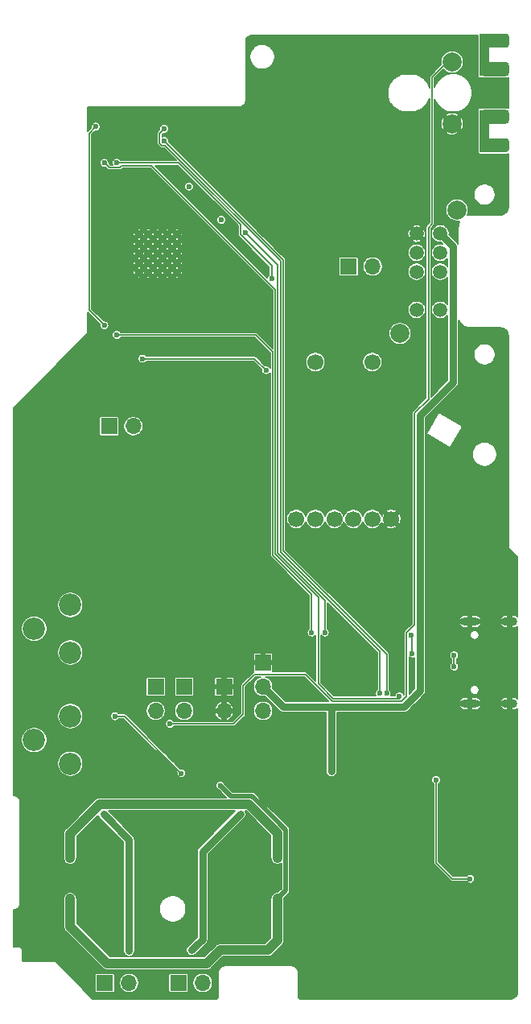
<source format=gbl>
G04 #@! TF.GenerationSoftware,KiCad,Pcbnew,(5.1.6-87-g1447494bc)*
G04 #@! TF.CreationDate,2022-08-29T16:49:27-05:00*
G04 #@! TF.ProjectId,sony-scopeman,736f6e79-2d73-4636-9f70-656d616e2e6b,rev?*
G04 #@! TF.SameCoordinates,Original*
G04 #@! TF.FileFunction,Copper,L2,Bot*
G04 #@! TF.FilePolarity,Positive*
%FSLAX46Y46*%
G04 Gerber Fmt 4.6, Leading zero omitted, Abs format (unit mm)*
G04 Created by KiCad (PCBNEW (5.1.6-87-g1447494bc)) date 2022-08-29 16:49:27*
%MOMM*%
%LPD*%
G01*
G04 APERTURE LIST*
G04 #@! TA.AperFunction,ComponentPad*
%ADD10C,0.500000*%
G04 #@! TD*
G04 #@! TA.AperFunction,ComponentPad*
%ADD11C,2.340000*%
G04 #@! TD*
G04 #@! TA.AperFunction,ComponentPad*
%ADD12O,1.700000X1.700000*%
G04 #@! TD*
G04 #@! TA.AperFunction,ComponentPad*
%ADD13R,1.700000X1.700000*%
G04 #@! TD*
G04 #@! TA.AperFunction,ComponentPad*
%ADD14C,0.800000*%
G04 #@! TD*
G04 #@! TA.AperFunction,ComponentPad*
%ADD15O,1.700000X0.900000*%
G04 #@! TD*
G04 #@! TA.AperFunction,ComponentPad*
%ADD16O,2.000000X0.900000*%
G04 #@! TD*
G04 #@! TA.AperFunction,ComponentPad*
%ADD17C,1.700000*%
G04 #@! TD*
G04 #@! TA.AperFunction,ComponentPad*
%ADD18C,2.000000*%
G04 #@! TD*
G04 #@! TA.AperFunction,SMDPad,CuDef*
%ADD19R,1.000000X4.500000*%
G04 #@! TD*
G04 #@! TA.AperFunction,ComponentPad*
%ADD20C,1.500000*%
G04 #@! TD*
G04 #@! TA.AperFunction,ViaPad*
%ADD21C,0.600000*%
G04 #@! TD*
G04 #@! TA.AperFunction,ViaPad*
%ADD22C,0.800000*%
G04 #@! TD*
G04 #@! TA.AperFunction,Conductor*
%ADD23C,0.150000*%
G04 #@! TD*
G04 #@! TA.AperFunction,Conductor*
%ADD24C,1.000000*%
G04 #@! TD*
G04 #@! TA.AperFunction,Conductor*
%ADD25C,0.500000*%
G04 #@! TD*
G04 #@! TA.AperFunction,Conductor*
%ADD26C,0.250000*%
G04 #@! TD*
G04 #@! TA.AperFunction,Conductor*
%ADD27C,0.300000*%
G04 #@! TD*
G04 #@! TA.AperFunction,Conductor*
%ADD28C,0.800000*%
G04 #@! TD*
G04 #@! TA.AperFunction,Conductor*
%ADD29C,0.100000*%
G04 #@! TD*
G04 APERTURE END LIST*
D10*
X128950000Y-119000000D03*
X129900000Y-118425000D03*
X129900000Y-119575000D03*
X130850000Y-119000000D03*
X137650000Y-119000000D03*
X136700000Y-119575000D03*
X136700000Y-118425000D03*
X135750000Y-119000000D03*
D11*
X106200000Y-107600000D03*
X102400000Y-105100000D03*
X106200000Y-102600000D03*
X106200000Y-119300000D03*
X102400000Y-116800000D03*
X106200000Y-114300000D03*
D12*
X122400000Y-113740000D03*
D13*
X122400000Y-111200000D03*
D12*
X126500000Y-113740000D03*
X126500000Y-111200000D03*
D13*
X126500000Y-108660000D03*
D12*
X112840000Y-83800000D03*
D13*
X110300000Y-83800000D03*
D12*
X138040000Y-67000000D03*
D13*
X135500000Y-67000000D03*
D12*
X120140000Y-142350000D03*
D13*
X117600000Y-142350000D03*
D12*
X118200000Y-113740000D03*
D13*
X118200000Y-111200000D03*
D12*
X112400000Y-142350000D03*
D13*
X109860000Y-142350000D03*
D12*
X115200000Y-113740000D03*
D13*
X115200000Y-111200000D03*
D14*
X113420000Y-67650000D03*
X114420000Y-67650000D03*
X115420000Y-67650000D03*
X116420000Y-67650000D03*
X117420000Y-67650000D03*
X117420000Y-66650000D03*
X116420000Y-66650000D03*
X115420000Y-66650000D03*
X114420000Y-66650000D03*
X113420000Y-66650000D03*
X113420000Y-64650000D03*
X114420000Y-64650000D03*
X115420000Y-64650000D03*
X116420000Y-64650000D03*
X117420000Y-64650000D03*
X117420000Y-65650000D03*
X116420000Y-65650000D03*
X115420000Y-65650000D03*
X114420000Y-65650000D03*
X113420000Y-65650000D03*
X117420000Y-63650000D03*
X116420000Y-63650000D03*
X115420000Y-63650000D03*
X114420000Y-63650000D03*
X113420000Y-63650000D03*
D15*
X152440000Y-104330000D03*
X152440000Y-112970000D03*
D16*
X148270000Y-104330000D03*
X148270000Y-112970000D03*
D17*
X130000000Y-93550000D03*
X132000000Y-93550000D03*
X134000000Y-93550000D03*
X136000000Y-93550000D03*
X138000000Y-93550000D03*
X140000000Y-93550000D03*
X132000000Y-77050000D03*
X138000000Y-77050000D03*
D18*
X146400001Y-45500000D03*
X146400001Y-52000000D03*
G04 #@! TA.AperFunction,SMDPad,CuDef*
G36*
G01*
X152025001Y-44000000D02*
X149775001Y-44000000D01*
G75*
G02*
X149400001Y-43625000I0J375000D01*
G01*
X149400001Y-42875000D01*
G75*
G02*
X149775001Y-42500000I375000J0D01*
G01*
X152025001Y-42500000D01*
G75*
G02*
X152400001Y-42875000I0J-375000D01*
G01*
X152400001Y-43625000D01*
G75*
G02*
X152025001Y-44000000I-375000J0D01*
G01*
G37*
G04 #@! TD.AperFunction*
G04 #@! TA.AperFunction,SMDPad,CuDef*
G36*
G01*
X152025001Y-47000000D02*
X149775001Y-47000000D01*
G75*
G02*
X149400001Y-46625000I0J375000D01*
G01*
X149400001Y-45875000D01*
G75*
G02*
X149775001Y-45500000I375000J0D01*
G01*
X152025001Y-45500000D01*
G75*
G02*
X152400001Y-45875000I0J-375000D01*
G01*
X152400001Y-46625000D01*
G75*
G02*
X152025001Y-47000000I-375000J0D01*
G01*
G37*
G04 #@! TD.AperFunction*
D19*
X149800001Y-44750000D03*
X149800001Y-52750000D03*
G04 #@! TA.AperFunction,SMDPad,CuDef*
G36*
G01*
X152025001Y-52000000D02*
X149775001Y-52000000D01*
G75*
G02*
X149400001Y-51625000I0J375000D01*
G01*
X149400001Y-50875000D01*
G75*
G02*
X149775001Y-50500000I375000J0D01*
G01*
X152025001Y-50500000D01*
G75*
G02*
X152400001Y-50875000I0J-375000D01*
G01*
X152400001Y-51625000D01*
G75*
G02*
X152025001Y-52000000I-375000J0D01*
G01*
G37*
G04 #@! TD.AperFunction*
G04 #@! TA.AperFunction,SMDPad,CuDef*
G36*
G01*
X152025001Y-55000000D02*
X149775001Y-55000000D01*
G75*
G02*
X149400001Y-54625000I0J375000D01*
G01*
X149400001Y-53875000D01*
G75*
G02*
X149775001Y-53500000I375000J0D01*
G01*
X152025001Y-53500000D01*
G75*
G02*
X152400001Y-53875000I0J-375000D01*
G01*
X152400001Y-54625000D01*
G75*
G02*
X152025001Y-55000000I-375000J0D01*
G01*
G37*
G04 #@! TD.AperFunction*
D18*
X140900000Y-74050000D03*
X146900000Y-61050000D03*
D20*
X145150000Y-71550000D03*
X142650000Y-71550000D03*
X142650000Y-67550000D03*
X145150000Y-67550000D03*
X142650000Y-65550000D03*
X145150000Y-65550000D03*
X142650000Y-63550000D03*
X145150000Y-63550000D03*
D21*
X118700000Y-58600000D03*
X122100000Y-62100000D03*
X140100000Y-109800000D03*
X137800000Y-107600000D03*
X140100000Y-107500000D03*
X137800000Y-109800000D03*
D22*
X146600000Y-128100000D03*
X146600000Y-126700000D03*
X148800000Y-126700000D03*
X148800000Y-128100000D03*
X147700000Y-128100000D03*
X147700000Y-126700000D03*
D21*
X124700000Y-103400000D03*
X120300000Y-99300000D03*
X126400000Y-95400000D03*
X132400000Y-85600000D03*
X123100000Y-79700000D03*
X124400000Y-79700000D03*
X125600000Y-79700000D03*
X145600000Y-108000000D03*
X101000000Y-83000000D03*
X101000000Y-86000000D03*
X101000000Y-89000000D03*
X101000000Y-92000000D03*
X101000000Y-95000000D03*
X101000000Y-98000000D03*
X101000000Y-101000000D03*
X101000000Y-104000000D03*
X101000000Y-107000000D03*
X101000000Y-110000000D03*
X101000000Y-113000000D03*
X101000000Y-116000000D03*
X101000000Y-119000000D03*
X101000000Y-122000000D03*
X102000000Y-124000000D03*
X102000000Y-127000000D03*
X102000000Y-130000000D03*
X102000000Y-133000000D03*
X101000000Y-135000000D03*
X101000000Y-138000000D03*
X103000000Y-139000000D03*
X106000000Y-139000000D03*
X108000000Y-141000000D03*
X123000000Y-140000000D03*
X126000000Y-140000000D03*
X129000000Y-140000000D03*
X131000000Y-142000000D03*
X109000000Y-51000000D03*
X112000000Y-51000000D03*
X115000000Y-51000000D03*
X118000000Y-51000000D03*
X121000000Y-51000000D03*
X124000000Y-51000000D03*
X127000000Y-51000000D03*
X130000000Y-51000000D03*
X130000000Y-48000000D03*
X130000000Y-45000000D03*
X132000000Y-43000000D03*
X135000000Y-43000000D03*
X138000000Y-43000000D03*
X141000000Y-43000000D03*
X144000000Y-43000000D03*
X147000000Y-43000000D03*
X152000000Y-56000000D03*
X152000000Y-59000000D03*
X151000000Y-61000000D03*
X149000000Y-61000000D03*
X149000000Y-74000000D03*
X151000000Y-74000000D03*
X152000000Y-76000000D03*
X152000000Y-79000000D03*
X152000000Y-82000000D03*
X152000000Y-85000000D03*
X152000000Y-88000000D03*
X152000000Y-91000000D03*
X152000000Y-94000000D03*
X152000000Y-97000000D03*
X153000000Y-99000000D03*
X153000000Y-102000000D03*
X153000000Y-106000000D03*
X153000000Y-109000000D03*
X153000000Y-112000000D03*
X153000000Y-115000000D03*
X153000000Y-118000000D03*
X153000000Y-121000000D03*
X153000000Y-124000000D03*
X153000000Y-127000000D03*
X153000000Y-130000000D03*
X153000000Y-133000000D03*
X153000000Y-136000000D03*
X153000000Y-139000000D03*
X153000000Y-142000000D03*
X109000000Y-59500000D03*
X114100000Y-58800000D03*
X109100000Y-70200000D03*
X112000000Y-71200000D03*
X115700000Y-69700000D03*
X119900000Y-64700000D03*
X115900000Y-61500000D03*
X122900000Y-68200000D03*
X119400000Y-71800000D03*
X126700000Y-71500000D03*
X125700000Y-66400000D03*
X127500000Y-63400000D03*
X126000000Y-60700000D03*
X126500000Y-59200000D03*
X122600000Y-59200000D03*
X132700000Y-58900000D03*
X130500000Y-65700000D03*
X130200000Y-70800000D03*
X138400000Y-69600000D03*
X134700000Y-72500000D03*
X142200000Y-58300000D03*
X133700000Y-56500000D03*
X142200000Y-54800000D03*
X134200000Y-47100000D03*
X146300000Y-57200000D03*
X144800000Y-77700000D03*
X140900000Y-98800000D03*
X133100000Y-98700000D03*
X131500000Y-90900000D03*
X126300000Y-100300000D03*
X120700000Y-95000000D03*
X124800000Y-90100000D03*
X114400000Y-91500000D03*
X117800000Y-91200000D03*
X112900000Y-88600000D03*
X121500000Y-79700000D03*
X113300000Y-80100000D03*
X118600000Y-79500000D03*
X114200000Y-100200000D03*
X117600000Y-100200000D03*
X110600000Y-95900000D03*
X113300000Y-93600000D03*
X119500000Y-94300000D03*
X120200000Y-102800000D03*
X120500000Y-105700000D03*
X111500000Y-107000000D03*
X114000000Y-106500000D03*
X107800000Y-105100000D03*
X108800000Y-100000000D03*
X116900000Y-108600000D03*
X111200000Y-111000000D03*
X120400000Y-110700000D03*
X121500000Y-117500000D03*
X116700000Y-117200000D03*
X116100000Y-121300000D03*
X110900000Y-120100000D03*
X110200000Y-118000000D03*
X110600000Y-115500000D03*
X108000000Y-111100000D03*
X108000000Y-117800000D03*
X125400000Y-121400000D03*
X130100000Y-114800000D03*
X133500000Y-125400000D03*
X135600000Y-114500000D03*
X141200000Y-114600000D03*
X144200000Y-113000000D03*
X134700000Y-106300000D03*
X129000000Y-106300000D03*
X130000000Y-102100000D03*
X138000000Y-102100000D03*
X140700000Y-102800000D03*
X145300000Y-102700000D03*
X147500000Y-115100000D03*
X149000000Y-117500000D03*
X148500000Y-132800000D03*
X144300000Y-133500000D03*
X139700000Y-133400000D03*
X133700000Y-134700000D03*
X133900000Y-128400000D03*
X129700000Y-137600000D03*
X140900000Y-135200000D03*
X143800000Y-138200000D03*
X133400000Y-137700000D03*
X135700000Y-131000000D03*
X130400000Y-131000000D03*
X136200000Y-126100000D03*
X132500000Y-124400000D03*
X134700000Y-125000000D03*
X138300000Y-124900000D03*
X141000000Y-123900000D03*
X136700000Y-123000000D03*
X142700000Y-122700000D03*
X142700000Y-125600000D03*
X142300000Y-129600000D03*
X128100000Y-121300000D03*
X126000000Y-117400000D03*
X127900000Y-117400000D03*
X131600000Y-114800000D03*
X137500000Y-115200000D03*
X140900000Y-116400000D03*
X126000000Y-130500000D03*
X115000000Y-136300000D03*
X114900000Y-130300000D03*
X117000000Y-124800000D03*
X125500000Y-137500000D03*
X118300000Y-132800000D03*
X125000000Y-126000000D03*
X128100000Y-110700000D03*
X130600000Y-111500000D03*
X142200000Y-111100000D03*
X117900000Y-120300000D03*
X110900000Y-114300000D03*
D22*
X128000000Y-133500000D03*
X128000000Y-134400000D03*
X128000000Y-135300000D03*
X128000000Y-136200000D03*
X106200000Y-133500000D03*
X106200001Y-134399999D03*
X106200000Y-135300000D03*
X106200000Y-136200000D03*
D21*
X122000000Y-121600000D03*
X115600000Y-140300000D03*
X149800000Y-43700000D03*
X133700000Y-120100000D03*
X133700000Y-119300000D03*
X126800000Y-77900000D03*
X113800000Y-76700000D03*
D22*
X106200000Y-129200000D03*
X128000000Y-129200000D03*
X128000000Y-128300000D03*
X128000000Y-127400000D03*
X127900000Y-126500000D03*
X106200000Y-128300000D03*
X106200000Y-127400000D03*
X106325209Y-126525209D03*
D21*
X108624499Y-124375501D03*
X109800000Y-73200000D03*
X108900000Y-52300000D03*
X142200000Y-107700000D03*
X142100000Y-105750000D03*
X146600000Y-107900000D03*
X146600000Y-109100000D03*
X133000000Y-105500000D03*
X124613431Y-63409461D03*
X131600000Y-105500000D03*
X111100000Y-74200000D03*
X109700000Y-124600000D03*
X112400000Y-138500000D03*
X112400000Y-139000000D03*
X124100000Y-124600000D03*
X119000000Y-138900000D03*
X119500000Y-138400000D03*
X116700000Y-115100000D03*
X127400000Y-68300000D03*
X111100000Y-56100000D03*
X109800000Y-56100000D03*
X140846446Y-112199990D03*
X148300000Y-131400000D03*
X144700000Y-120999996D03*
X116100000Y-53800000D03*
X139496446Y-111896446D03*
X116100000Y-52500000D03*
X138771453Y-111900000D03*
D23*
X110900000Y-114300000D02*
X111900000Y-114300000D01*
X111900000Y-114300000D02*
X117900000Y-120300000D01*
D24*
X122000000Y-138900000D02*
X127000000Y-138900000D01*
X128000000Y-133500000D02*
X128000000Y-133500000D01*
X120600000Y-140300000D02*
X122000000Y-138900000D01*
X128000000Y-137900000D02*
X128000000Y-136200000D01*
X106200000Y-136400000D02*
X110100000Y-140300000D01*
X127000000Y-138900000D02*
X128000000Y-137900000D01*
X110100000Y-140300000D02*
X115600000Y-140300000D01*
X106200000Y-133500000D02*
X106200000Y-133500000D01*
X128000000Y-133500000D02*
X128000000Y-133600000D01*
X128000000Y-134400000D02*
X128000000Y-133500000D01*
X128000000Y-135300000D02*
X128000000Y-134400000D01*
X128000000Y-136200000D02*
X128000000Y-135300000D01*
X106200000Y-133500000D02*
X106200000Y-135300000D01*
X106200000Y-135300000D02*
X106200000Y-136200000D01*
X106200000Y-136200000D02*
X106200000Y-136400000D01*
D25*
X128875010Y-126237559D02*
X126037450Y-123400000D01*
X128875010Y-132624990D02*
X128875010Y-126237559D01*
X128000000Y-133500000D02*
X128875010Y-132624990D01*
X126037450Y-123400000D02*
X125337432Y-122699981D01*
X123099981Y-122699981D02*
X122000000Y-121600000D01*
X125337432Y-122699981D02*
X123099981Y-122699981D01*
D24*
X115600000Y-140300000D02*
X120600000Y-140300000D01*
D26*
X149500000Y-43350000D02*
X149600000Y-43250000D01*
X149500000Y-45450000D02*
X149500000Y-43350000D01*
X149400000Y-45550000D02*
X149500000Y-45450000D01*
X149800000Y-46250000D02*
X149400000Y-45850000D01*
X149600000Y-43250000D02*
X150600000Y-43250000D01*
X149400000Y-45850000D02*
X149400000Y-45550000D01*
X150800000Y-46250000D02*
X149800000Y-46250000D01*
X149900000Y-54250000D02*
X150800000Y-54250000D01*
X149400000Y-53749999D02*
X149900000Y-54250000D01*
X149500000Y-53650000D02*
X149400000Y-53749999D01*
X149900000Y-51250000D02*
X149500000Y-51650000D01*
X149500000Y-51650000D02*
X149500000Y-53650000D01*
X150800000Y-51250000D02*
X149900000Y-51250000D01*
D27*
X145150000Y-63550000D02*
X145100000Y-63500000D01*
D28*
X133700000Y-113700000D02*
X133700000Y-120100000D01*
X146500000Y-64900000D02*
X146500000Y-79200000D01*
X146500000Y-79200000D02*
X143025002Y-82674998D01*
X141348542Y-113300001D02*
X128600001Y-113300001D01*
X143025002Y-111623541D02*
X141348542Y-113300001D01*
X145150000Y-63550000D02*
X146500000Y-64900000D01*
X127349999Y-112049999D02*
X126500000Y-111200000D01*
X143025002Y-82674998D02*
X143025002Y-111623541D01*
X128600001Y-113300001D02*
X127349999Y-112049999D01*
D23*
X125600000Y-76700000D02*
X113800000Y-76700000D01*
X126800000Y-77900000D02*
X125600000Y-76700000D01*
D24*
X109275427Y-123574991D02*
X124974991Y-123574991D01*
X106200000Y-126650418D02*
X106325209Y-126525209D01*
X106200000Y-129200000D02*
X106200000Y-128300000D01*
X128000000Y-126600000D02*
X128000000Y-127400000D01*
X124974991Y-123574991D02*
X127900000Y-126500000D01*
X128000000Y-128300000D02*
X128000000Y-129200000D01*
X128000000Y-127400000D02*
X128000000Y-128300000D01*
X127900000Y-126500000D02*
X128000000Y-126600000D01*
X106200000Y-128300000D02*
X106200000Y-127400000D01*
X106200000Y-127400000D02*
X106200000Y-126650418D01*
X106325209Y-126525209D02*
X109275427Y-123574991D01*
D23*
X109800000Y-73200000D02*
X108200000Y-71600000D01*
X108200000Y-71600000D02*
X108200000Y-53000000D01*
X108200000Y-53000000D02*
X108900000Y-52300000D01*
X142200000Y-105900000D02*
X142200000Y-107700000D01*
X146600000Y-107900000D02*
X146600000Y-109100000D01*
X124913430Y-63709460D02*
X124613431Y-63409461D01*
X128050022Y-66846052D02*
X124913430Y-63709460D01*
X133000000Y-105500000D02*
X133000000Y-102099998D01*
X128050022Y-97150020D02*
X128050022Y-66846052D01*
X133000000Y-102099998D02*
X128050022Y-97150020D01*
X125700000Y-74200000D02*
X111100000Y-74200000D01*
X127500000Y-97400000D02*
X127500000Y-76000000D01*
X127500000Y-76000000D02*
X125700000Y-74200000D01*
X131600000Y-101500000D02*
X127500000Y-97400000D01*
X131600000Y-105500000D02*
X131600000Y-101500000D01*
D28*
X112400000Y-127300000D02*
X109700000Y-124600000D01*
X112400000Y-139000000D02*
X112400000Y-139000000D01*
X112400000Y-138500000D02*
X112400000Y-127300000D01*
X112400000Y-139000000D02*
X112400000Y-138500000D01*
X120140000Y-128560000D02*
X124100000Y-124600000D01*
X120140000Y-137760000D02*
X120140000Y-128560000D01*
X119000000Y-138900000D02*
X119000000Y-138900000D01*
X119000000Y-138900000D02*
X119500000Y-138400000D01*
X119500000Y-138400000D02*
X120140000Y-137760000D01*
D23*
X144300000Y-47100000D02*
X145900000Y-45500000D01*
X145900000Y-45500000D02*
X146400000Y-45500000D01*
X143900000Y-62896999D02*
X144300000Y-62496999D01*
X143900000Y-80951458D02*
X143900000Y-62896999D01*
X142424991Y-82979011D02*
X142424992Y-82426466D01*
X142400000Y-83004002D02*
X142424991Y-82979011D01*
X141100010Y-112699990D02*
X141599999Y-112200001D01*
X141599999Y-112200001D02*
X141599999Y-105500001D01*
X133748532Y-112699990D02*
X141100010Y-112699990D01*
X130948542Y-109900000D02*
X133748532Y-112699990D01*
X142400000Y-104700000D02*
X142400000Y-83004002D01*
X142424992Y-82426466D02*
X143900000Y-80951458D01*
X144300000Y-62496999D02*
X144300000Y-47100000D01*
X141599999Y-105500001D02*
X142400000Y-104700000D01*
X124400000Y-111100000D02*
X125600000Y-109900000D01*
X116700000Y-115100000D02*
X123400000Y-115100000D01*
X123400000Y-115100000D02*
X124400000Y-114100000D01*
X124400000Y-114100000D02*
X124400000Y-111100000D01*
X125600000Y-109900000D02*
X130948542Y-109900000D01*
X127400000Y-68300000D02*
X127400000Y-66936032D01*
X124113430Y-63649462D02*
X124113430Y-62591274D01*
X127400000Y-66936032D02*
X124113430Y-63649462D01*
X117622156Y-56100000D02*
X111100000Y-56100000D01*
X124113430Y-62591274D02*
X117622156Y-56100000D01*
X109800000Y-56100000D02*
X110300001Y-56600001D01*
X127775011Y-69415013D02*
X127775011Y-97263933D01*
X110300001Y-56600001D02*
X111399999Y-56600001D01*
X111624990Y-56375010D02*
X114735008Y-56375010D01*
X132300000Y-101788922D02*
X132300000Y-110862536D01*
X133862444Y-112424980D02*
X134800000Y-112424980D01*
X132300000Y-110862536D02*
X133862444Y-112424980D01*
X127775011Y-97263933D02*
X132300000Y-101788922D01*
X111399999Y-56600001D02*
X111624990Y-56375010D01*
X114735008Y-56375010D02*
X127775011Y-69415013D01*
X134800000Y-112424980D02*
X140775020Y-112424980D01*
X140846446Y-112353554D02*
X140846446Y-112199990D01*
X140775020Y-112424980D02*
X140846446Y-112353554D01*
X144700000Y-129700000D02*
X144700000Y-120999996D01*
X146400000Y-131400000D02*
X144700000Y-129700000D01*
X148300000Y-131400000D02*
X146400000Y-131400000D01*
X128600044Y-66300044D02*
X116399999Y-54099999D01*
X139496446Y-107796444D02*
X128600044Y-96900042D01*
X128600044Y-96900042D02*
X128600044Y-66300044D01*
X139496446Y-111896446D02*
X139496446Y-107796444D01*
X116399999Y-54099999D02*
X116100000Y-53800000D01*
X138771453Y-111900000D02*
X138800000Y-111928547D01*
X116100000Y-52500000D02*
X115599999Y-53000001D01*
X115599999Y-54040001D02*
X115859998Y-54300000D01*
X116211078Y-54300000D02*
X128325033Y-66413955D01*
X128325033Y-97013955D02*
X138800000Y-107488922D01*
X115859998Y-54300000D02*
X116211078Y-54300000D01*
X138800000Y-107488922D02*
X138800000Y-111900000D01*
X128325033Y-66413955D02*
X128325033Y-97013955D01*
X115599999Y-53000001D02*
X115599999Y-54040001D01*
X149099034Y-45423628D02*
X149098287Y-45425026D01*
X149079703Y-45486289D01*
X149075000Y-45534039D01*
X149075000Y-45534047D01*
X149073429Y-45550000D01*
X149075000Y-45565953D01*
X149075000Y-45834047D01*
X149073429Y-45850000D01*
X149075000Y-45865953D01*
X149075000Y-45865960D01*
X149079703Y-45913710D01*
X149098287Y-45974973D01*
X149099034Y-45976371D01*
X149099034Y-47000000D01*
X149102896Y-47039207D01*
X149114332Y-47076907D01*
X149132903Y-47111651D01*
X149157896Y-47142105D01*
X149188350Y-47167098D01*
X149223094Y-47185669D01*
X149260794Y-47197105D01*
X149300001Y-47200967D01*
X152025001Y-47200967D01*
X152137367Y-47189900D01*
X152245414Y-47157124D01*
X152280000Y-47138637D01*
X152280001Y-50361363D01*
X152245414Y-50342876D01*
X152137367Y-50310100D01*
X152025001Y-50299033D01*
X149300001Y-50299033D01*
X149260794Y-50302895D01*
X149223094Y-50314331D01*
X149188350Y-50332902D01*
X149157896Y-50357895D01*
X149132903Y-50388349D01*
X149114332Y-50423093D01*
X149102896Y-50460793D01*
X149099034Y-50500000D01*
X149099034Y-53623628D01*
X149098287Y-53625026D01*
X149079703Y-53686288D01*
X149073429Y-53749999D01*
X149079703Y-53813709D01*
X149098287Y-53874972D01*
X149099034Y-53876370D01*
X149099034Y-55000000D01*
X149102896Y-55039207D01*
X149114332Y-55076907D01*
X149132903Y-55111651D01*
X149157896Y-55142105D01*
X149188350Y-55167098D01*
X149223094Y-55185669D01*
X149260794Y-55197105D01*
X149300001Y-55200967D01*
X152025001Y-55200967D01*
X152137367Y-55189900D01*
X152245414Y-55157124D01*
X152280000Y-55138637D01*
X152280001Y-60789230D01*
X152264110Y-60951299D01*
X152220171Y-61096832D01*
X152148798Y-61231065D01*
X152052717Y-61348871D01*
X151935579Y-61445776D01*
X151801853Y-61518081D01*
X151656631Y-61563035D01*
X151495220Y-61580000D01*
X148239198Y-61580000D01*
X148229322Y-61580973D01*
X148223079Y-61580929D01*
X148220022Y-61581229D01*
X148025925Y-61601630D01*
X148006389Y-61605640D01*
X147986807Y-61609375D01*
X147983868Y-61610263D01*
X147983862Y-61610265D01*
X147964292Y-61616323D01*
X148053884Y-61400027D01*
X148100000Y-61168190D01*
X148100000Y-60931810D01*
X148053884Y-60699973D01*
X147963426Y-60481587D01*
X147832101Y-60285045D01*
X147664955Y-60117899D01*
X147468413Y-59986574D01*
X147250027Y-59896116D01*
X147018190Y-59850000D01*
X146781810Y-59850000D01*
X146549973Y-59896116D01*
X146331587Y-59986574D01*
X146135045Y-60117899D01*
X145967899Y-60285045D01*
X145836574Y-60481587D01*
X145746116Y-60699973D01*
X145700000Y-60931810D01*
X145700000Y-61168190D01*
X145746116Y-61400027D01*
X145836574Y-61618413D01*
X145967899Y-61814955D01*
X146135045Y-61982101D01*
X146331587Y-62113426D01*
X146549973Y-62203884D01*
X146781810Y-62250000D01*
X147018190Y-62250000D01*
X147183605Y-62217096D01*
X147131205Y-62315646D01*
X147123607Y-62334083D01*
X147115752Y-62352408D01*
X147114844Y-62355343D01*
X147058435Y-62542179D01*
X147054558Y-62561758D01*
X147050416Y-62581243D01*
X147050095Y-62584298D01*
X147031050Y-62778532D01*
X147031050Y-62778548D01*
X147030001Y-62789198D01*
X147030001Y-64618748D01*
X147001296Y-64565045D01*
X146926317Y-64473683D01*
X146903426Y-64454897D01*
X146098688Y-63650161D01*
X146100000Y-63643567D01*
X146100000Y-63456433D01*
X146063492Y-63272895D01*
X145991879Y-63100006D01*
X145887913Y-62944410D01*
X145755590Y-62812087D01*
X145599994Y-62708121D01*
X145427105Y-62636508D01*
X145243567Y-62600000D01*
X145056433Y-62600000D01*
X144872895Y-62636508D01*
X144700006Y-62708121D01*
X144544410Y-62812087D01*
X144412087Y-62944410D01*
X144308121Y-63100006D01*
X144236508Y-63272895D01*
X144200000Y-63456433D01*
X144200000Y-63643567D01*
X144236508Y-63827105D01*
X144308121Y-63999994D01*
X144412087Y-64155590D01*
X144544410Y-64287913D01*
X144700006Y-64391879D01*
X144872895Y-64463492D01*
X145056433Y-64500000D01*
X145243567Y-64500000D01*
X145250161Y-64498688D01*
X145378265Y-64626793D01*
X145243567Y-64600000D01*
X145056433Y-64600000D01*
X144872895Y-64636508D01*
X144700006Y-64708121D01*
X144544410Y-64812087D01*
X144412087Y-64944410D01*
X144308121Y-65100006D01*
X144236508Y-65272895D01*
X144200000Y-65456433D01*
X144200000Y-65643567D01*
X144236508Y-65827105D01*
X144308121Y-65999994D01*
X144412087Y-66155590D01*
X144544410Y-66287913D01*
X144700006Y-66391879D01*
X144872895Y-66463492D01*
X145056433Y-66500000D01*
X145243567Y-66500000D01*
X145427105Y-66463492D01*
X145599994Y-66391879D01*
X145755590Y-66287913D01*
X145887913Y-66155590D01*
X145900000Y-66137500D01*
X145900000Y-66962500D01*
X145887913Y-66944410D01*
X145755590Y-66812087D01*
X145599994Y-66708121D01*
X145427105Y-66636508D01*
X145243567Y-66600000D01*
X145056433Y-66600000D01*
X144872895Y-66636508D01*
X144700006Y-66708121D01*
X144544410Y-66812087D01*
X144412087Y-66944410D01*
X144308121Y-67100006D01*
X144236508Y-67272895D01*
X144200000Y-67456433D01*
X144200000Y-67643567D01*
X144236508Y-67827105D01*
X144308121Y-67999994D01*
X144412087Y-68155590D01*
X144544410Y-68287913D01*
X144700006Y-68391879D01*
X144872895Y-68463492D01*
X145056433Y-68500000D01*
X145243567Y-68500000D01*
X145427105Y-68463492D01*
X145599994Y-68391879D01*
X145755590Y-68287913D01*
X145887913Y-68155590D01*
X145900000Y-68137500D01*
X145900000Y-70962500D01*
X145887913Y-70944410D01*
X145755590Y-70812087D01*
X145599994Y-70708121D01*
X145427105Y-70636508D01*
X145243567Y-70600000D01*
X145056433Y-70600000D01*
X144872895Y-70636508D01*
X144700006Y-70708121D01*
X144544410Y-70812087D01*
X144412087Y-70944410D01*
X144308121Y-71100006D01*
X144236508Y-71272895D01*
X144200000Y-71456433D01*
X144200000Y-71643567D01*
X144236508Y-71827105D01*
X144308121Y-71999994D01*
X144412087Y-72155590D01*
X144544410Y-72287913D01*
X144700006Y-72391879D01*
X144872895Y-72463492D01*
X145056433Y-72500000D01*
X145243567Y-72500000D01*
X145427105Y-72463492D01*
X145599994Y-72391879D01*
X145755590Y-72287913D01*
X145887913Y-72155590D01*
X145900001Y-72137500D01*
X145900001Y-78951470D01*
X144175000Y-80676472D01*
X144175000Y-63010907D01*
X144484905Y-62701003D01*
X144495395Y-62692394D01*
X144529760Y-62650520D01*
X144555296Y-62602746D01*
X144571020Y-62550908D01*
X144575000Y-62510502D01*
X144575000Y-62510495D01*
X144576329Y-62497000D01*
X144575000Y-62483505D01*
X144575000Y-59338261D01*
X148665490Y-59338261D01*
X148665490Y-59561739D01*
X148709089Y-59780924D01*
X148794611Y-59987392D01*
X148918769Y-60173208D01*
X149076792Y-60331231D01*
X149262608Y-60455389D01*
X149469076Y-60540911D01*
X149688261Y-60584510D01*
X149911739Y-60584510D01*
X150130924Y-60540911D01*
X150337392Y-60455389D01*
X150523208Y-60331231D01*
X150681231Y-60173208D01*
X150805389Y-59987392D01*
X150890911Y-59780924D01*
X150934510Y-59561739D01*
X150934510Y-59338261D01*
X150890911Y-59119076D01*
X150805389Y-58912608D01*
X150681231Y-58726792D01*
X150523208Y-58568769D01*
X150337392Y-58444611D01*
X150130924Y-58359089D01*
X149911739Y-58315490D01*
X149688261Y-58315490D01*
X149469076Y-58359089D01*
X149262608Y-58444611D01*
X149076792Y-58568769D01*
X148918769Y-58726792D01*
X148794611Y-58912608D01*
X148709089Y-59119076D01*
X148665490Y-59338261D01*
X144575000Y-59338261D01*
X144575000Y-52933990D01*
X145719155Y-52933990D01*
X145843913Y-53069923D01*
X146063330Y-53157851D01*
X146295684Y-53201285D01*
X146532048Y-53198554D01*
X146763337Y-53149763D01*
X146956089Y-53069923D01*
X147080847Y-52933990D01*
X146400001Y-52253144D01*
X145719155Y-52933990D01*
X144575000Y-52933990D01*
X144575000Y-51895683D01*
X145198716Y-51895683D01*
X145201447Y-52132047D01*
X145250238Y-52363336D01*
X145330078Y-52556088D01*
X145466011Y-52680846D01*
X146146857Y-52000000D01*
X146653145Y-52000000D01*
X147333991Y-52680846D01*
X147469924Y-52556088D01*
X147557852Y-52336671D01*
X147601286Y-52104317D01*
X147598555Y-51867953D01*
X147549764Y-51636664D01*
X147469924Y-51443912D01*
X147333991Y-51319154D01*
X146653145Y-52000000D01*
X146146857Y-52000000D01*
X145466011Y-51319154D01*
X145330078Y-51443912D01*
X145242150Y-51663329D01*
X145198716Y-51895683D01*
X144575000Y-51895683D01*
X144575000Y-51066010D01*
X145719155Y-51066010D01*
X146400001Y-51746856D01*
X147080847Y-51066010D01*
X146956089Y-50930077D01*
X146736672Y-50842149D01*
X146504318Y-50798715D01*
X146267954Y-50801446D01*
X146036665Y-50850237D01*
X145843913Y-50930077D01*
X145719155Y-51066010D01*
X144575000Y-51066010D01*
X144575000Y-49407743D01*
X144700882Y-49711649D01*
X144923059Y-50044162D01*
X145205838Y-50326941D01*
X145538351Y-50549118D01*
X145907820Y-50702157D01*
X146300045Y-50780176D01*
X146699955Y-50780176D01*
X147092180Y-50702157D01*
X147461649Y-50549118D01*
X147794162Y-50326941D01*
X148076941Y-50044162D01*
X148299118Y-49711649D01*
X148452157Y-49342180D01*
X148530176Y-48949955D01*
X148530176Y-48550045D01*
X148452157Y-48157820D01*
X148299118Y-47788351D01*
X148076941Y-47455838D01*
X147794162Y-47173059D01*
X147461649Y-46950882D01*
X147092180Y-46797843D01*
X146699955Y-46719824D01*
X146300045Y-46719824D01*
X145907820Y-46797843D01*
X145538351Y-46950882D01*
X145205838Y-47173059D01*
X144923059Y-47455838D01*
X144700882Y-47788351D01*
X144575000Y-48092257D01*
X144575000Y-47213908D01*
X145495927Y-46292982D01*
X145635046Y-46432101D01*
X145831588Y-46563426D01*
X146049974Y-46653884D01*
X146281811Y-46700000D01*
X146518191Y-46700000D01*
X146750028Y-46653884D01*
X146968414Y-46563426D01*
X147164956Y-46432101D01*
X147332102Y-46264955D01*
X147463427Y-46068413D01*
X147553885Y-45850027D01*
X147600001Y-45618190D01*
X147600001Y-45381810D01*
X147553885Y-45149973D01*
X147463427Y-44931587D01*
X147332102Y-44735045D01*
X147164956Y-44567899D01*
X146968414Y-44436574D01*
X146750028Y-44346116D01*
X146518191Y-44300000D01*
X146281811Y-44300000D01*
X146049974Y-44346116D01*
X145831588Y-44436574D01*
X145635046Y-44567899D01*
X145467900Y-44735045D01*
X145336575Y-44931587D01*
X145246117Y-45149973D01*
X145200001Y-45381810D01*
X145200001Y-45618190D01*
X145232006Y-45779086D01*
X144115095Y-46895997D01*
X144104606Y-46904605D01*
X144070241Y-46946479D01*
X144051693Y-46981179D01*
X144044705Y-46994253D01*
X144028980Y-47046091D01*
X144023670Y-47100000D01*
X144025001Y-47113513D01*
X144025001Y-48166664D01*
X143969515Y-47987417D01*
X143961795Y-47969050D01*
X143954319Y-47950547D01*
X143952877Y-47947834D01*
X143785791Y-47638816D01*
X143774630Y-47622269D01*
X143763723Y-47605600D01*
X143761781Y-47603219D01*
X143537855Y-47332540D01*
X143523729Y-47318512D01*
X143509756Y-47304243D01*
X143507389Y-47302285D01*
X143235151Y-47080254D01*
X143218547Y-47069223D01*
X143202092Y-47057955D01*
X143199392Y-47056495D01*
X143199384Y-47056491D01*
X142889211Y-46891569D01*
X142870769Y-46883968D01*
X142852448Y-46876115D01*
X142849513Y-46875206D01*
X142513209Y-46773671D01*
X142493651Y-46769798D01*
X142474146Y-46765652D01*
X142471091Y-46765331D01*
X142121468Y-46731050D01*
X142121462Y-46731050D01*
X142110802Y-46730000D01*
X141589198Y-46730000D01*
X141588438Y-46730075D01*
X141573336Y-46730180D01*
X141563393Y-46731225D01*
X141553399Y-46731225D01*
X141550344Y-46731546D01*
X141201235Y-46770706D01*
X141181741Y-46774850D01*
X141162172Y-46778724D01*
X141159240Y-46779632D01*
X141159234Y-46779634D01*
X140824384Y-46885855D01*
X140806072Y-46893704D01*
X140787621Y-46901308D01*
X140784919Y-46902770D01*
X140477074Y-47072008D01*
X140460596Y-47083291D01*
X140444013Y-47094308D01*
X140441653Y-47096261D01*
X140441646Y-47096266D01*
X140441641Y-47096272D01*
X140172536Y-47322077D01*
X140158600Y-47336308D01*
X140144436Y-47350373D01*
X140142495Y-47352754D01*
X139922370Y-47626534D01*
X139911447Y-47643227D01*
X139900302Y-47659750D01*
X139898860Y-47662462D01*
X139736105Y-47973784D01*
X139728642Y-47992257D01*
X139720908Y-48010653D01*
X139720021Y-48013594D01*
X139620835Y-48350600D01*
X139617098Y-48370189D01*
X139613089Y-48389718D01*
X139612789Y-48392776D01*
X139580950Y-48742628D01*
X139581090Y-48762600D01*
X139580950Y-48782506D01*
X139581250Y-48785563D01*
X139617971Y-49134937D01*
X139621977Y-49154454D01*
X139625716Y-49174056D01*
X139626605Y-49176997D01*
X139730487Y-49512585D01*
X139738206Y-49530948D01*
X139745683Y-49549454D01*
X139747125Y-49552166D01*
X139914211Y-49861185D01*
X139925346Y-49877693D01*
X139936279Y-49894401D01*
X139938221Y-49896781D01*
X140162147Y-50167461D01*
X140176290Y-50181505D01*
X140190246Y-50195758D01*
X140192614Y-50197716D01*
X140464851Y-50419747D01*
X140481462Y-50430783D01*
X140497911Y-50442047D01*
X140500614Y-50443508D01*
X140810791Y-50608432D01*
X140829228Y-50616030D01*
X140847553Y-50623885D01*
X140850488Y-50624793D01*
X141186793Y-50726329D01*
X141206357Y-50730203D01*
X141225856Y-50734348D01*
X141228912Y-50734669D01*
X141578534Y-50768950D01*
X141578538Y-50768950D01*
X141589198Y-50770000D01*
X142110802Y-50770000D01*
X142111562Y-50769925D01*
X142126664Y-50769820D01*
X142136607Y-50768775D01*
X142146600Y-50768775D01*
X142149655Y-50768454D01*
X142498764Y-50729295D01*
X142518251Y-50725153D01*
X142537828Y-50721277D01*
X142540760Y-50720369D01*
X142540766Y-50720367D01*
X142875616Y-50614146D01*
X142893917Y-50606302D01*
X142912379Y-50598693D01*
X142915081Y-50597231D01*
X143222926Y-50427992D01*
X143239404Y-50416709D01*
X143255987Y-50405692D01*
X143258354Y-50403734D01*
X143527464Y-50177924D01*
X143541416Y-50163677D01*
X143555564Y-50149628D01*
X143557500Y-50147253D01*
X143557506Y-50147247D01*
X143557510Y-50147240D01*
X143777630Y-49873467D01*
X143788549Y-49856781D01*
X143799699Y-49840252D01*
X143801141Y-49837539D01*
X143963896Y-49526217D01*
X143971364Y-49507732D01*
X143979093Y-49489348D01*
X143979980Y-49486407D01*
X144025001Y-49333439D01*
X144025000Y-62383090D01*
X143715095Y-62692996D01*
X143704606Y-62701604D01*
X143670241Y-62743478D01*
X143654285Y-62773329D01*
X143644705Y-62791252D01*
X143628980Y-62843090D01*
X143623670Y-62896999D01*
X143625001Y-62910512D01*
X143625000Y-80837549D01*
X142240087Y-82222463D01*
X142229598Y-82231071D01*
X142195233Y-82272945D01*
X142169697Y-82320719D01*
X142153972Y-82372557D01*
X142148662Y-82426466D01*
X142149993Y-82439978D01*
X142149991Y-82888365D01*
X142144705Y-82898255D01*
X142128980Y-82950093D01*
X142123670Y-83004002D01*
X142125001Y-83017515D01*
X142125000Y-104586091D01*
X141415094Y-105295998D01*
X141404605Y-105304606D01*
X141370240Y-105346480D01*
X141366138Y-105354155D01*
X141344704Y-105394254D01*
X141328979Y-105446092D01*
X141323669Y-105500001D01*
X141325000Y-105513514D01*
X141324999Y-112048757D01*
X141289540Y-111963151D01*
X141234821Y-111881259D01*
X141165177Y-111811615D01*
X141083285Y-111756896D01*
X140992291Y-111719205D01*
X140895692Y-111699990D01*
X140797200Y-111699990D01*
X140700601Y-111719205D01*
X140609607Y-111756896D01*
X140527715Y-111811615D01*
X140458071Y-111881259D01*
X140403352Y-111963151D01*
X140365661Y-112054145D01*
X140346598Y-112149980D01*
X139928385Y-112149980D01*
X139939540Y-112133285D01*
X139977231Y-112042291D01*
X139996446Y-111945692D01*
X139996446Y-111847200D01*
X139977231Y-111750601D01*
X139939540Y-111659607D01*
X139884821Y-111577715D01*
X139815177Y-111508071D01*
X139771446Y-111478851D01*
X139771446Y-107809938D01*
X139772775Y-107796443D01*
X139771446Y-107782948D01*
X139771446Y-107782941D01*
X139767965Y-107747598D01*
X139767466Y-107742534D01*
X139760230Y-107718681D01*
X139751742Y-107690697D01*
X139726206Y-107642923D01*
X139691841Y-107601049D01*
X139681352Y-107592441D01*
X128875044Y-96786134D01*
X128875044Y-93446584D01*
X128950000Y-93446584D01*
X128950000Y-93653416D01*
X128990350Y-93856274D01*
X129069502Y-94047362D01*
X129184411Y-94219336D01*
X129330664Y-94365589D01*
X129502638Y-94480498D01*
X129693726Y-94559650D01*
X129896584Y-94600000D01*
X130103416Y-94600000D01*
X130306274Y-94559650D01*
X130497362Y-94480498D01*
X130669336Y-94365589D01*
X130815589Y-94219336D01*
X130930498Y-94047362D01*
X131000000Y-93879571D01*
X131069502Y-94047362D01*
X131184411Y-94219336D01*
X131330664Y-94365589D01*
X131502638Y-94480498D01*
X131693726Y-94559650D01*
X131896584Y-94600000D01*
X132103416Y-94600000D01*
X132306274Y-94559650D01*
X132497362Y-94480498D01*
X132669336Y-94365589D01*
X132815589Y-94219336D01*
X132930498Y-94047362D01*
X133000000Y-93879571D01*
X133069502Y-94047362D01*
X133184411Y-94219336D01*
X133330664Y-94365589D01*
X133502638Y-94480498D01*
X133693726Y-94559650D01*
X133896584Y-94600000D01*
X134103416Y-94600000D01*
X134306274Y-94559650D01*
X134497362Y-94480498D01*
X134669336Y-94365589D01*
X134815589Y-94219336D01*
X134930498Y-94047362D01*
X135000000Y-93879571D01*
X135069502Y-94047362D01*
X135184411Y-94219336D01*
X135330664Y-94365589D01*
X135502638Y-94480498D01*
X135693726Y-94559650D01*
X135896584Y-94600000D01*
X136103416Y-94600000D01*
X136306274Y-94559650D01*
X136497362Y-94480498D01*
X136669336Y-94365589D01*
X136815589Y-94219336D01*
X136930498Y-94047362D01*
X137000000Y-93879571D01*
X137069502Y-94047362D01*
X137184411Y-94219336D01*
X137330664Y-94365589D01*
X137502638Y-94480498D01*
X137693726Y-94559650D01*
X137896584Y-94600000D01*
X138103416Y-94600000D01*
X138306274Y-94559650D01*
X138497362Y-94480498D01*
X138653889Y-94375910D01*
X139427234Y-94375910D01*
X139533643Y-94496419D01*
X139727241Y-94569215D01*
X139931321Y-94602843D01*
X140138040Y-94596012D01*
X140339454Y-94548983D01*
X140466357Y-94496419D01*
X140572766Y-94375910D01*
X140000000Y-93803144D01*
X139427234Y-94375910D01*
X138653889Y-94375910D01*
X138669336Y-94365589D01*
X138815589Y-94219336D01*
X138930498Y-94047362D01*
X138999175Y-93881564D01*
X139001017Y-93889454D01*
X139053581Y-94016357D01*
X139174090Y-94122766D01*
X139746856Y-93550000D01*
X140253144Y-93550000D01*
X140825910Y-94122766D01*
X140946419Y-94016357D01*
X141019215Y-93822759D01*
X141052843Y-93618679D01*
X141046012Y-93411960D01*
X140998983Y-93210546D01*
X140946419Y-93083643D01*
X140825910Y-92977234D01*
X140253144Y-93550000D01*
X139746856Y-93550000D01*
X139174090Y-92977234D01*
X139053581Y-93083643D01*
X139001126Y-93223146D01*
X138930498Y-93052638D01*
X138815589Y-92880664D01*
X138669336Y-92734411D01*
X138653890Y-92724090D01*
X139427234Y-92724090D01*
X140000000Y-93296856D01*
X140572766Y-92724090D01*
X140466357Y-92603581D01*
X140272759Y-92530785D01*
X140068679Y-92497157D01*
X139861960Y-92503988D01*
X139660546Y-92551017D01*
X139533643Y-92603581D01*
X139427234Y-92724090D01*
X138653890Y-92724090D01*
X138497362Y-92619502D01*
X138306274Y-92540350D01*
X138103416Y-92500000D01*
X137896584Y-92500000D01*
X137693726Y-92540350D01*
X137502638Y-92619502D01*
X137330664Y-92734411D01*
X137184411Y-92880664D01*
X137069502Y-93052638D01*
X137000000Y-93220429D01*
X136930498Y-93052638D01*
X136815589Y-92880664D01*
X136669336Y-92734411D01*
X136497362Y-92619502D01*
X136306274Y-92540350D01*
X136103416Y-92500000D01*
X135896584Y-92500000D01*
X135693726Y-92540350D01*
X135502638Y-92619502D01*
X135330664Y-92734411D01*
X135184411Y-92880664D01*
X135069502Y-93052638D01*
X135000000Y-93220429D01*
X134930498Y-93052638D01*
X134815589Y-92880664D01*
X134669336Y-92734411D01*
X134497362Y-92619502D01*
X134306274Y-92540350D01*
X134103416Y-92500000D01*
X133896584Y-92500000D01*
X133693726Y-92540350D01*
X133502638Y-92619502D01*
X133330664Y-92734411D01*
X133184411Y-92880664D01*
X133069502Y-93052638D01*
X133000000Y-93220429D01*
X132930498Y-93052638D01*
X132815589Y-92880664D01*
X132669336Y-92734411D01*
X132497362Y-92619502D01*
X132306274Y-92540350D01*
X132103416Y-92500000D01*
X131896584Y-92500000D01*
X131693726Y-92540350D01*
X131502638Y-92619502D01*
X131330664Y-92734411D01*
X131184411Y-92880664D01*
X131069502Y-93052638D01*
X131000000Y-93220429D01*
X130930498Y-93052638D01*
X130815589Y-92880664D01*
X130669336Y-92734411D01*
X130497362Y-92619502D01*
X130306274Y-92540350D01*
X130103416Y-92500000D01*
X129896584Y-92500000D01*
X129693726Y-92540350D01*
X129502638Y-92619502D01*
X129330664Y-92734411D01*
X129184411Y-92880664D01*
X129069502Y-93052638D01*
X128990350Y-93243726D01*
X128950000Y-93446584D01*
X128875044Y-93446584D01*
X128875044Y-76946584D01*
X130950000Y-76946584D01*
X130950000Y-77153416D01*
X130990350Y-77356274D01*
X131069502Y-77547362D01*
X131184411Y-77719336D01*
X131330664Y-77865589D01*
X131502638Y-77980498D01*
X131693726Y-78059650D01*
X131896584Y-78100000D01*
X132103416Y-78100000D01*
X132306274Y-78059650D01*
X132497362Y-77980498D01*
X132669336Y-77865589D01*
X132815589Y-77719336D01*
X132930498Y-77547362D01*
X133009650Y-77356274D01*
X133050000Y-77153416D01*
X133050000Y-76946584D01*
X136950000Y-76946584D01*
X136950000Y-77153416D01*
X136990350Y-77356274D01*
X137069502Y-77547362D01*
X137184411Y-77719336D01*
X137330664Y-77865589D01*
X137502638Y-77980498D01*
X137693726Y-78059650D01*
X137896584Y-78100000D01*
X138103416Y-78100000D01*
X138306274Y-78059650D01*
X138497362Y-77980498D01*
X138669336Y-77865589D01*
X138815589Y-77719336D01*
X138930498Y-77547362D01*
X139009650Y-77356274D01*
X139050000Y-77153416D01*
X139050000Y-76946584D01*
X139009650Y-76743726D01*
X138930498Y-76552638D01*
X138815589Y-76380664D01*
X138669336Y-76234411D01*
X138497362Y-76119502D01*
X138306274Y-76040350D01*
X138103416Y-76000000D01*
X137896584Y-76000000D01*
X137693726Y-76040350D01*
X137502638Y-76119502D01*
X137330664Y-76234411D01*
X137184411Y-76380664D01*
X137069502Y-76552638D01*
X136990350Y-76743726D01*
X136950000Y-76946584D01*
X133050000Y-76946584D01*
X133009650Y-76743726D01*
X132930498Y-76552638D01*
X132815589Y-76380664D01*
X132669336Y-76234411D01*
X132497362Y-76119502D01*
X132306274Y-76040350D01*
X132103416Y-76000000D01*
X131896584Y-76000000D01*
X131693726Y-76040350D01*
X131502638Y-76119502D01*
X131330664Y-76234411D01*
X131184411Y-76380664D01*
X131069502Y-76552638D01*
X130990350Y-76743726D01*
X130950000Y-76946584D01*
X128875044Y-76946584D01*
X128875044Y-73931810D01*
X139700000Y-73931810D01*
X139700000Y-74168190D01*
X139746116Y-74400027D01*
X139836574Y-74618413D01*
X139967899Y-74814955D01*
X140135045Y-74982101D01*
X140331587Y-75113426D01*
X140549973Y-75203884D01*
X140781810Y-75250000D01*
X141018190Y-75250000D01*
X141250027Y-75203884D01*
X141468413Y-75113426D01*
X141664955Y-74982101D01*
X141832101Y-74814955D01*
X141963426Y-74618413D01*
X142053884Y-74400027D01*
X142100000Y-74168190D01*
X142100000Y-73931810D01*
X142053884Y-73699973D01*
X141963426Y-73481587D01*
X141832101Y-73285045D01*
X141664955Y-73117899D01*
X141468413Y-72986574D01*
X141250027Y-72896116D01*
X141018190Y-72850000D01*
X140781810Y-72850000D01*
X140549973Y-72896116D01*
X140331587Y-72986574D01*
X140135045Y-73117899D01*
X139967899Y-73285045D01*
X139836574Y-73481587D01*
X139746116Y-73699973D01*
X139700000Y-73931810D01*
X128875044Y-73931810D01*
X128875044Y-71456433D01*
X141700000Y-71456433D01*
X141700000Y-71643567D01*
X141736508Y-71827105D01*
X141808121Y-71999994D01*
X141912087Y-72155590D01*
X142044410Y-72287913D01*
X142200006Y-72391879D01*
X142372895Y-72463492D01*
X142556433Y-72500000D01*
X142743567Y-72500000D01*
X142927105Y-72463492D01*
X143099994Y-72391879D01*
X143255590Y-72287913D01*
X143387913Y-72155590D01*
X143491879Y-71999994D01*
X143563492Y-71827105D01*
X143600000Y-71643567D01*
X143600000Y-71456433D01*
X143563492Y-71272895D01*
X143491879Y-71100006D01*
X143387913Y-70944410D01*
X143255590Y-70812087D01*
X143099994Y-70708121D01*
X142927105Y-70636508D01*
X142743567Y-70600000D01*
X142556433Y-70600000D01*
X142372895Y-70636508D01*
X142200006Y-70708121D01*
X142044410Y-70812087D01*
X141912087Y-70944410D01*
X141808121Y-71100006D01*
X141736508Y-71272895D01*
X141700000Y-71456433D01*
X128875044Y-71456433D01*
X128875044Y-66313546D01*
X128876374Y-66300043D01*
X128871064Y-66246134D01*
X128863433Y-66220979D01*
X128855340Y-66194297D01*
X128831663Y-66150000D01*
X134449033Y-66150000D01*
X134449033Y-67850000D01*
X134452895Y-67889207D01*
X134464331Y-67926907D01*
X134482902Y-67961651D01*
X134507895Y-67992105D01*
X134538349Y-68017098D01*
X134573093Y-68035669D01*
X134610793Y-68047105D01*
X134650000Y-68050967D01*
X136350000Y-68050967D01*
X136389207Y-68047105D01*
X136426907Y-68035669D01*
X136461651Y-68017098D01*
X136492105Y-67992105D01*
X136517098Y-67961651D01*
X136535669Y-67926907D01*
X136547105Y-67889207D01*
X136550967Y-67850000D01*
X136550967Y-66896584D01*
X136990000Y-66896584D01*
X136990000Y-67103416D01*
X137030350Y-67306274D01*
X137109502Y-67497362D01*
X137224411Y-67669336D01*
X137370664Y-67815589D01*
X137542638Y-67930498D01*
X137733726Y-68009650D01*
X137936584Y-68050000D01*
X138143416Y-68050000D01*
X138346274Y-68009650D01*
X138537362Y-67930498D01*
X138709336Y-67815589D01*
X138855589Y-67669336D01*
X138970498Y-67497362D01*
X138987451Y-67456433D01*
X141700000Y-67456433D01*
X141700000Y-67643567D01*
X141736508Y-67827105D01*
X141808121Y-67999994D01*
X141912087Y-68155590D01*
X142044410Y-68287913D01*
X142200006Y-68391879D01*
X142372895Y-68463492D01*
X142556433Y-68500000D01*
X142743567Y-68500000D01*
X142927105Y-68463492D01*
X143099994Y-68391879D01*
X143255590Y-68287913D01*
X143387913Y-68155590D01*
X143491879Y-67999994D01*
X143563492Y-67827105D01*
X143600000Y-67643567D01*
X143600000Y-67456433D01*
X143563492Y-67272895D01*
X143491879Y-67100006D01*
X143387913Y-66944410D01*
X143255590Y-66812087D01*
X143099994Y-66708121D01*
X142927105Y-66636508D01*
X142743567Y-66600000D01*
X142556433Y-66600000D01*
X142372895Y-66636508D01*
X142200006Y-66708121D01*
X142044410Y-66812087D01*
X141912087Y-66944410D01*
X141808121Y-67100006D01*
X141736508Y-67272895D01*
X141700000Y-67456433D01*
X138987451Y-67456433D01*
X139049650Y-67306274D01*
X139090000Y-67103416D01*
X139090000Y-66896584D01*
X139049650Y-66693726D01*
X138970498Y-66502638D01*
X138855589Y-66330664D01*
X138709336Y-66184411D01*
X138537362Y-66069502D01*
X138346274Y-65990350D01*
X138143416Y-65950000D01*
X137936584Y-65950000D01*
X137733726Y-65990350D01*
X137542638Y-66069502D01*
X137370664Y-66184411D01*
X137224411Y-66330664D01*
X137109502Y-66502638D01*
X137030350Y-66693726D01*
X136990000Y-66896584D01*
X136550967Y-66896584D01*
X136550967Y-66150000D01*
X136547105Y-66110793D01*
X136535669Y-66073093D01*
X136517098Y-66038349D01*
X136492105Y-66007895D01*
X136461651Y-65982902D01*
X136426907Y-65964331D01*
X136389207Y-65952895D01*
X136350000Y-65949033D01*
X134650000Y-65949033D01*
X134610793Y-65952895D01*
X134573093Y-65964331D01*
X134538349Y-65982902D01*
X134507895Y-66007895D01*
X134482902Y-66038349D01*
X134464331Y-66073093D01*
X134452895Y-66110793D01*
X134449033Y-66150000D01*
X128831663Y-66150000D01*
X128829804Y-66146523D01*
X128795439Y-66104649D01*
X128784950Y-66096041D01*
X128145342Y-65456433D01*
X141700000Y-65456433D01*
X141700000Y-65643567D01*
X141736508Y-65827105D01*
X141808121Y-65999994D01*
X141912087Y-66155590D01*
X142044410Y-66287913D01*
X142200006Y-66391879D01*
X142372895Y-66463492D01*
X142556433Y-66500000D01*
X142743567Y-66500000D01*
X142927105Y-66463492D01*
X143099994Y-66391879D01*
X143255590Y-66287913D01*
X143387913Y-66155590D01*
X143491879Y-65999994D01*
X143563492Y-65827105D01*
X143600000Y-65643567D01*
X143600000Y-65456433D01*
X143563492Y-65272895D01*
X143491879Y-65100006D01*
X143387913Y-64944410D01*
X143255590Y-64812087D01*
X143099994Y-64708121D01*
X142927105Y-64636508D01*
X142743567Y-64600000D01*
X142556433Y-64600000D01*
X142372895Y-64636508D01*
X142200006Y-64708121D01*
X142044410Y-64812087D01*
X141912087Y-64944410D01*
X141808121Y-65100006D01*
X141736508Y-65272895D01*
X141700000Y-65456433D01*
X128145342Y-65456433D01*
X126992480Y-64303571D01*
X142149573Y-64303571D01*
X142243669Y-64413800D01*
X142419996Y-64476473D01*
X142605162Y-64503543D01*
X142792050Y-64493968D01*
X142973479Y-64448118D01*
X143056331Y-64413800D01*
X143150427Y-64303571D01*
X142650000Y-63803144D01*
X142149573Y-64303571D01*
X126992480Y-64303571D01*
X126194071Y-63505162D01*
X141696457Y-63505162D01*
X141706032Y-63692050D01*
X141751882Y-63873479D01*
X141786200Y-63956331D01*
X141896429Y-64050427D01*
X142396856Y-63550000D01*
X142903144Y-63550000D01*
X143403571Y-64050427D01*
X143513800Y-63956331D01*
X143576473Y-63780004D01*
X143603543Y-63594838D01*
X143593968Y-63407950D01*
X143548118Y-63226521D01*
X143513800Y-63143669D01*
X143403571Y-63049573D01*
X142903144Y-63550000D01*
X142396856Y-63550000D01*
X141896429Y-63049573D01*
X141786200Y-63143669D01*
X141723527Y-63319996D01*
X141696457Y-63505162D01*
X126194071Y-63505162D01*
X125485338Y-62796429D01*
X142149573Y-62796429D01*
X142650000Y-63296856D01*
X143150427Y-62796429D01*
X143056331Y-62686200D01*
X142880004Y-62623527D01*
X142694838Y-62596457D01*
X142507950Y-62606032D01*
X142326521Y-62651882D01*
X142243669Y-62686200D01*
X142149573Y-62796429D01*
X125485338Y-62796429D01*
X116604006Y-53915098D01*
X116604001Y-53915092D01*
X116589739Y-53900830D01*
X116600000Y-53849246D01*
X116600000Y-53750754D01*
X116580785Y-53654155D01*
X116543094Y-53563161D01*
X116488375Y-53481269D01*
X116418731Y-53411625D01*
X116336839Y-53356906D01*
X116245845Y-53319215D01*
X116149246Y-53300000D01*
X116050754Y-53300000D01*
X115954155Y-53319215D01*
X115874999Y-53352003D01*
X115874999Y-53113909D01*
X115999169Y-52989739D01*
X116050754Y-53000000D01*
X116149246Y-53000000D01*
X116245845Y-52980785D01*
X116336839Y-52943094D01*
X116418731Y-52888375D01*
X116488375Y-52818731D01*
X116543094Y-52736839D01*
X116580785Y-52645845D01*
X116600000Y-52549246D01*
X116600000Y-52450754D01*
X116580785Y-52354155D01*
X116543094Y-52263161D01*
X116488375Y-52181269D01*
X116418731Y-52111625D01*
X116336839Y-52056906D01*
X116245845Y-52019215D01*
X116149246Y-52000000D01*
X116050754Y-52000000D01*
X115954155Y-52019215D01*
X115863161Y-52056906D01*
X115781269Y-52111625D01*
X115711625Y-52181269D01*
X115656906Y-52263161D01*
X115619215Y-52354155D01*
X115600000Y-52450754D01*
X115600000Y-52549246D01*
X115610261Y-52600831D01*
X115415099Y-52795993D01*
X115404604Y-52804606D01*
X115370239Y-52846480D01*
X115344703Y-52894255D01*
X115333749Y-52930368D01*
X115328979Y-52946092D01*
X115323669Y-53000001D01*
X115324999Y-53013504D01*
X115325000Y-54026488D01*
X115323669Y-54040001D01*
X115328979Y-54093910D01*
X115338418Y-54125026D01*
X115344704Y-54145748D01*
X115370240Y-54193522D01*
X115404605Y-54235396D01*
X115415094Y-54244004D01*
X115655994Y-54484905D01*
X115664603Y-54495395D01*
X115706477Y-54529760D01*
X115754251Y-54555296D01*
X115790364Y-54566250D01*
X115806088Y-54571020D01*
X115859997Y-54576330D01*
X115873500Y-54575000D01*
X116097170Y-54575000D01*
X117347170Y-55825000D01*
X111517595Y-55825000D01*
X111488375Y-55781269D01*
X111418731Y-55711625D01*
X111336839Y-55656906D01*
X111245845Y-55619215D01*
X111149246Y-55600000D01*
X111050754Y-55600000D01*
X110954155Y-55619215D01*
X110863161Y-55656906D01*
X110781269Y-55711625D01*
X110711625Y-55781269D01*
X110656906Y-55863161D01*
X110619215Y-55954155D01*
X110600000Y-56050754D01*
X110600000Y-56149246D01*
X110619215Y-56245845D01*
X110652003Y-56325001D01*
X110413910Y-56325001D01*
X110289739Y-56200830D01*
X110300000Y-56149246D01*
X110300000Y-56050754D01*
X110280785Y-55954155D01*
X110243094Y-55863161D01*
X110188375Y-55781269D01*
X110118731Y-55711625D01*
X110036839Y-55656906D01*
X109945845Y-55619215D01*
X109849246Y-55600000D01*
X109750754Y-55600000D01*
X109654155Y-55619215D01*
X109563161Y-55656906D01*
X109481269Y-55711625D01*
X109411625Y-55781269D01*
X109356906Y-55863161D01*
X109319215Y-55954155D01*
X109300000Y-56050754D01*
X109300000Y-56149246D01*
X109319215Y-56245845D01*
X109356906Y-56336839D01*
X109411625Y-56418731D01*
X109481269Y-56488375D01*
X109563161Y-56543094D01*
X109654155Y-56580785D01*
X109750754Y-56600000D01*
X109849246Y-56600000D01*
X109900830Y-56589739D01*
X110095997Y-56784906D01*
X110104606Y-56795396D01*
X110146480Y-56829761D01*
X110194254Y-56855297D01*
X110230367Y-56866251D01*
X110246091Y-56871021D01*
X110300000Y-56876331D01*
X110313503Y-56875001D01*
X111386496Y-56875001D01*
X111399999Y-56876331D01*
X111453908Y-56871021D01*
X111505746Y-56855297D01*
X111553520Y-56829761D01*
X111595394Y-56795396D01*
X111604007Y-56784901D01*
X111738899Y-56650010D01*
X114621100Y-56650010D01*
X127500011Y-69528922D01*
X127500011Y-75611102D01*
X125904008Y-74015100D01*
X125895395Y-74004605D01*
X125853521Y-73970240D01*
X125805747Y-73944704D01*
X125753909Y-73928980D01*
X125713503Y-73925000D01*
X125700000Y-73923670D01*
X125686497Y-73925000D01*
X111517595Y-73925000D01*
X111488375Y-73881269D01*
X111418731Y-73811625D01*
X111336839Y-73756906D01*
X111245845Y-73719215D01*
X111149246Y-73700000D01*
X111050754Y-73700000D01*
X110954155Y-73719215D01*
X110863161Y-73756906D01*
X110781269Y-73811625D01*
X110711625Y-73881269D01*
X110656906Y-73963161D01*
X110619215Y-74054155D01*
X110600000Y-74150754D01*
X110600000Y-74249246D01*
X110619215Y-74345845D01*
X110656906Y-74436839D01*
X110711625Y-74518731D01*
X110781269Y-74588375D01*
X110863161Y-74643094D01*
X110954155Y-74680785D01*
X111050754Y-74700000D01*
X111149246Y-74700000D01*
X111245845Y-74680785D01*
X111336839Y-74643094D01*
X111418731Y-74588375D01*
X111488375Y-74518731D01*
X111517595Y-74475000D01*
X125586092Y-74475000D01*
X127225001Y-76113910D01*
X127225001Y-77636083D01*
X127188375Y-77581269D01*
X127118731Y-77511625D01*
X127036839Y-77456906D01*
X126945845Y-77419215D01*
X126849246Y-77400000D01*
X126750754Y-77400000D01*
X126699170Y-77410261D01*
X125804008Y-76515100D01*
X125795395Y-76504605D01*
X125753521Y-76470240D01*
X125705747Y-76444704D01*
X125653909Y-76428980D01*
X125613503Y-76425000D01*
X125600000Y-76423670D01*
X125586497Y-76425000D01*
X114217595Y-76425000D01*
X114188375Y-76381269D01*
X114118731Y-76311625D01*
X114036839Y-76256906D01*
X113945845Y-76219215D01*
X113849246Y-76200000D01*
X113750754Y-76200000D01*
X113654155Y-76219215D01*
X113563161Y-76256906D01*
X113481269Y-76311625D01*
X113411625Y-76381269D01*
X113356906Y-76463161D01*
X113319215Y-76554155D01*
X113300000Y-76650754D01*
X113300000Y-76749246D01*
X113319215Y-76845845D01*
X113356906Y-76936839D01*
X113411625Y-77018731D01*
X113481269Y-77088375D01*
X113563161Y-77143094D01*
X113654155Y-77180785D01*
X113750754Y-77200000D01*
X113849246Y-77200000D01*
X113945845Y-77180785D01*
X114036839Y-77143094D01*
X114118731Y-77088375D01*
X114188375Y-77018731D01*
X114217595Y-76975000D01*
X125486092Y-76975000D01*
X126310261Y-77799170D01*
X126300000Y-77850754D01*
X126300000Y-77949246D01*
X126319215Y-78045845D01*
X126356906Y-78136839D01*
X126411625Y-78218731D01*
X126481269Y-78288375D01*
X126563161Y-78343094D01*
X126654155Y-78380785D01*
X126750754Y-78400000D01*
X126849246Y-78400000D01*
X126945845Y-78380785D01*
X127036839Y-78343094D01*
X127118731Y-78288375D01*
X127188375Y-78218731D01*
X127225001Y-78163917D01*
X127225000Y-97386497D01*
X127223670Y-97400000D01*
X127228980Y-97453909D01*
X127230624Y-97459328D01*
X127244704Y-97505746D01*
X127270240Y-97553521D01*
X127304605Y-97595395D01*
X127315100Y-97604008D01*
X131325001Y-101613910D01*
X131325000Y-105082405D01*
X131281269Y-105111625D01*
X131211625Y-105181269D01*
X131156906Y-105263161D01*
X131119215Y-105354155D01*
X131100000Y-105450754D01*
X131100000Y-105549246D01*
X131119215Y-105645845D01*
X131156906Y-105736839D01*
X131211625Y-105818731D01*
X131281269Y-105888375D01*
X131363161Y-105943094D01*
X131454155Y-105980785D01*
X131550754Y-106000000D01*
X131649246Y-106000000D01*
X131745845Y-105980785D01*
X131836839Y-105943094D01*
X131918731Y-105888375D01*
X131988375Y-105818731D01*
X132025000Y-105763918D01*
X132025001Y-110587551D01*
X131152550Y-109715100D01*
X131143937Y-109704605D01*
X131102063Y-109670240D01*
X131054289Y-109644704D01*
X131002451Y-109628980D01*
X130962045Y-109625000D01*
X130948542Y-109623670D01*
X130935039Y-109625000D01*
X127514351Y-109625000D01*
X127517099Y-109621652D01*
X127535670Y-109586907D01*
X127547106Y-109549207D01*
X127550968Y-109510000D01*
X127550000Y-108889000D01*
X127500000Y-108839000D01*
X126679000Y-108839000D01*
X126679000Y-108859000D01*
X126321000Y-108859000D01*
X126321000Y-108839000D01*
X125500000Y-108839000D01*
X125450000Y-108889000D01*
X125449032Y-109510000D01*
X125452894Y-109549207D01*
X125464330Y-109586907D01*
X125482901Y-109621652D01*
X125500311Y-109642866D01*
X125494253Y-109644704D01*
X125446479Y-109670240D01*
X125404605Y-109704605D01*
X125395997Y-109715094D01*
X124215095Y-110895997D01*
X124204606Y-110904605D01*
X124170241Y-110946479D01*
X124158054Y-110969279D01*
X124144705Y-110994253D01*
X124128980Y-111046091D01*
X124123670Y-111100000D01*
X124125001Y-111113513D01*
X124125000Y-113986092D01*
X123286092Y-114825000D01*
X117117595Y-114825000D01*
X117088375Y-114781269D01*
X117018731Y-114711625D01*
X116936839Y-114656906D01*
X116845845Y-114619215D01*
X116749246Y-114600000D01*
X116650754Y-114600000D01*
X116554155Y-114619215D01*
X116463161Y-114656906D01*
X116381269Y-114711625D01*
X116311625Y-114781269D01*
X116256906Y-114863161D01*
X116219215Y-114954155D01*
X116200000Y-115050754D01*
X116200000Y-115149246D01*
X116219215Y-115245845D01*
X116256906Y-115336839D01*
X116311625Y-115418731D01*
X116381269Y-115488375D01*
X116463161Y-115543094D01*
X116554155Y-115580785D01*
X116650754Y-115600000D01*
X116749246Y-115600000D01*
X116845845Y-115580785D01*
X116936839Y-115543094D01*
X117018731Y-115488375D01*
X117088375Y-115418731D01*
X117117595Y-115375000D01*
X123386497Y-115375000D01*
X123400000Y-115376330D01*
X123453909Y-115371020D01*
X123505747Y-115355296D01*
X123553521Y-115329760D01*
X123595395Y-115295395D01*
X123604008Y-115284900D01*
X124584900Y-114304008D01*
X124595395Y-114295395D01*
X124629760Y-114253521D01*
X124655296Y-114205747D01*
X124671020Y-114153909D01*
X124675000Y-114113503D01*
X124675000Y-114113502D01*
X124676330Y-114100000D01*
X124675000Y-114086497D01*
X124675000Y-113636584D01*
X125450000Y-113636584D01*
X125450000Y-113843416D01*
X125490350Y-114046274D01*
X125569502Y-114237362D01*
X125684411Y-114409336D01*
X125830664Y-114555589D01*
X126002638Y-114670498D01*
X126193726Y-114749650D01*
X126396584Y-114790000D01*
X126603416Y-114790000D01*
X126806274Y-114749650D01*
X126997362Y-114670498D01*
X127169336Y-114555589D01*
X127315589Y-114409336D01*
X127430498Y-114237362D01*
X127509650Y-114046274D01*
X127550000Y-113843416D01*
X127550000Y-113636584D01*
X127509650Y-113433726D01*
X127430498Y-113242638D01*
X127315589Y-113070664D01*
X127169336Y-112924411D01*
X126997362Y-112809502D01*
X126806274Y-112730350D01*
X126603416Y-112690000D01*
X126396584Y-112690000D01*
X126193726Y-112730350D01*
X126002638Y-112809502D01*
X125830664Y-112924411D01*
X125684411Y-113070664D01*
X125569502Y-113242638D01*
X125490350Y-113433726D01*
X125450000Y-113636584D01*
X124675000Y-113636584D01*
X124675000Y-111213908D01*
X125713909Y-110175000D01*
X126270898Y-110175000D01*
X126193726Y-110190350D01*
X126002638Y-110269502D01*
X125830664Y-110384411D01*
X125684411Y-110530664D01*
X125569502Y-110702638D01*
X125490350Y-110893726D01*
X125450000Y-111096584D01*
X125450000Y-111303416D01*
X125490350Y-111506274D01*
X125569502Y-111697362D01*
X125684411Y-111869336D01*
X125830664Y-112015589D01*
X126002638Y-112130498D01*
X126193726Y-112209650D01*
X126396584Y-112250000D01*
X126603416Y-112250000D01*
X126685204Y-112233732D01*
X126946576Y-112495104D01*
X126946581Y-112495108D01*
X128154892Y-113703420D01*
X128173684Y-113726318D01*
X128265046Y-113801297D01*
X128332972Y-113837604D01*
X128369279Y-113857011D01*
X128482380Y-113891319D01*
X128600001Y-113902904D01*
X128629475Y-113900001D01*
X133100000Y-113900001D01*
X133100001Y-120129474D01*
X133108683Y-120217621D01*
X133142991Y-120330721D01*
X133198705Y-120434955D01*
X133273684Y-120526317D01*
X133365046Y-120601296D01*
X133469280Y-120657010D01*
X133582380Y-120691318D01*
X133700000Y-120702903D01*
X133817621Y-120691318D01*
X133930721Y-120657010D01*
X134034955Y-120601296D01*
X134126317Y-120526317D01*
X134201296Y-120434955D01*
X134257010Y-120330721D01*
X134291318Y-120217621D01*
X134300000Y-120129474D01*
X134300000Y-119954792D01*
X136567695Y-119954792D01*
X136596506Y-120015174D01*
X136684369Y-120026906D01*
X136772831Y-120021273D01*
X136803494Y-120015174D01*
X136832305Y-119954792D01*
X136700000Y-119822487D01*
X136567695Y-119954792D01*
X134300000Y-119954792D01*
X134300000Y-119559369D01*
X136248094Y-119559369D01*
X136253727Y-119647831D01*
X136259826Y-119678494D01*
X136320208Y-119707305D01*
X136452513Y-119575000D01*
X136947487Y-119575000D01*
X137079792Y-119707305D01*
X137140174Y-119678494D01*
X137151906Y-119590631D01*
X137146273Y-119502169D01*
X137140174Y-119471506D01*
X137079792Y-119442695D01*
X136947487Y-119575000D01*
X136452513Y-119575000D01*
X136320208Y-119442695D01*
X136259826Y-119471506D01*
X136248094Y-119559369D01*
X134300000Y-119559369D01*
X134300000Y-119379792D01*
X135617695Y-119379792D01*
X135646506Y-119440174D01*
X135734369Y-119451906D01*
X135822831Y-119446273D01*
X135853494Y-119440174D01*
X135882305Y-119379792D01*
X137517695Y-119379792D01*
X137546506Y-119440174D01*
X137634369Y-119451906D01*
X137722831Y-119446273D01*
X137753494Y-119440174D01*
X137782305Y-119379792D01*
X137650000Y-119247487D01*
X137517695Y-119379792D01*
X135882305Y-119379792D01*
X135750000Y-119247487D01*
X135617695Y-119379792D01*
X134300000Y-119379792D01*
X134300000Y-119195208D01*
X136567695Y-119195208D01*
X136700000Y-119327513D01*
X136832305Y-119195208D01*
X136803494Y-119134826D01*
X136715631Y-119123094D01*
X136627169Y-119128727D01*
X136596506Y-119134826D01*
X136567695Y-119195208D01*
X134300000Y-119195208D01*
X134300000Y-118984369D01*
X135298094Y-118984369D01*
X135303727Y-119072831D01*
X135309826Y-119103494D01*
X135370208Y-119132305D01*
X135502513Y-119000000D01*
X135997487Y-119000000D01*
X136129792Y-119132305D01*
X136190174Y-119103494D01*
X136201906Y-119015631D01*
X136199916Y-118984369D01*
X137198094Y-118984369D01*
X137203727Y-119072831D01*
X137209826Y-119103494D01*
X137270208Y-119132305D01*
X137402513Y-119000000D01*
X137897487Y-119000000D01*
X138029792Y-119132305D01*
X138090174Y-119103494D01*
X138101906Y-119015631D01*
X138096273Y-118927169D01*
X138090174Y-118896506D01*
X138029792Y-118867695D01*
X137897487Y-119000000D01*
X137402513Y-119000000D01*
X137270208Y-118867695D01*
X137209826Y-118896506D01*
X137198094Y-118984369D01*
X136199916Y-118984369D01*
X136196273Y-118927169D01*
X136190174Y-118896506D01*
X136129792Y-118867695D01*
X135997487Y-119000000D01*
X135502513Y-119000000D01*
X135370208Y-118867695D01*
X135309826Y-118896506D01*
X135298094Y-118984369D01*
X134300000Y-118984369D01*
X134300000Y-118804792D01*
X136567695Y-118804792D01*
X136596506Y-118865174D01*
X136684369Y-118876906D01*
X136772831Y-118871273D01*
X136803494Y-118865174D01*
X136832305Y-118804792D01*
X136700000Y-118672487D01*
X136567695Y-118804792D01*
X134300000Y-118804792D01*
X134300000Y-118620208D01*
X135617695Y-118620208D01*
X135750000Y-118752513D01*
X135882305Y-118620208D01*
X137517695Y-118620208D01*
X137650000Y-118752513D01*
X137782305Y-118620208D01*
X137753494Y-118559826D01*
X137665631Y-118548094D01*
X137577169Y-118553727D01*
X137546506Y-118559826D01*
X137517695Y-118620208D01*
X135882305Y-118620208D01*
X135853494Y-118559826D01*
X135765631Y-118548094D01*
X135677169Y-118553727D01*
X135646506Y-118559826D01*
X135617695Y-118620208D01*
X134300000Y-118620208D01*
X134300000Y-118409369D01*
X136248094Y-118409369D01*
X136253727Y-118497831D01*
X136259826Y-118528494D01*
X136320208Y-118557305D01*
X136452513Y-118425000D01*
X136947487Y-118425000D01*
X137079792Y-118557305D01*
X137140174Y-118528494D01*
X137151906Y-118440631D01*
X137146273Y-118352169D01*
X137140174Y-118321506D01*
X137079792Y-118292695D01*
X136947487Y-118425000D01*
X136452513Y-118425000D01*
X136320208Y-118292695D01*
X136259826Y-118321506D01*
X136248094Y-118409369D01*
X134300000Y-118409369D01*
X134300000Y-118045208D01*
X136567695Y-118045208D01*
X136700000Y-118177513D01*
X136832305Y-118045208D01*
X136803494Y-117984826D01*
X136715631Y-117973094D01*
X136627169Y-117978727D01*
X136596506Y-117984826D01*
X136567695Y-118045208D01*
X134300000Y-118045208D01*
X134300000Y-113900001D01*
X141319068Y-113900001D01*
X141348542Y-113902904D01*
X141378016Y-113900001D01*
X141466163Y-113891319D01*
X141579263Y-113857011D01*
X141683497Y-113801297D01*
X141774859Y-113726318D01*
X141793655Y-113703415D01*
X142252523Y-113244547D01*
X147130828Y-113244547D01*
X147133809Y-113303047D01*
X147210047Y-113411008D01*
X147305882Y-113502021D01*
X147417631Y-113572589D01*
X147541000Y-113620000D01*
X148091000Y-113620000D01*
X148091000Y-113149000D01*
X148449000Y-113149000D01*
X148449000Y-113620000D01*
X148999000Y-113620000D01*
X149122369Y-113572589D01*
X149234118Y-113502021D01*
X149329953Y-113411008D01*
X149406191Y-113303047D01*
X149409172Y-113244547D01*
X151450828Y-113244547D01*
X151453809Y-113303047D01*
X151530047Y-113411008D01*
X151625882Y-113502021D01*
X151737631Y-113572589D01*
X151861000Y-113620000D01*
X152261000Y-113620000D01*
X152261000Y-113149000D01*
X151467323Y-113149000D01*
X151450828Y-113244547D01*
X149409172Y-113244547D01*
X149392677Y-113149000D01*
X148449000Y-113149000D01*
X148091000Y-113149000D01*
X147147323Y-113149000D01*
X147130828Y-113244547D01*
X142252523Y-113244547D01*
X142801617Y-112695453D01*
X147130828Y-112695453D01*
X147147323Y-112791000D01*
X148091000Y-112791000D01*
X148091000Y-112320000D01*
X148449000Y-112320000D01*
X148449000Y-112791000D01*
X149392677Y-112791000D01*
X149409172Y-112695453D01*
X151450828Y-112695453D01*
X151467323Y-112791000D01*
X152261000Y-112791000D01*
X152261000Y-112320000D01*
X151861000Y-112320000D01*
X151737631Y-112367411D01*
X151625882Y-112437979D01*
X151530047Y-112528992D01*
X151453809Y-112636953D01*
X151450828Y-112695453D01*
X149409172Y-112695453D01*
X149406191Y-112636953D01*
X149329953Y-112528992D01*
X149234118Y-112437979D01*
X149122369Y-112367411D01*
X148999000Y-112320000D01*
X148449000Y-112320000D01*
X148091000Y-112320000D01*
X147541000Y-112320000D01*
X147417631Y-112367411D01*
X147305882Y-112437979D01*
X147210047Y-112528992D01*
X147133809Y-112636953D01*
X147130828Y-112695453D01*
X142801617Y-112695453D01*
X143428427Y-112068645D01*
X143451319Y-112049858D01*
X143526298Y-111958496D01*
X143582012Y-111854262D01*
X143616320Y-111741162D01*
X143625002Y-111653015D01*
X143625002Y-111653008D01*
X143627904Y-111623542D01*
X143625002Y-111594076D01*
X143625002Y-111490754D01*
X148250000Y-111490754D01*
X148250000Y-111589246D01*
X148269215Y-111685845D01*
X148306906Y-111776839D01*
X148361625Y-111858731D01*
X148431269Y-111928375D01*
X148513161Y-111983094D01*
X148604155Y-112020785D01*
X148700754Y-112040000D01*
X148799246Y-112040000D01*
X148895845Y-112020785D01*
X148986839Y-111983094D01*
X149068731Y-111928375D01*
X149138375Y-111858731D01*
X149193094Y-111776839D01*
X149230785Y-111685845D01*
X149250000Y-111589246D01*
X149250000Y-111490754D01*
X149230785Y-111394155D01*
X149193094Y-111303161D01*
X149138375Y-111221269D01*
X149068731Y-111151625D01*
X148986839Y-111096906D01*
X148895845Y-111059215D01*
X148799246Y-111040000D01*
X148700754Y-111040000D01*
X148604155Y-111059215D01*
X148513161Y-111096906D01*
X148431269Y-111151625D01*
X148361625Y-111221269D01*
X148306906Y-111303161D01*
X148269215Y-111394155D01*
X148250000Y-111490754D01*
X143625002Y-111490754D01*
X143625002Y-107850754D01*
X146100000Y-107850754D01*
X146100000Y-107949246D01*
X146119215Y-108045845D01*
X146156906Y-108136839D01*
X146211625Y-108218731D01*
X146281269Y-108288375D01*
X146325000Y-108317596D01*
X146325001Y-108682404D01*
X146281269Y-108711625D01*
X146211625Y-108781269D01*
X146156906Y-108863161D01*
X146119215Y-108954155D01*
X146100000Y-109050754D01*
X146100000Y-109149246D01*
X146119215Y-109245845D01*
X146156906Y-109336839D01*
X146211625Y-109418731D01*
X146281269Y-109488375D01*
X146363161Y-109543094D01*
X146454155Y-109580785D01*
X146550754Y-109600000D01*
X146649246Y-109600000D01*
X146745845Y-109580785D01*
X146836839Y-109543094D01*
X146918731Y-109488375D01*
X146988375Y-109418731D01*
X147043094Y-109336839D01*
X147080785Y-109245845D01*
X147100000Y-109149246D01*
X147100000Y-109050754D01*
X147080785Y-108954155D01*
X147043094Y-108863161D01*
X146988375Y-108781269D01*
X146918731Y-108711625D01*
X146875000Y-108682405D01*
X146875000Y-108317595D01*
X146918731Y-108288375D01*
X146988375Y-108218731D01*
X147043094Y-108136839D01*
X147080785Y-108045845D01*
X147100000Y-107949246D01*
X147100000Y-107850754D01*
X147080785Y-107754155D01*
X147043094Y-107663161D01*
X146988375Y-107581269D01*
X146918731Y-107511625D01*
X146836839Y-107456906D01*
X146745845Y-107419215D01*
X146649246Y-107400000D01*
X146550754Y-107400000D01*
X146454155Y-107419215D01*
X146363161Y-107456906D01*
X146281269Y-107511625D01*
X146211625Y-107581269D01*
X146156906Y-107663161D01*
X146119215Y-107754155D01*
X146100000Y-107850754D01*
X143625002Y-107850754D01*
X143625002Y-105710754D01*
X148250000Y-105710754D01*
X148250000Y-105809246D01*
X148269215Y-105905845D01*
X148306906Y-105996839D01*
X148361625Y-106078731D01*
X148431269Y-106148375D01*
X148513161Y-106203094D01*
X148604155Y-106240785D01*
X148700754Y-106260000D01*
X148799246Y-106260000D01*
X148895845Y-106240785D01*
X148986839Y-106203094D01*
X149068731Y-106148375D01*
X149138375Y-106078731D01*
X149193094Y-105996839D01*
X149230785Y-105905845D01*
X149250000Y-105809246D01*
X149250000Y-105710754D01*
X149230785Y-105614155D01*
X149193094Y-105523161D01*
X149138375Y-105441269D01*
X149068731Y-105371625D01*
X148986839Y-105316906D01*
X148895845Y-105279215D01*
X148799246Y-105260000D01*
X148700754Y-105260000D01*
X148604155Y-105279215D01*
X148513161Y-105316906D01*
X148431269Y-105371625D01*
X148361625Y-105441269D01*
X148306906Y-105523161D01*
X148269215Y-105614155D01*
X148250000Y-105710754D01*
X143625002Y-105710754D01*
X143625002Y-104604547D01*
X147130828Y-104604547D01*
X147133809Y-104663047D01*
X147210047Y-104771008D01*
X147305882Y-104862021D01*
X147417631Y-104932589D01*
X147541000Y-104980000D01*
X148091000Y-104980000D01*
X148091000Y-104509000D01*
X148449000Y-104509000D01*
X148449000Y-104980000D01*
X148999000Y-104980000D01*
X149122369Y-104932589D01*
X149234118Y-104862021D01*
X149329953Y-104771008D01*
X149406191Y-104663047D01*
X149409172Y-104604547D01*
X151450828Y-104604547D01*
X151453809Y-104663047D01*
X151530047Y-104771008D01*
X151625882Y-104862021D01*
X151737631Y-104932589D01*
X151861000Y-104980000D01*
X152261000Y-104980000D01*
X152261000Y-104509000D01*
X151467323Y-104509000D01*
X151450828Y-104604547D01*
X149409172Y-104604547D01*
X149392677Y-104509000D01*
X148449000Y-104509000D01*
X148091000Y-104509000D01*
X147147323Y-104509000D01*
X147130828Y-104604547D01*
X143625002Y-104604547D01*
X143625002Y-104055453D01*
X147130828Y-104055453D01*
X147147323Y-104151000D01*
X148091000Y-104151000D01*
X148091000Y-103680000D01*
X148449000Y-103680000D01*
X148449000Y-104151000D01*
X149392677Y-104151000D01*
X149409172Y-104055453D01*
X151450828Y-104055453D01*
X151467323Y-104151000D01*
X152261000Y-104151000D01*
X152261000Y-103680000D01*
X151861000Y-103680000D01*
X151737631Y-103727411D01*
X151625882Y-103797979D01*
X151530047Y-103888992D01*
X151453809Y-103996953D01*
X151450828Y-104055453D01*
X149409172Y-104055453D01*
X149406191Y-103996953D01*
X149329953Y-103888992D01*
X149234118Y-103797979D01*
X149122369Y-103727411D01*
X148999000Y-103680000D01*
X148449000Y-103680000D01*
X148091000Y-103680000D01*
X147541000Y-103680000D01*
X147417631Y-103727411D01*
X147305882Y-103797979D01*
X147210047Y-103888992D01*
X147133809Y-103996953D01*
X147130828Y-104055453D01*
X143625002Y-104055453D01*
X143625002Y-86621708D01*
X148497425Y-86621708D01*
X148497425Y-86878292D01*
X148547482Y-87129947D01*
X148645673Y-87367001D01*
X148788224Y-87580343D01*
X148969657Y-87761776D01*
X149182999Y-87904327D01*
X149420053Y-88002518D01*
X149671708Y-88052575D01*
X149928292Y-88052575D01*
X150179947Y-88002518D01*
X150417001Y-87904327D01*
X150630343Y-87761776D01*
X150811776Y-87580343D01*
X150954327Y-87367001D01*
X151052518Y-87129947D01*
X151102575Y-86878292D01*
X151102575Y-86621708D01*
X151052518Y-86370053D01*
X150954327Y-86132999D01*
X150811776Y-85919657D01*
X150630343Y-85738224D01*
X150417001Y-85595673D01*
X150179947Y-85497482D01*
X149928292Y-85447425D01*
X149671708Y-85447425D01*
X149420053Y-85497482D01*
X149182999Y-85595673D01*
X148969657Y-85738224D01*
X148788224Y-85919657D01*
X148645673Y-86132999D01*
X148547482Y-86370053D01*
X148497425Y-86621708D01*
X143625002Y-86621708D01*
X143625002Y-84554649D01*
X143717938Y-84554649D01*
X143724997Y-84597406D01*
X143740262Y-84637965D01*
X143747746Y-84650000D01*
X143763146Y-84674766D01*
X143792771Y-84706395D01*
X143805579Y-84715573D01*
X143827997Y-84731638D01*
X143837886Y-84736118D01*
X145984242Y-85975320D01*
X145993060Y-85981639D01*
X146002942Y-85986116D01*
X146002945Y-85986118D01*
X146032531Y-85999523D01*
X146074736Y-86009365D01*
X146118049Y-86010782D01*
X146118050Y-86010782D01*
X146160806Y-86003723D01*
X146201365Y-85988458D01*
X146238166Y-85965574D01*
X146247965Y-85956396D01*
X146269795Y-85935949D01*
X146295037Y-85900724D01*
X146299517Y-85890837D01*
X147388716Y-84004283D01*
X147395035Y-83995465D01*
X147412919Y-83955992D01*
X147422761Y-83913788D01*
X147424178Y-83870475D01*
X147417119Y-83827718D01*
X147401854Y-83787159D01*
X147378970Y-83750358D01*
X147349344Y-83718729D01*
X147322942Y-83699809D01*
X147322931Y-83699803D01*
X147314119Y-83693488D01*
X147304244Y-83689014D01*
X145157876Y-82449812D01*
X145149055Y-82443491D01*
X145139170Y-82439012D01*
X145139168Y-82439011D01*
X145109582Y-82425606D01*
X145067378Y-82415764D01*
X145024066Y-82414347D01*
X145024064Y-82414347D01*
X144981307Y-82421406D01*
X144940749Y-82436671D01*
X144903948Y-82459555D01*
X144872318Y-82489181D01*
X144853399Y-82515583D01*
X144853396Y-82515588D01*
X144847077Y-82524406D01*
X144842600Y-82534287D01*
X143753406Y-84420834D01*
X143747082Y-84429659D01*
X143729197Y-84469132D01*
X143719355Y-84511337D01*
X143717938Y-84554649D01*
X143625002Y-84554649D01*
X143625002Y-82923525D01*
X146903425Y-79645104D01*
X146926317Y-79626317D01*
X147001296Y-79534955D01*
X147057010Y-79430721D01*
X147091318Y-79317621D01*
X147100000Y-79229474D01*
X147102903Y-79200001D01*
X147100000Y-79170527D01*
X147100000Y-76138261D01*
X148665490Y-76138261D01*
X148665490Y-76361739D01*
X148709089Y-76580924D01*
X148794611Y-76787392D01*
X148918769Y-76973208D01*
X149076792Y-77131231D01*
X149262608Y-77255389D01*
X149469076Y-77340911D01*
X149688261Y-77384510D01*
X149911739Y-77384510D01*
X150130924Y-77340911D01*
X150337392Y-77255389D01*
X150523208Y-77131231D01*
X150681231Y-76973208D01*
X150805389Y-76787392D01*
X150890911Y-76580924D01*
X150934510Y-76361739D01*
X150934510Y-76138261D01*
X150890911Y-75919076D01*
X150805389Y-75712608D01*
X150681231Y-75526792D01*
X150523208Y-75368769D01*
X150337392Y-75244611D01*
X150130924Y-75159089D01*
X149911739Y-75115490D01*
X149688261Y-75115490D01*
X149469076Y-75159089D01*
X149262608Y-75244611D01*
X149076792Y-75368769D01*
X148918769Y-75526792D01*
X148794611Y-75712608D01*
X148709089Y-75919076D01*
X148665490Y-76138261D01*
X147100000Y-76138261D01*
X147100000Y-72644504D01*
X147117974Y-72702570D01*
X147125703Y-72720957D01*
X147133171Y-72739441D01*
X147134611Y-72742148D01*
X147134613Y-72742152D01*
X147134615Y-72742155D01*
X147227440Y-72913830D01*
X147238574Y-72930336D01*
X147249507Y-72947045D01*
X147251449Y-72949425D01*
X147375852Y-73099803D01*
X147389978Y-73113831D01*
X147403951Y-73128100D01*
X147406318Y-73130058D01*
X147557561Y-73253408D01*
X147574123Y-73264412D01*
X147590621Y-73275709D01*
X147593324Y-73277169D01*
X147765645Y-73368794D01*
X147784061Y-73376385D01*
X147802407Y-73384248D01*
X147805342Y-73385156D01*
X147992178Y-73441565D01*
X148011736Y-73445438D01*
X148031241Y-73449584D01*
X148034297Y-73449905D01*
X148228530Y-73468950D01*
X148228538Y-73468950D01*
X148239198Y-73470000D01*
X151489240Y-73470000D01*
X151651298Y-73485890D01*
X151796830Y-73529829D01*
X151931060Y-73601199D01*
X152048871Y-73697283D01*
X152145776Y-73814422D01*
X152218081Y-73948145D01*
X152263034Y-74093367D01*
X152280000Y-74254779D01*
X152280001Y-96489188D01*
X152278936Y-96500000D01*
X152283184Y-96543127D01*
X152295763Y-96584597D01*
X152295764Y-96584598D01*
X152316193Y-96622817D01*
X152343685Y-96656316D01*
X152352078Y-96663204D01*
X153280000Y-97591127D01*
X153280001Y-101989189D01*
X153280000Y-101989199D01*
X153280000Y-103822559D01*
X153254118Y-103797979D01*
X153142369Y-103727411D01*
X153019000Y-103680000D01*
X152619000Y-103680000D01*
X152619000Y-104151000D01*
X152639000Y-104151000D01*
X152639000Y-104509000D01*
X152619000Y-104509000D01*
X152619000Y-104980000D01*
X153019000Y-104980000D01*
X153142369Y-104932589D01*
X153254118Y-104862021D01*
X153280000Y-104837441D01*
X153280000Y-112462559D01*
X153254118Y-112437979D01*
X153142369Y-112367411D01*
X153019000Y-112320000D01*
X152619000Y-112320000D01*
X152619000Y-112791000D01*
X152639000Y-112791000D01*
X152639000Y-113149000D01*
X152619000Y-113149000D01*
X152619000Y-113620000D01*
X153019000Y-113620000D01*
X153142369Y-113572589D01*
X153254118Y-113502021D01*
X153280000Y-113477441D01*
X153280001Y-143239230D01*
X153264110Y-143401299D01*
X153220171Y-143546832D01*
X153148798Y-143681065D01*
X153052717Y-143798871D01*
X152935579Y-143895776D01*
X152801853Y-143968081D01*
X152656631Y-144013035D01*
X152495220Y-144030000D01*
X130510759Y-144030000D01*
X130445820Y-144023633D01*
X130393703Y-144007898D01*
X130345636Y-143982340D01*
X130303447Y-143947932D01*
X130268742Y-143905981D01*
X130242850Y-143858095D01*
X130226752Y-143806091D01*
X130220000Y-143741846D01*
X130220000Y-141239198D01*
X130219061Y-141229668D01*
X130219083Y-141226571D01*
X130218783Y-141223514D01*
X130208583Y-141126465D01*
X130204575Y-141106942D01*
X130200838Y-141087346D01*
X130199949Y-141084405D01*
X130171093Y-140991186D01*
X130163361Y-140972790D01*
X130155897Y-140954316D01*
X130154454Y-140951603D01*
X130108041Y-140865766D01*
X130096902Y-140849252D01*
X130085974Y-140832551D01*
X130084032Y-140830170D01*
X130021830Y-140754981D01*
X130007669Y-140740919D01*
X129993732Y-140726686D01*
X129991365Y-140724728D01*
X129915744Y-140663052D01*
X129899104Y-140651996D01*
X129882681Y-140640751D01*
X129879979Y-140639290D01*
X129793818Y-140593478D01*
X129775377Y-140585877D01*
X129757058Y-140578025D01*
X129754123Y-140577117D01*
X129660705Y-140548912D01*
X129641143Y-140545039D01*
X129621640Y-140540893D01*
X129618587Y-140540572D01*
X129618585Y-140540572D01*
X129522355Y-140531137D01*
X129510801Y-140529999D01*
X122489198Y-140530001D01*
X122479677Y-140530939D01*
X122476571Y-140530917D01*
X122473514Y-140531217D01*
X122376465Y-140541417D01*
X122356942Y-140545425D01*
X122337346Y-140549162D01*
X122334405Y-140550051D01*
X122241186Y-140578907D01*
X122222790Y-140586639D01*
X122204316Y-140594103D01*
X122201608Y-140595543D01*
X122201604Y-140595545D01*
X122201603Y-140595546D01*
X122115766Y-140641959D01*
X122099252Y-140653098D01*
X122082551Y-140664026D01*
X122080170Y-140665968D01*
X122004981Y-140728170D01*
X121990919Y-140742331D01*
X121976686Y-140756268D01*
X121974728Y-140758635D01*
X121913052Y-140834256D01*
X121901996Y-140850896D01*
X121890751Y-140867319D01*
X121889290Y-140870021D01*
X121843478Y-140956182D01*
X121835877Y-140974623D01*
X121828025Y-140992942D01*
X121827117Y-140995877D01*
X121798912Y-141089295D01*
X121795039Y-141108857D01*
X121790893Y-141128360D01*
X121790572Y-141131415D01*
X121781050Y-141228533D01*
X121781050Y-141228539D01*
X121780000Y-141239199D01*
X121780001Y-143739231D01*
X121773633Y-143804180D01*
X121757898Y-143856297D01*
X121732340Y-143904364D01*
X121697932Y-143946553D01*
X121655981Y-143981258D01*
X121608095Y-144007150D01*
X121556091Y-144023248D01*
X121491846Y-144030000D01*
X108591128Y-144030000D01*
X106061128Y-141500000D01*
X108809033Y-141500000D01*
X108809033Y-143200000D01*
X108812895Y-143239207D01*
X108824331Y-143276907D01*
X108842902Y-143311651D01*
X108867895Y-143342105D01*
X108898349Y-143367098D01*
X108933093Y-143385669D01*
X108970793Y-143397105D01*
X109010000Y-143400967D01*
X110710000Y-143400967D01*
X110749207Y-143397105D01*
X110786907Y-143385669D01*
X110821651Y-143367098D01*
X110852105Y-143342105D01*
X110877098Y-143311651D01*
X110895669Y-143276907D01*
X110907105Y-143239207D01*
X110910967Y-143200000D01*
X110910967Y-142246584D01*
X111350000Y-142246584D01*
X111350000Y-142453416D01*
X111390350Y-142656274D01*
X111469502Y-142847362D01*
X111584411Y-143019336D01*
X111730664Y-143165589D01*
X111902638Y-143280498D01*
X112093726Y-143359650D01*
X112296584Y-143400000D01*
X112503416Y-143400000D01*
X112706274Y-143359650D01*
X112897362Y-143280498D01*
X113069336Y-143165589D01*
X113215589Y-143019336D01*
X113330498Y-142847362D01*
X113409650Y-142656274D01*
X113450000Y-142453416D01*
X113450000Y-142246584D01*
X113409650Y-142043726D01*
X113330498Y-141852638D01*
X113215589Y-141680664D01*
X113069336Y-141534411D01*
X113017837Y-141500000D01*
X116549033Y-141500000D01*
X116549033Y-143200000D01*
X116552895Y-143239207D01*
X116564331Y-143276907D01*
X116582902Y-143311651D01*
X116607895Y-143342105D01*
X116638349Y-143367098D01*
X116673093Y-143385669D01*
X116710793Y-143397105D01*
X116750000Y-143400967D01*
X118450000Y-143400967D01*
X118489207Y-143397105D01*
X118526907Y-143385669D01*
X118561651Y-143367098D01*
X118592105Y-143342105D01*
X118617098Y-143311651D01*
X118635669Y-143276907D01*
X118647105Y-143239207D01*
X118650967Y-143200000D01*
X118650967Y-142246584D01*
X119090000Y-142246584D01*
X119090000Y-142453416D01*
X119130350Y-142656274D01*
X119209502Y-142847362D01*
X119324411Y-143019336D01*
X119470664Y-143165589D01*
X119642638Y-143280498D01*
X119833726Y-143359650D01*
X120036584Y-143400000D01*
X120243416Y-143400000D01*
X120446274Y-143359650D01*
X120637362Y-143280498D01*
X120809336Y-143165589D01*
X120955589Y-143019336D01*
X121070498Y-142847362D01*
X121149650Y-142656274D01*
X121190000Y-142453416D01*
X121190000Y-142246584D01*
X121149650Y-142043726D01*
X121070498Y-141852638D01*
X120955589Y-141680664D01*
X120809336Y-141534411D01*
X120637362Y-141419502D01*
X120446274Y-141340350D01*
X120243416Y-141300000D01*
X120036584Y-141300000D01*
X119833726Y-141340350D01*
X119642638Y-141419502D01*
X119470664Y-141534411D01*
X119324411Y-141680664D01*
X119209502Y-141852638D01*
X119130350Y-142043726D01*
X119090000Y-142246584D01*
X118650967Y-142246584D01*
X118650967Y-141500000D01*
X118647105Y-141460793D01*
X118635669Y-141423093D01*
X118617098Y-141388349D01*
X118592105Y-141357895D01*
X118561651Y-141332902D01*
X118526907Y-141314331D01*
X118489207Y-141302895D01*
X118450000Y-141299033D01*
X116750000Y-141299033D01*
X116710793Y-141302895D01*
X116673093Y-141314331D01*
X116638349Y-141332902D01*
X116607895Y-141357895D01*
X116582902Y-141388349D01*
X116564331Y-141423093D01*
X116552895Y-141460793D01*
X116549033Y-141500000D01*
X113017837Y-141500000D01*
X112897362Y-141419502D01*
X112706274Y-141340350D01*
X112503416Y-141300000D01*
X112296584Y-141300000D01*
X112093726Y-141340350D01*
X111902638Y-141419502D01*
X111730664Y-141534411D01*
X111584411Y-141680664D01*
X111469502Y-141852638D01*
X111390350Y-142043726D01*
X111350000Y-142246584D01*
X110910967Y-142246584D01*
X110910967Y-141500000D01*
X110907105Y-141460793D01*
X110895669Y-141423093D01*
X110877098Y-141388349D01*
X110852105Y-141357895D01*
X110821651Y-141332902D01*
X110786907Y-141314331D01*
X110749207Y-141302895D01*
X110710000Y-141299033D01*
X109010000Y-141299033D01*
X108970793Y-141302895D01*
X108933093Y-141314331D01*
X108898349Y-141332902D01*
X108867895Y-141357895D01*
X108842902Y-141388349D01*
X108824331Y-141423093D01*
X108812895Y-141460793D01*
X108809033Y-141500000D01*
X106061128Y-141500000D01*
X104663209Y-140102082D01*
X104656317Y-140093684D01*
X104622818Y-140066192D01*
X104584599Y-140045763D01*
X104543128Y-140033184D01*
X104510803Y-140030000D01*
X104500001Y-140028936D01*
X104489199Y-140030000D01*
X101260758Y-140030000D01*
X101244378Y-140028394D01*
X101238968Y-140026761D01*
X101233983Y-140024110D01*
X101229605Y-140020539D01*
X101226003Y-140016184D01*
X101223318Y-140011219D01*
X101221646Y-140005819D01*
X101220000Y-139990157D01*
X101220000Y-138989198D01*
X101219078Y-138979841D01*
X101219089Y-138978316D01*
X101218789Y-138975259D01*
X101213689Y-138926735D01*
X101209680Y-138907205D01*
X101205944Y-138887617D01*
X101205056Y-138884676D01*
X101190628Y-138838066D01*
X101182897Y-138819674D01*
X101175432Y-138801197D01*
X101173989Y-138798484D01*
X101150783Y-138755565D01*
X101139636Y-138739040D01*
X101128714Y-138722348D01*
X101126772Y-138719967D01*
X101095671Y-138682373D01*
X101081506Y-138668307D01*
X101067570Y-138654076D01*
X101065203Y-138652118D01*
X101027392Y-138621281D01*
X101010809Y-138610264D01*
X100994338Y-138598985D01*
X100991635Y-138597525D01*
X100991629Y-138597521D01*
X100991622Y-138597518D01*
X100948555Y-138574617D01*
X100930143Y-138567028D01*
X100911788Y-138559161D01*
X100908853Y-138558253D01*
X100862145Y-138544151D01*
X100842576Y-138540277D01*
X100823082Y-138536133D01*
X100820027Y-138535812D01*
X100772143Y-138531117D01*
X100760802Y-138530000D01*
X100260758Y-138530000D01*
X100244378Y-138528394D01*
X100238968Y-138526761D01*
X100233983Y-138524110D01*
X100229605Y-138520539D01*
X100226003Y-138516184D01*
X100223318Y-138511219D01*
X100221646Y-138505819D01*
X100220000Y-138490157D01*
X100220000Y-134710758D01*
X100221606Y-134694379D01*
X100223239Y-134688970D01*
X100225891Y-134683982D01*
X100229461Y-134679605D01*
X100233816Y-134676003D01*
X100238781Y-134673318D01*
X100244181Y-134671646D01*
X100268872Y-134669051D01*
X100273430Y-134669083D01*
X100276487Y-134668783D01*
X100373535Y-134658583D01*
X100393058Y-134654575D01*
X100412654Y-134650838D01*
X100415595Y-134649949D01*
X100508814Y-134621093D01*
X100527169Y-134613377D01*
X100545684Y-134605897D01*
X100548391Y-134604457D01*
X100548395Y-134604455D01*
X100548398Y-134604453D01*
X100634234Y-134558041D01*
X100650748Y-134546902D01*
X100667449Y-134535974D01*
X100669830Y-134534032D01*
X100745018Y-134471830D01*
X100759062Y-134457688D01*
X100773314Y-134443732D01*
X100775272Y-134441365D01*
X100836948Y-134365744D01*
X100848004Y-134349104D01*
X100859249Y-134332681D01*
X100860710Y-134329979D01*
X100906522Y-134243818D01*
X100914123Y-134225377D01*
X100921975Y-134207058D01*
X100922883Y-134204123D01*
X100951088Y-134110705D01*
X100954961Y-134091143D01*
X100959107Y-134071640D01*
X100959428Y-134068584D01*
X100968950Y-133971467D01*
X100968950Y-133971462D01*
X100970000Y-133960802D01*
X100970000Y-126650418D01*
X105496613Y-126650418D01*
X105500000Y-126684805D01*
X105500000Y-129234389D01*
X105510128Y-129337223D01*
X105550155Y-129469174D01*
X105615155Y-129590780D01*
X105702630Y-129697369D01*
X105809219Y-129784845D01*
X105930825Y-129849845D01*
X106062776Y-129889872D01*
X106200000Y-129903387D01*
X106337223Y-129889872D01*
X106469174Y-129849845D01*
X106590780Y-129784845D01*
X106697369Y-129697370D01*
X106784845Y-129590781D01*
X106849845Y-129469175D01*
X106889872Y-129337224D01*
X106900000Y-129234390D01*
X106900000Y-126940367D01*
X109111956Y-124728411D01*
X109142991Y-124830721D01*
X109198705Y-124934954D01*
X109254895Y-125003422D01*
X111800001Y-127548529D01*
X111800000Y-138470526D01*
X111800000Y-138970526D01*
X111797097Y-139000000D01*
X111808682Y-139117621D01*
X111842990Y-139230721D01*
X111898704Y-139334955D01*
X111928005Y-139370658D01*
X111973683Y-139426317D01*
X112065045Y-139501296D01*
X112169279Y-139557010D01*
X112282379Y-139591318D01*
X112370526Y-139600000D01*
X110389950Y-139600000D01*
X106900000Y-136110051D01*
X106900000Y-133534390D01*
X106903387Y-133500000D01*
X106889872Y-133362776D01*
X106849845Y-133230825D01*
X106784845Y-133109219D01*
X106697370Y-133002630D01*
X106590781Y-132915155D01*
X106469175Y-132850155D01*
X106337224Y-132810128D01*
X106234390Y-132800000D01*
X106200000Y-132796613D01*
X106165610Y-132800000D01*
X106062776Y-132810128D01*
X105930825Y-132850155D01*
X105809219Y-132915155D01*
X105702630Y-133002630D01*
X105615155Y-133109219D01*
X105550155Y-133230825D01*
X105510128Y-133362776D01*
X105496613Y-133500000D01*
X105500000Y-133534390D01*
X105500001Y-135265601D01*
X105500000Y-135265611D01*
X105500000Y-136365613D01*
X105496613Y-136400000D01*
X105500000Y-136434387D01*
X105500000Y-136434390D01*
X105510128Y-136537224D01*
X105550155Y-136669175D01*
X105615155Y-136790781D01*
X105702631Y-136897370D01*
X105729342Y-136919291D01*
X109580709Y-140770659D01*
X109602630Y-140797370D01*
X109629341Y-140819291D01*
X109629342Y-140819292D01*
X109709218Y-140884845D01*
X109817497Y-140942721D01*
X109830825Y-140949845D01*
X109962776Y-140989872D01*
X110065610Y-141000000D01*
X110065613Y-141000000D01*
X110100000Y-141003387D01*
X110134387Y-141000000D01*
X120565613Y-141000000D01*
X120600000Y-141003387D01*
X120634387Y-141000000D01*
X120634390Y-141000000D01*
X120737224Y-140989872D01*
X120869175Y-140949845D01*
X120990781Y-140884845D01*
X121097370Y-140797370D01*
X121119296Y-140770653D01*
X122289950Y-139600000D01*
X126965613Y-139600000D01*
X127000000Y-139603387D01*
X127034387Y-139600000D01*
X127034390Y-139600000D01*
X127137224Y-139589872D01*
X127269175Y-139549845D01*
X127390781Y-139484845D01*
X127497370Y-139397370D01*
X127519296Y-139370653D01*
X128470663Y-138419287D01*
X128497369Y-138397370D01*
X128519287Y-138370663D01*
X128519292Y-138370658D01*
X128584845Y-138290781D01*
X128649845Y-138169175D01*
X128689872Y-138037224D01*
X128703387Y-137900000D01*
X128700000Y-137865610D01*
X128700000Y-133534390D01*
X128703387Y-133500000D01*
X128697381Y-133439015D01*
X129177583Y-132958813D01*
X129194747Y-132944727D01*
X129208834Y-132927562D01*
X129208838Y-132927558D01*
X129250981Y-132876207D01*
X129292767Y-132798031D01*
X129293197Y-132796613D01*
X129318499Y-132713205D01*
X129325010Y-132647095D01*
X129325010Y-132647085D01*
X129327186Y-132624991D01*
X129325010Y-132602896D01*
X129325010Y-126259652D01*
X129327186Y-126237558D01*
X129325010Y-126215464D01*
X129325010Y-126215454D01*
X129318499Y-126149344D01*
X129292767Y-126064518D01*
X129266382Y-126015155D01*
X129250981Y-125986342D01*
X129208838Y-125934991D01*
X129208834Y-125934987D01*
X129194747Y-125917822D01*
X129177582Y-125903735D01*
X126371283Y-123097438D01*
X126371279Y-123097433D01*
X125671259Y-122397413D01*
X125657169Y-122380244D01*
X125588648Y-122324010D01*
X125510473Y-122282224D01*
X125425647Y-122256492D01*
X125359537Y-122249981D01*
X125359526Y-122249981D01*
X125337432Y-122247805D01*
X125315338Y-122249981D01*
X123286377Y-122249981D01*
X122473880Y-121437485D01*
X122443094Y-121363161D01*
X122388375Y-121281269D01*
X122318731Y-121211625D01*
X122236839Y-121156906D01*
X122145845Y-121119215D01*
X122049246Y-121100000D01*
X121950754Y-121100000D01*
X121854155Y-121119215D01*
X121763161Y-121156906D01*
X121681269Y-121211625D01*
X121611625Y-121281269D01*
X121556906Y-121363161D01*
X121519215Y-121454155D01*
X121500000Y-121550754D01*
X121500000Y-121649246D01*
X121519215Y-121745845D01*
X121556906Y-121836839D01*
X121611625Y-121918731D01*
X121681269Y-121988375D01*
X121763161Y-122043094D01*
X121837485Y-122073880D01*
X122638595Y-122874991D01*
X109309813Y-122874991D01*
X109275426Y-122871604D01*
X109241039Y-122874991D01*
X109241037Y-122874991D01*
X109138203Y-122885119D01*
X109006252Y-122925146D01*
X108884646Y-122990146D01*
X108778057Y-123077621D01*
X108756131Y-123104338D01*
X105805917Y-126054552D01*
X105805914Y-126054556D01*
X105729344Y-126131125D01*
X105702631Y-126153048D01*
X105680710Y-126179759D01*
X105680708Y-126179761D01*
X105615155Y-126259637D01*
X105550155Y-126381244D01*
X105536213Y-126427206D01*
X105510128Y-126513194D01*
X105501579Y-126599999D01*
X105496613Y-126650418D01*
X100970000Y-126650418D01*
X100970000Y-123339197D01*
X100969061Y-123329667D01*
X100969083Y-123326568D01*
X100968783Y-123323510D01*
X100958582Y-123226462D01*
X100954563Y-123206882D01*
X100950836Y-123187345D01*
X100949948Y-123184404D01*
X100949948Y-123184402D01*
X100949946Y-123184396D01*
X100921092Y-123091186D01*
X100913373Y-123072823D01*
X100905896Y-123054317D01*
X100904454Y-123051604D01*
X100858041Y-122965766D01*
X100846886Y-122949227D01*
X100835973Y-122932550D01*
X100834035Y-122930175D01*
X100834031Y-122930169D01*
X100834026Y-122930164D01*
X100771830Y-122854982D01*
X100757687Y-122840937D01*
X100743730Y-122826684D01*
X100741362Y-122824726D01*
X100665740Y-122763051D01*
X100649136Y-122752020D01*
X100632681Y-122740752D01*
X100629978Y-122739291D01*
X100543819Y-122693479D01*
X100525380Y-122685880D01*
X100507058Y-122678026D01*
X100504123Y-122677118D01*
X100410705Y-122648913D01*
X100391143Y-122645040D01*
X100371640Y-122640894D01*
X100368587Y-122640573D01*
X100368585Y-122640573D01*
X100271610Y-122631065D01*
X100271467Y-122631050D01*
X100244378Y-122628394D01*
X100238968Y-122626761D01*
X100233983Y-122624110D01*
X100229605Y-122620539D01*
X100226003Y-122616184D01*
X100223318Y-122611219D01*
X100221646Y-122605819D01*
X100220000Y-122590157D01*
X100220000Y-120950750D01*
X144200000Y-120950750D01*
X144200000Y-121049242D01*
X144219215Y-121145841D01*
X144256906Y-121236835D01*
X144311625Y-121318727D01*
X144381269Y-121388371D01*
X144425001Y-121417592D01*
X144425000Y-129686497D01*
X144423670Y-129700000D01*
X144425000Y-129713502D01*
X144428980Y-129753908D01*
X144444704Y-129805746D01*
X144470240Y-129853521D01*
X144504605Y-129895395D01*
X144515100Y-129904008D01*
X146195997Y-131584906D01*
X146204605Y-131595395D01*
X146246479Y-131629760D01*
X146294253Y-131655296D01*
X146330366Y-131666250D01*
X146346090Y-131671020D01*
X146399999Y-131676330D01*
X146413502Y-131675000D01*
X147882405Y-131675000D01*
X147911625Y-131718731D01*
X147981269Y-131788375D01*
X148063161Y-131843094D01*
X148154155Y-131880785D01*
X148250754Y-131900000D01*
X148349246Y-131900000D01*
X148445845Y-131880785D01*
X148536839Y-131843094D01*
X148618731Y-131788375D01*
X148688375Y-131718731D01*
X148743094Y-131636839D01*
X148780785Y-131545845D01*
X148800000Y-131449246D01*
X148800000Y-131350754D01*
X148780785Y-131254155D01*
X148743094Y-131163161D01*
X148688375Y-131081269D01*
X148618731Y-131011625D01*
X148536839Y-130956906D01*
X148445845Y-130919215D01*
X148349246Y-130900000D01*
X148250754Y-130900000D01*
X148154155Y-130919215D01*
X148063161Y-130956906D01*
X147981269Y-131011625D01*
X147911625Y-131081269D01*
X147882405Y-131125000D01*
X146513909Y-131125000D01*
X144975000Y-129586092D01*
X144975000Y-121417591D01*
X145018731Y-121388371D01*
X145088375Y-121318727D01*
X145143094Y-121236835D01*
X145180785Y-121145841D01*
X145200000Y-121049242D01*
X145200000Y-120950750D01*
X145180785Y-120854151D01*
X145143094Y-120763157D01*
X145088375Y-120681265D01*
X145018731Y-120611621D01*
X144936839Y-120556902D01*
X144845845Y-120519211D01*
X144749246Y-120499996D01*
X144650754Y-120499996D01*
X144554155Y-120519211D01*
X144463161Y-120556902D01*
X144381269Y-120611621D01*
X144311625Y-120681265D01*
X144256906Y-120763157D01*
X144219215Y-120854151D01*
X144200000Y-120950750D01*
X100220000Y-120950750D01*
X100220000Y-119165067D01*
X104830000Y-119165067D01*
X104830000Y-119434933D01*
X104882648Y-119699614D01*
X104985922Y-119948938D01*
X105135851Y-120173324D01*
X105326676Y-120364149D01*
X105551062Y-120514078D01*
X105800386Y-120617352D01*
X106065067Y-120670000D01*
X106334933Y-120670000D01*
X106599614Y-120617352D01*
X106848938Y-120514078D01*
X107073324Y-120364149D01*
X107264149Y-120173324D01*
X107414078Y-119948938D01*
X107517352Y-119699614D01*
X107570000Y-119434933D01*
X107570000Y-119165067D01*
X107517352Y-118900386D01*
X107414078Y-118651062D01*
X107264149Y-118426676D01*
X107073324Y-118235851D01*
X106848938Y-118085922D01*
X106599614Y-117982648D01*
X106334933Y-117930000D01*
X106065067Y-117930000D01*
X105800386Y-117982648D01*
X105551062Y-118085922D01*
X105326676Y-118235851D01*
X105135851Y-118426676D01*
X104985922Y-118651062D01*
X104882648Y-118900386D01*
X104830000Y-119165067D01*
X100220000Y-119165067D01*
X100220000Y-116665067D01*
X101030000Y-116665067D01*
X101030000Y-116934933D01*
X101082648Y-117199614D01*
X101185922Y-117448938D01*
X101335851Y-117673324D01*
X101526676Y-117864149D01*
X101751062Y-118014078D01*
X102000386Y-118117352D01*
X102265067Y-118170000D01*
X102534933Y-118170000D01*
X102799614Y-118117352D01*
X103048938Y-118014078D01*
X103273324Y-117864149D01*
X103464149Y-117673324D01*
X103614078Y-117448938D01*
X103717352Y-117199614D01*
X103770000Y-116934933D01*
X103770000Y-116665067D01*
X103717352Y-116400386D01*
X103614078Y-116151062D01*
X103464149Y-115926676D01*
X103273324Y-115735851D01*
X103048938Y-115585922D01*
X102799614Y-115482648D01*
X102534933Y-115430000D01*
X102265067Y-115430000D01*
X102000386Y-115482648D01*
X101751062Y-115585922D01*
X101526676Y-115735851D01*
X101335851Y-115926676D01*
X101185922Y-116151062D01*
X101082648Y-116400386D01*
X101030000Y-116665067D01*
X100220000Y-116665067D01*
X100220000Y-114165067D01*
X104830000Y-114165067D01*
X104830000Y-114434933D01*
X104882648Y-114699614D01*
X104985922Y-114948938D01*
X105135851Y-115173324D01*
X105326676Y-115364149D01*
X105551062Y-115514078D01*
X105800386Y-115617352D01*
X106065067Y-115670000D01*
X106334933Y-115670000D01*
X106599614Y-115617352D01*
X106848938Y-115514078D01*
X107073324Y-115364149D01*
X107264149Y-115173324D01*
X107414078Y-114948938D01*
X107517352Y-114699614D01*
X107570000Y-114434933D01*
X107570000Y-114250754D01*
X110400000Y-114250754D01*
X110400000Y-114349246D01*
X110419215Y-114445845D01*
X110456906Y-114536839D01*
X110511625Y-114618731D01*
X110581269Y-114688375D01*
X110663161Y-114743094D01*
X110754155Y-114780785D01*
X110850754Y-114800000D01*
X110949246Y-114800000D01*
X111045845Y-114780785D01*
X111136839Y-114743094D01*
X111218731Y-114688375D01*
X111288375Y-114618731D01*
X111317595Y-114575000D01*
X111786092Y-114575000D01*
X117410261Y-120199170D01*
X117400000Y-120250754D01*
X117400000Y-120349246D01*
X117419215Y-120445845D01*
X117456906Y-120536839D01*
X117511625Y-120618731D01*
X117581269Y-120688375D01*
X117663161Y-120743094D01*
X117754155Y-120780785D01*
X117850754Y-120800000D01*
X117949246Y-120800000D01*
X118045845Y-120780785D01*
X118136839Y-120743094D01*
X118218731Y-120688375D01*
X118288375Y-120618731D01*
X118343094Y-120536839D01*
X118380785Y-120445845D01*
X118400000Y-120349246D01*
X118400000Y-120250754D01*
X118380785Y-120154155D01*
X118343094Y-120063161D01*
X118288375Y-119981269D01*
X118261898Y-119954792D01*
X129767695Y-119954792D01*
X129796506Y-120015174D01*
X129884369Y-120026906D01*
X129972831Y-120021273D01*
X130003494Y-120015174D01*
X130032305Y-119954792D01*
X129900000Y-119822487D01*
X129767695Y-119954792D01*
X118261898Y-119954792D01*
X118218731Y-119911625D01*
X118136839Y-119856906D01*
X118045845Y-119819215D01*
X117949246Y-119800000D01*
X117850754Y-119800000D01*
X117799170Y-119810261D01*
X117548278Y-119559369D01*
X129448094Y-119559369D01*
X129453727Y-119647831D01*
X129459826Y-119678494D01*
X129520208Y-119707305D01*
X129652513Y-119575000D01*
X130147487Y-119575000D01*
X130279792Y-119707305D01*
X130340174Y-119678494D01*
X130351906Y-119590631D01*
X130346273Y-119502169D01*
X130340174Y-119471506D01*
X130279792Y-119442695D01*
X130147487Y-119575000D01*
X129652513Y-119575000D01*
X129520208Y-119442695D01*
X129459826Y-119471506D01*
X129448094Y-119559369D01*
X117548278Y-119559369D01*
X117368701Y-119379792D01*
X128817695Y-119379792D01*
X128846506Y-119440174D01*
X128934369Y-119451906D01*
X129022831Y-119446273D01*
X129053494Y-119440174D01*
X129082305Y-119379792D01*
X130717695Y-119379792D01*
X130746506Y-119440174D01*
X130834369Y-119451906D01*
X130922831Y-119446273D01*
X130953494Y-119440174D01*
X130982305Y-119379792D01*
X130850000Y-119247487D01*
X130717695Y-119379792D01*
X129082305Y-119379792D01*
X128950000Y-119247487D01*
X128817695Y-119379792D01*
X117368701Y-119379792D01*
X117184117Y-119195208D01*
X129767695Y-119195208D01*
X129900000Y-119327513D01*
X130032305Y-119195208D01*
X130003494Y-119134826D01*
X129915631Y-119123094D01*
X129827169Y-119128727D01*
X129796506Y-119134826D01*
X129767695Y-119195208D01*
X117184117Y-119195208D01*
X116973278Y-118984369D01*
X128498094Y-118984369D01*
X128503727Y-119072831D01*
X128509826Y-119103494D01*
X128570208Y-119132305D01*
X128702513Y-119000000D01*
X129197487Y-119000000D01*
X129329792Y-119132305D01*
X129390174Y-119103494D01*
X129401906Y-119015631D01*
X129399916Y-118984369D01*
X130398094Y-118984369D01*
X130403727Y-119072831D01*
X130409826Y-119103494D01*
X130470208Y-119132305D01*
X130602513Y-119000000D01*
X131097487Y-119000000D01*
X131229792Y-119132305D01*
X131290174Y-119103494D01*
X131301906Y-119015631D01*
X131296273Y-118927169D01*
X131290174Y-118896506D01*
X131229792Y-118867695D01*
X131097487Y-119000000D01*
X130602513Y-119000000D01*
X130470208Y-118867695D01*
X130409826Y-118896506D01*
X130398094Y-118984369D01*
X129399916Y-118984369D01*
X129396273Y-118927169D01*
X129390174Y-118896506D01*
X129329792Y-118867695D01*
X129197487Y-119000000D01*
X128702513Y-119000000D01*
X128570208Y-118867695D01*
X128509826Y-118896506D01*
X128498094Y-118984369D01*
X116973278Y-118984369D01*
X116793701Y-118804792D01*
X129767695Y-118804792D01*
X129796506Y-118865174D01*
X129884369Y-118876906D01*
X129972831Y-118871273D01*
X130003494Y-118865174D01*
X130032305Y-118804792D01*
X129900000Y-118672487D01*
X129767695Y-118804792D01*
X116793701Y-118804792D01*
X116609117Y-118620208D01*
X128817695Y-118620208D01*
X128950000Y-118752513D01*
X129082305Y-118620208D01*
X130717695Y-118620208D01*
X130850000Y-118752513D01*
X130982305Y-118620208D01*
X130953494Y-118559826D01*
X130865631Y-118548094D01*
X130777169Y-118553727D01*
X130746506Y-118559826D01*
X130717695Y-118620208D01*
X129082305Y-118620208D01*
X129053494Y-118559826D01*
X128965631Y-118548094D01*
X128877169Y-118553727D01*
X128846506Y-118559826D01*
X128817695Y-118620208D01*
X116609117Y-118620208D01*
X116398278Y-118409369D01*
X129448094Y-118409369D01*
X129453727Y-118497831D01*
X129459826Y-118528494D01*
X129520208Y-118557305D01*
X129652513Y-118425000D01*
X130147487Y-118425000D01*
X130279792Y-118557305D01*
X130340174Y-118528494D01*
X130351906Y-118440631D01*
X130346273Y-118352169D01*
X130340174Y-118321506D01*
X130279792Y-118292695D01*
X130147487Y-118425000D01*
X129652513Y-118425000D01*
X129520208Y-118292695D01*
X129459826Y-118321506D01*
X129448094Y-118409369D01*
X116398278Y-118409369D01*
X116034117Y-118045208D01*
X129767695Y-118045208D01*
X129900000Y-118177513D01*
X130032305Y-118045208D01*
X130003494Y-117984826D01*
X129915631Y-117973094D01*
X129827169Y-117978727D01*
X129796506Y-117984826D01*
X129767695Y-118045208D01*
X116034117Y-118045208D01*
X112104008Y-114115100D01*
X112095395Y-114104605D01*
X112053521Y-114070240D01*
X112005747Y-114044704D01*
X111953909Y-114028980D01*
X111913503Y-114025000D01*
X111900000Y-114023670D01*
X111886497Y-114025000D01*
X111317595Y-114025000D01*
X111288375Y-113981269D01*
X111218731Y-113911625D01*
X111136839Y-113856906D01*
X111045845Y-113819215D01*
X110949246Y-113800000D01*
X110850754Y-113800000D01*
X110754155Y-113819215D01*
X110663161Y-113856906D01*
X110581269Y-113911625D01*
X110511625Y-113981269D01*
X110456906Y-114063161D01*
X110419215Y-114154155D01*
X110400000Y-114250754D01*
X107570000Y-114250754D01*
X107570000Y-114165067D01*
X107517352Y-113900386D01*
X107414078Y-113651062D01*
X107404405Y-113636584D01*
X114150000Y-113636584D01*
X114150000Y-113843416D01*
X114190350Y-114046274D01*
X114269502Y-114237362D01*
X114384411Y-114409336D01*
X114530664Y-114555589D01*
X114702638Y-114670498D01*
X114893726Y-114749650D01*
X115096584Y-114790000D01*
X115303416Y-114790000D01*
X115506274Y-114749650D01*
X115697362Y-114670498D01*
X115869336Y-114555589D01*
X116015589Y-114409336D01*
X116130498Y-114237362D01*
X116209650Y-114046274D01*
X116250000Y-113843416D01*
X116250000Y-113636584D01*
X117150000Y-113636584D01*
X117150000Y-113843416D01*
X117190350Y-114046274D01*
X117269502Y-114237362D01*
X117384411Y-114409336D01*
X117530664Y-114555589D01*
X117702638Y-114670498D01*
X117893726Y-114749650D01*
X118096584Y-114790000D01*
X118303416Y-114790000D01*
X118506274Y-114749650D01*
X118697362Y-114670498D01*
X118869336Y-114555589D01*
X119015589Y-114409336D01*
X119130498Y-114237362D01*
X119196240Y-114078648D01*
X121406110Y-114078648D01*
X121457744Y-114203332D01*
X121566241Y-114378254D01*
X121706779Y-114528648D01*
X121873957Y-114648735D01*
X122061350Y-114733900D01*
X122221000Y-114724640D01*
X122221000Y-113919000D01*
X122579000Y-113919000D01*
X122579000Y-114724640D01*
X122738650Y-114733900D01*
X122926043Y-114648735D01*
X123093221Y-114528648D01*
X123233759Y-114378254D01*
X123342256Y-114203332D01*
X123393890Y-114078648D01*
X123383849Y-113919000D01*
X122579000Y-113919000D01*
X122221000Y-113919000D01*
X121416151Y-113919000D01*
X121406110Y-114078648D01*
X119196240Y-114078648D01*
X119209650Y-114046274D01*
X119250000Y-113843416D01*
X119250000Y-113636584D01*
X119209650Y-113433726D01*
X119196241Y-113401352D01*
X121406110Y-113401352D01*
X121416151Y-113561000D01*
X122221000Y-113561000D01*
X122221000Y-112755360D01*
X122579000Y-112755360D01*
X122579000Y-113561000D01*
X123383849Y-113561000D01*
X123393890Y-113401352D01*
X123342256Y-113276668D01*
X123233759Y-113101746D01*
X123093221Y-112951352D01*
X122926043Y-112831265D01*
X122738650Y-112746100D01*
X122579000Y-112755360D01*
X122221000Y-112755360D01*
X122061350Y-112746100D01*
X121873957Y-112831265D01*
X121706779Y-112951352D01*
X121566241Y-113101746D01*
X121457744Y-113276668D01*
X121406110Y-113401352D01*
X119196241Y-113401352D01*
X119130498Y-113242638D01*
X119015589Y-113070664D01*
X118869336Y-112924411D01*
X118697362Y-112809502D01*
X118506274Y-112730350D01*
X118303416Y-112690000D01*
X118096584Y-112690000D01*
X117893726Y-112730350D01*
X117702638Y-112809502D01*
X117530664Y-112924411D01*
X117384411Y-113070664D01*
X117269502Y-113242638D01*
X117190350Y-113433726D01*
X117150000Y-113636584D01*
X116250000Y-113636584D01*
X116209650Y-113433726D01*
X116130498Y-113242638D01*
X116015589Y-113070664D01*
X115869336Y-112924411D01*
X115697362Y-112809502D01*
X115506274Y-112730350D01*
X115303416Y-112690000D01*
X115096584Y-112690000D01*
X114893726Y-112730350D01*
X114702638Y-112809502D01*
X114530664Y-112924411D01*
X114384411Y-113070664D01*
X114269502Y-113242638D01*
X114190350Y-113433726D01*
X114150000Y-113636584D01*
X107404405Y-113636584D01*
X107264149Y-113426676D01*
X107073324Y-113235851D01*
X106848938Y-113085922D01*
X106599614Y-112982648D01*
X106334933Y-112930000D01*
X106065067Y-112930000D01*
X105800386Y-112982648D01*
X105551062Y-113085922D01*
X105326676Y-113235851D01*
X105135851Y-113426676D01*
X104985922Y-113651062D01*
X104882648Y-113900386D01*
X104830000Y-114165067D01*
X100220000Y-114165067D01*
X100220000Y-110350000D01*
X114149033Y-110350000D01*
X114149033Y-112050000D01*
X114152895Y-112089207D01*
X114164331Y-112126907D01*
X114182902Y-112161651D01*
X114207895Y-112192105D01*
X114238349Y-112217098D01*
X114273093Y-112235669D01*
X114310793Y-112247105D01*
X114350000Y-112250967D01*
X116050000Y-112250967D01*
X116089207Y-112247105D01*
X116126907Y-112235669D01*
X116161651Y-112217098D01*
X116192105Y-112192105D01*
X116217098Y-112161651D01*
X116235669Y-112126907D01*
X116247105Y-112089207D01*
X116250967Y-112050000D01*
X116250967Y-110350000D01*
X117149033Y-110350000D01*
X117149033Y-112050000D01*
X117152895Y-112089207D01*
X117164331Y-112126907D01*
X117182902Y-112161651D01*
X117207895Y-112192105D01*
X117238349Y-112217098D01*
X117273093Y-112235669D01*
X117310793Y-112247105D01*
X117350000Y-112250967D01*
X119050000Y-112250967D01*
X119089207Y-112247105D01*
X119126907Y-112235669D01*
X119161651Y-112217098D01*
X119192105Y-112192105D01*
X119217098Y-112161651D01*
X119235669Y-112126907D01*
X119247105Y-112089207D01*
X119250967Y-112050000D01*
X121349032Y-112050000D01*
X121352894Y-112089207D01*
X121364330Y-112126907D01*
X121382901Y-112161652D01*
X121407894Y-112192106D01*
X121438348Y-112217099D01*
X121473093Y-112235670D01*
X121510793Y-112247106D01*
X121550000Y-112250968D01*
X122171000Y-112250000D01*
X122221000Y-112200000D01*
X122221000Y-111379000D01*
X122579000Y-111379000D01*
X122579000Y-112200000D01*
X122629000Y-112250000D01*
X123250000Y-112250968D01*
X123289207Y-112247106D01*
X123326907Y-112235670D01*
X123361652Y-112217099D01*
X123392106Y-112192106D01*
X123417099Y-112161652D01*
X123435670Y-112126907D01*
X123447106Y-112089207D01*
X123450968Y-112050000D01*
X123450000Y-111429000D01*
X123400000Y-111379000D01*
X122579000Y-111379000D01*
X122221000Y-111379000D01*
X121400000Y-111379000D01*
X121350000Y-111429000D01*
X121349032Y-112050000D01*
X119250967Y-112050000D01*
X119250967Y-110350000D01*
X121349032Y-110350000D01*
X121350000Y-110971000D01*
X121400000Y-111021000D01*
X122221000Y-111021000D01*
X122221000Y-110200000D01*
X122579000Y-110200000D01*
X122579000Y-111021000D01*
X123400000Y-111021000D01*
X123450000Y-110971000D01*
X123450968Y-110350000D01*
X123447106Y-110310793D01*
X123435670Y-110273093D01*
X123417099Y-110238348D01*
X123392106Y-110207894D01*
X123361652Y-110182901D01*
X123326907Y-110164330D01*
X123289207Y-110152894D01*
X123250000Y-110149032D01*
X122629000Y-110150000D01*
X122579000Y-110200000D01*
X122221000Y-110200000D01*
X122171000Y-110150000D01*
X121550000Y-110149032D01*
X121510793Y-110152894D01*
X121473093Y-110164330D01*
X121438348Y-110182901D01*
X121407894Y-110207894D01*
X121382901Y-110238348D01*
X121364330Y-110273093D01*
X121352894Y-110310793D01*
X121349032Y-110350000D01*
X119250967Y-110350000D01*
X119247105Y-110310793D01*
X119235669Y-110273093D01*
X119217098Y-110238349D01*
X119192105Y-110207895D01*
X119161651Y-110182902D01*
X119126907Y-110164331D01*
X119089207Y-110152895D01*
X119050000Y-110149033D01*
X117350000Y-110149033D01*
X117310793Y-110152895D01*
X117273093Y-110164331D01*
X117238349Y-110182902D01*
X117207895Y-110207895D01*
X117182902Y-110238349D01*
X117164331Y-110273093D01*
X117152895Y-110310793D01*
X117149033Y-110350000D01*
X116250967Y-110350000D01*
X116247105Y-110310793D01*
X116235669Y-110273093D01*
X116217098Y-110238349D01*
X116192105Y-110207895D01*
X116161651Y-110182902D01*
X116126907Y-110164331D01*
X116089207Y-110152895D01*
X116050000Y-110149033D01*
X114350000Y-110149033D01*
X114310793Y-110152895D01*
X114273093Y-110164331D01*
X114238349Y-110182902D01*
X114207895Y-110207895D01*
X114182902Y-110238349D01*
X114164331Y-110273093D01*
X114152895Y-110310793D01*
X114149033Y-110350000D01*
X100220000Y-110350000D01*
X100220000Y-107465067D01*
X104830000Y-107465067D01*
X104830000Y-107734933D01*
X104882648Y-107999614D01*
X104985922Y-108248938D01*
X105135851Y-108473324D01*
X105326676Y-108664149D01*
X105551062Y-108814078D01*
X105800386Y-108917352D01*
X106065067Y-108970000D01*
X106334933Y-108970000D01*
X106599614Y-108917352D01*
X106848938Y-108814078D01*
X107073324Y-108664149D01*
X107264149Y-108473324D01*
X107414078Y-108248938D01*
X107517352Y-107999614D01*
X107555068Y-107810000D01*
X125449032Y-107810000D01*
X125450000Y-108431000D01*
X125500000Y-108481000D01*
X126321000Y-108481000D01*
X126321000Y-107660000D01*
X126679000Y-107660000D01*
X126679000Y-108481000D01*
X127500000Y-108481000D01*
X127550000Y-108431000D01*
X127550968Y-107810000D01*
X127547106Y-107770793D01*
X127535670Y-107733093D01*
X127517099Y-107698348D01*
X127492106Y-107667894D01*
X127461652Y-107642901D01*
X127426907Y-107624330D01*
X127389207Y-107612894D01*
X127350000Y-107609032D01*
X126729000Y-107610000D01*
X126679000Y-107660000D01*
X126321000Y-107660000D01*
X126271000Y-107610000D01*
X125650000Y-107609032D01*
X125610793Y-107612894D01*
X125573093Y-107624330D01*
X125538348Y-107642901D01*
X125507894Y-107667894D01*
X125482901Y-107698348D01*
X125464330Y-107733093D01*
X125452894Y-107770793D01*
X125449032Y-107810000D01*
X107555068Y-107810000D01*
X107570000Y-107734933D01*
X107570000Y-107465067D01*
X107517352Y-107200386D01*
X107414078Y-106951062D01*
X107264149Y-106726676D01*
X107073324Y-106535851D01*
X106848938Y-106385922D01*
X106599614Y-106282648D01*
X106334933Y-106230000D01*
X106065067Y-106230000D01*
X105800386Y-106282648D01*
X105551062Y-106385922D01*
X105326676Y-106535851D01*
X105135851Y-106726676D01*
X104985922Y-106951062D01*
X104882648Y-107200386D01*
X104830000Y-107465067D01*
X100220000Y-107465067D01*
X100220000Y-104965067D01*
X101030000Y-104965067D01*
X101030000Y-105234933D01*
X101082648Y-105499614D01*
X101185922Y-105748938D01*
X101335851Y-105973324D01*
X101526676Y-106164149D01*
X101751062Y-106314078D01*
X102000386Y-106417352D01*
X102265067Y-106470000D01*
X102534933Y-106470000D01*
X102799614Y-106417352D01*
X103048938Y-106314078D01*
X103273324Y-106164149D01*
X103464149Y-105973324D01*
X103614078Y-105748938D01*
X103717352Y-105499614D01*
X103770000Y-105234933D01*
X103770000Y-104965067D01*
X103717352Y-104700386D01*
X103614078Y-104451062D01*
X103464149Y-104226676D01*
X103273324Y-104035851D01*
X103048938Y-103885922D01*
X102799614Y-103782648D01*
X102534933Y-103730000D01*
X102265067Y-103730000D01*
X102000386Y-103782648D01*
X101751062Y-103885922D01*
X101526676Y-104035851D01*
X101335851Y-104226676D01*
X101185922Y-104451062D01*
X101082648Y-104700386D01*
X101030000Y-104965067D01*
X100220000Y-104965067D01*
X100220000Y-102465067D01*
X104830000Y-102465067D01*
X104830000Y-102734933D01*
X104882648Y-102999614D01*
X104985922Y-103248938D01*
X105135851Y-103473324D01*
X105326676Y-103664149D01*
X105551062Y-103814078D01*
X105800386Y-103917352D01*
X106065067Y-103970000D01*
X106334933Y-103970000D01*
X106599614Y-103917352D01*
X106848938Y-103814078D01*
X107073324Y-103664149D01*
X107264149Y-103473324D01*
X107414078Y-103248938D01*
X107517352Y-102999614D01*
X107570000Y-102734933D01*
X107570000Y-102465067D01*
X107517352Y-102200386D01*
X107414078Y-101951062D01*
X107264149Y-101726676D01*
X107073324Y-101535851D01*
X106848938Y-101385922D01*
X106599614Y-101282648D01*
X106334933Y-101230000D01*
X106065067Y-101230000D01*
X105800386Y-101282648D01*
X105551062Y-101385922D01*
X105326676Y-101535851D01*
X105135851Y-101726676D01*
X104985922Y-101951062D01*
X104882648Y-102200386D01*
X104830000Y-102465067D01*
X100220000Y-102465067D01*
X100220000Y-82950000D01*
X109249033Y-82950000D01*
X109249033Y-84650000D01*
X109252895Y-84689207D01*
X109264331Y-84726907D01*
X109282902Y-84761651D01*
X109307895Y-84792105D01*
X109338349Y-84817098D01*
X109373093Y-84835669D01*
X109410793Y-84847105D01*
X109450000Y-84850967D01*
X111150000Y-84850967D01*
X111189207Y-84847105D01*
X111226907Y-84835669D01*
X111261651Y-84817098D01*
X111292105Y-84792105D01*
X111317098Y-84761651D01*
X111335669Y-84726907D01*
X111347105Y-84689207D01*
X111350967Y-84650000D01*
X111350967Y-83696584D01*
X111790000Y-83696584D01*
X111790000Y-83903416D01*
X111830350Y-84106274D01*
X111909502Y-84297362D01*
X112024411Y-84469336D01*
X112170664Y-84615589D01*
X112342638Y-84730498D01*
X112533726Y-84809650D01*
X112736584Y-84850000D01*
X112943416Y-84850000D01*
X113146274Y-84809650D01*
X113337362Y-84730498D01*
X113509336Y-84615589D01*
X113655589Y-84469336D01*
X113770498Y-84297362D01*
X113849650Y-84106274D01*
X113890000Y-83903416D01*
X113890000Y-83696584D01*
X113849650Y-83493726D01*
X113770498Y-83302638D01*
X113655589Y-83130664D01*
X113509336Y-82984411D01*
X113337362Y-82869502D01*
X113146274Y-82790350D01*
X112943416Y-82750000D01*
X112736584Y-82750000D01*
X112533726Y-82790350D01*
X112342638Y-82869502D01*
X112170664Y-82984411D01*
X112024411Y-83130664D01*
X111909502Y-83302638D01*
X111830350Y-83493726D01*
X111790000Y-83696584D01*
X111350967Y-83696584D01*
X111350967Y-82950000D01*
X111347105Y-82910793D01*
X111335669Y-82873093D01*
X111317098Y-82838349D01*
X111292105Y-82807895D01*
X111261651Y-82782902D01*
X111226907Y-82764331D01*
X111189207Y-82752895D01*
X111150000Y-82749033D01*
X109450000Y-82749033D01*
X109410793Y-82752895D01*
X109373093Y-82764331D01*
X109338349Y-82782902D01*
X109307895Y-82807895D01*
X109282902Y-82838349D01*
X109264331Y-82873093D01*
X109252895Y-82910793D01*
X109249033Y-82950000D01*
X100220000Y-82950000D01*
X100220000Y-81886066D01*
X108053033Y-74053033D01*
X108062360Y-74041668D01*
X108069291Y-74028701D01*
X108073559Y-74014632D01*
X108075000Y-74000000D01*
X108075000Y-71863908D01*
X109310261Y-73099170D01*
X109300000Y-73150754D01*
X109300000Y-73249246D01*
X109319215Y-73345845D01*
X109356906Y-73436839D01*
X109411625Y-73518731D01*
X109481269Y-73588375D01*
X109563161Y-73643094D01*
X109654155Y-73680785D01*
X109750754Y-73700000D01*
X109849246Y-73700000D01*
X109945845Y-73680785D01*
X110036839Y-73643094D01*
X110118731Y-73588375D01*
X110188375Y-73518731D01*
X110243094Y-73436839D01*
X110280785Y-73345845D01*
X110300000Y-73249246D01*
X110300000Y-73150754D01*
X110280785Y-73054155D01*
X110243094Y-72963161D01*
X110188375Y-72881269D01*
X110118731Y-72811625D01*
X110036839Y-72756906D01*
X109945845Y-72719215D01*
X109849246Y-72700000D01*
X109750754Y-72700000D01*
X109699170Y-72710261D01*
X108475000Y-71486092D01*
X108475000Y-68146478D01*
X113176666Y-68146478D01*
X113226415Y-68220979D01*
X113341527Y-68247775D01*
X113459655Y-68251597D01*
X113576259Y-68232301D01*
X113613585Y-68220979D01*
X113663334Y-68146478D01*
X114176666Y-68146478D01*
X114226415Y-68220979D01*
X114341527Y-68247775D01*
X114459655Y-68251597D01*
X114576259Y-68232301D01*
X114613585Y-68220979D01*
X114663334Y-68146478D01*
X115176666Y-68146478D01*
X115226415Y-68220979D01*
X115341527Y-68247775D01*
X115459655Y-68251597D01*
X115576259Y-68232301D01*
X115613585Y-68220979D01*
X115663334Y-68146478D01*
X116176666Y-68146478D01*
X116226415Y-68220979D01*
X116341527Y-68247775D01*
X116459655Y-68251597D01*
X116576259Y-68232301D01*
X116613585Y-68220979D01*
X116663334Y-68146478D01*
X117176666Y-68146478D01*
X117226415Y-68220979D01*
X117341527Y-68247775D01*
X117459655Y-68251597D01*
X117576259Y-68232301D01*
X117613585Y-68220979D01*
X117663334Y-68146478D01*
X117420000Y-67903144D01*
X117176666Y-68146478D01*
X116663334Y-68146478D01*
X116420000Y-67903144D01*
X116176666Y-68146478D01*
X115663334Y-68146478D01*
X115420000Y-67903144D01*
X115176666Y-68146478D01*
X114663334Y-68146478D01*
X114420000Y-67903144D01*
X114176666Y-68146478D01*
X113663334Y-68146478D01*
X113420000Y-67903144D01*
X113176666Y-68146478D01*
X108475000Y-68146478D01*
X108475000Y-67689655D01*
X112818403Y-67689655D01*
X112837699Y-67806259D01*
X112849021Y-67843585D01*
X112923522Y-67893334D01*
X113166856Y-67650000D01*
X113673144Y-67650000D01*
X113841311Y-67818167D01*
X113849021Y-67843585D01*
X113902320Y-67879176D01*
X113916478Y-67893334D01*
X113920000Y-67890982D01*
X113923522Y-67893334D01*
X113937680Y-67879176D01*
X113990979Y-67843585D01*
X113996352Y-67820504D01*
X114166856Y-67650000D01*
X114673144Y-67650000D01*
X114841311Y-67818167D01*
X114849021Y-67843585D01*
X114902320Y-67879176D01*
X114916478Y-67893334D01*
X114920000Y-67890982D01*
X114923522Y-67893334D01*
X114937680Y-67879176D01*
X114990979Y-67843585D01*
X114996352Y-67820504D01*
X115166856Y-67650000D01*
X115673144Y-67650000D01*
X115841311Y-67818167D01*
X115849021Y-67843585D01*
X115902320Y-67879176D01*
X115916478Y-67893334D01*
X115920000Y-67890982D01*
X115923522Y-67893334D01*
X115937680Y-67879176D01*
X115990979Y-67843585D01*
X115996352Y-67820504D01*
X116166856Y-67650000D01*
X116673144Y-67650000D01*
X116841311Y-67818167D01*
X116849021Y-67843585D01*
X116902320Y-67879176D01*
X116916478Y-67893334D01*
X116920000Y-67890982D01*
X116923522Y-67893334D01*
X116937680Y-67879176D01*
X116990979Y-67843585D01*
X116996352Y-67820504D01*
X117166856Y-67650000D01*
X117673144Y-67650000D01*
X117916478Y-67893334D01*
X117990979Y-67843585D01*
X118017775Y-67728473D01*
X118021597Y-67610345D01*
X118002301Y-67493741D01*
X117990979Y-67456415D01*
X117916478Y-67406666D01*
X117673144Y-67650000D01*
X117166856Y-67650000D01*
X116998689Y-67481833D01*
X116990979Y-67456415D01*
X116937680Y-67420824D01*
X116923522Y-67406666D01*
X116920000Y-67409018D01*
X116916478Y-67406666D01*
X116902320Y-67420824D01*
X116849021Y-67456415D01*
X116843648Y-67479496D01*
X116673144Y-67650000D01*
X116166856Y-67650000D01*
X115998689Y-67481833D01*
X115990979Y-67456415D01*
X115937680Y-67420824D01*
X115923522Y-67406666D01*
X115920000Y-67409018D01*
X115916478Y-67406666D01*
X115902320Y-67420824D01*
X115849021Y-67456415D01*
X115843648Y-67479496D01*
X115673144Y-67650000D01*
X115166856Y-67650000D01*
X114998689Y-67481833D01*
X114990979Y-67456415D01*
X114937680Y-67420824D01*
X114923522Y-67406666D01*
X114920000Y-67409018D01*
X114916478Y-67406666D01*
X114902320Y-67420824D01*
X114849021Y-67456415D01*
X114843648Y-67479496D01*
X114673144Y-67650000D01*
X114166856Y-67650000D01*
X113998689Y-67481833D01*
X113990979Y-67456415D01*
X113937680Y-67420824D01*
X113923522Y-67406666D01*
X113920000Y-67409018D01*
X113916478Y-67406666D01*
X113902320Y-67420824D01*
X113849021Y-67456415D01*
X113843648Y-67479496D01*
X113673144Y-67650000D01*
X113166856Y-67650000D01*
X112923522Y-67406666D01*
X112849021Y-67456415D01*
X112822225Y-67571527D01*
X112818403Y-67689655D01*
X108475000Y-67689655D01*
X108475000Y-67146478D01*
X113176666Y-67146478D01*
X113179018Y-67150000D01*
X113176666Y-67153522D01*
X113190824Y-67167680D01*
X113226415Y-67220979D01*
X113249496Y-67226352D01*
X113420000Y-67396856D01*
X113588167Y-67228689D01*
X113613585Y-67220979D01*
X113649176Y-67167680D01*
X113663334Y-67153522D01*
X113660982Y-67150000D01*
X113663334Y-67146478D01*
X114176666Y-67146478D01*
X114179018Y-67150000D01*
X114176666Y-67153522D01*
X114190824Y-67167680D01*
X114226415Y-67220979D01*
X114249496Y-67226352D01*
X114420000Y-67396856D01*
X114588167Y-67228689D01*
X114613585Y-67220979D01*
X114649176Y-67167680D01*
X114663334Y-67153522D01*
X114660982Y-67150000D01*
X114663334Y-67146478D01*
X115176666Y-67146478D01*
X115179018Y-67150000D01*
X115176666Y-67153522D01*
X115190824Y-67167680D01*
X115226415Y-67220979D01*
X115249496Y-67226352D01*
X115420000Y-67396856D01*
X115588167Y-67228689D01*
X115613585Y-67220979D01*
X115649176Y-67167680D01*
X115663334Y-67153522D01*
X115660982Y-67150000D01*
X115663334Y-67146478D01*
X116176666Y-67146478D01*
X116179018Y-67150000D01*
X116176666Y-67153522D01*
X116190824Y-67167680D01*
X116226415Y-67220979D01*
X116249496Y-67226352D01*
X116420000Y-67396856D01*
X116588167Y-67228689D01*
X116613585Y-67220979D01*
X116649176Y-67167680D01*
X116663334Y-67153522D01*
X116660982Y-67150000D01*
X116663334Y-67146478D01*
X117176666Y-67146478D01*
X117179018Y-67150000D01*
X117176666Y-67153522D01*
X117190824Y-67167680D01*
X117226415Y-67220979D01*
X117249496Y-67226352D01*
X117420000Y-67396856D01*
X117588167Y-67228689D01*
X117613585Y-67220979D01*
X117649176Y-67167680D01*
X117663334Y-67153522D01*
X117660982Y-67150000D01*
X117663334Y-67146478D01*
X117649176Y-67132320D01*
X117613585Y-67079021D01*
X117590504Y-67073648D01*
X117420000Y-66903144D01*
X117251833Y-67071311D01*
X117226415Y-67079021D01*
X117190824Y-67132320D01*
X117176666Y-67146478D01*
X116663334Y-67146478D01*
X116649176Y-67132320D01*
X116613585Y-67079021D01*
X116590504Y-67073648D01*
X116420000Y-66903144D01*
X116251833Y-67071311D01*
X116226415Y-67079021D01*
X116190824Y-67132320D01*
X116176666Y-67146478D01*
X115663334Y-67146478D01*
X115649176Y-67132320D01*
X115613585Y-67079021D01*
X115590504Y-67073648D01*
X115420000Y-66903144D01*
X115251833Y-67071311D01*
X115226415Y-67079021D01*
X115190824Y-67132320D01*
X115176666Y-67146478D01*
X114663334Y-67146478D01*
X114649176Y-67132320D01*
X114613585Y-67079021D01*
X114590504Y-67073648D01*
X114420000Y-66903144D01*
X114251833Y-67071311D01*
X114226415Y-67079021D01*
X114190824Y-67132320D01*
X114176666Y-67146478D01*
X113663334Y-67146478D01*
X113649176Y-67132320D01*
X113613585Y-67079021D01*
X113590504Y-67073648D01*
X113420000Y-66903144D01*
X113251833Y-67071311D01*
X113226415Y-67079021D01*
X113190824Y-67132320D01*
X113176666Y-67146478D01*
X108475000Y-67146478D01*
X108475000Y-66689655D01*
X112818403Y-66689655D01*
X112837699Y-66806259D01*
X112849021Y-66843585D01*
X112923522Y-66893334D01*
X113166856Y-66650000D01*
X113673144Y-66650000D01*
X113841311Y-66818167D01*
X113849021Y-66843585D01*
X113902320Y-66879176D01*
X113916478Y-66893334D01*
X113920000Y-66890982D01*
X113923522Y-66893334D01*
X113937680Y-66879176D01*
X113990979Y-66843585D01*
X113996352Y-66820504D01*
X114166856Y-66650000D01*
X114673144Y-66650000D01*
X114841311Y-66818167D01*
X114849021Y-66843585D01*
X114902320Y-66879176D01*
X114916478Y-66893334D01*
X114920000Y-66890982D01*
X114923522Y-66893334D01*
X114937680Y-66879176D01*
X114990979Y-66843585D01*
X114996352Y-66820504D01*
X115166856Y-66650000D01*
X115673144Y-66650000D01*
X115841311Y-66818167D01*
X115849021Y-66843585D01*
X115902320Y-66879176D01*
X115916478Y-66893334D01*
X115920000Y-66890982D01*
X115923522Y-66893334D01*
X115937680Y-66879176D01*
X115990979Y-66843585D01*
X115996352Y-66820504D01*
X116166856Y-66650000D01*
X116673144Y-66650000D01*
X116841311Y-66818167D01*
X116849021Y-66843585D01*
X116902320Y-66879176D01*
X116916478Y-66893334D01*
X116920000Y-66890982D01*
X116923522Y-66893334D01*
X116937680Y-66879176D01*
X116990979Y-66843585D01*
X116996352Y-66820504D01*
X117166856Y-66650000D01*
X117673144Y-66650000D01*
X117916478Y-66893334D01*
X117990979Y-66843585D01*
X118017775Y-66728473D01*
X118021597Y-66610345D01*
X118002301Y-66493741D01*
X117990979Y-66456415D01*
X117916478Y-66406666D01*
X117673144Y-66650000D01*
X117166856Y-66650000D01*
X116998689Y-66481833D01*
X116990979Y-66456415D01*
X116937680Y-66420824D01*
X116923522Y-66406666D01*
X116920000Y-66409018D01*
X116916478Y-66406666D01*
X116902320Y-66420824D01*
X116849021Y-66456415D01*
X116843648Y-66479496D01*
X116673144Y-66650000D01*
X116166856Y-66650000D01*
X115998689Y-66481833D01*
X115990979Y-66456415D01*
X115937680Y-66420824D01*
X115923522Y-66406666D01*
X115920000Y-66409018D01*
X115916478Y-66406666D01*
X115902320Y-66420824D01*
X115849021Y-66456415D01*
X115843648Y-66479496D01*
X115673144Y-66650000D01*
X115166856Y-66650000D01*
X114998689Y-66481833D01*
X114990979Y-66456415D01*
X114937680Y-66420824D01*
X114923522Y-66406666D01*
X114920000Y-66409018D01*
X114916478Y-66406666D01*
X114902320Y-66420824D01*
X114849021Y-66456415D01*
X114843648Y-66479496D01*
X114673144Y-66650000D01*
X114166856Y-66650000D01*
X113998689Y-66481833D01*
X113990979Y-66456415D01*
X113937680Y-66420824D01*
X113923522Y-66406666D01*
X113920000Y-66409018D01*
X113916478Y-66406666D01*
X113902320Y-66420824D01*
X113849021Y-66456415D01*
X113843648Y-66479496D01*
X113673144Y-66650000D01*
X113166856Y-66650000D01*
X112923522Y-66406666D01*
X112849021Y-66456415D01*
X112822225Y-66571527D01*
X112818403Y-66689655D01*
X108475000Y-66689655D01*
X108475000Y-66146478D01*
X113176666Y-66146478D01*
X113179018Y-66150000D01*
X113176666Y-66153522D01*
X113190824Y-66167680D01*
X113226415Y-66220979D01*
X113249496Y-66226352D01*
X113420000Y-66396856D01*
X113588167Y-66228689D01*
X113613585Y-66220979D01*
X113649176Y-66167680D01*
X113663334Y-66153522D01*
X113660982Y-66150000D01*
X113663334Y-66146478D01*
X114176666Y-66146478D01*
X114179018Y-66150000D01*
X114176666Y-66153522D01*
X114190824Y-66167680D01*
X114226415Y-66220979D01*
X114249496Y-66226352D01*
X114420000Y-66396856D01*
X114588167Y-66228689D01*
X114613585Y-66220979D01*
X114649176Y-66167680D01*
X114663334Y-66153522D01*
X114660982Y-66150000D01*
X114663334Y-66146478D01*
X115176666Y-66146478D01*
X115179018Y-66150000D01*
X115176666Y-66153522D01*
X115190824Y-66167680D01*
X115226415Y-66220979D01*
X115249496Y-66226352D01*
X115420000Y-66396856D01*
X115588167Y-66228689D01*
X115613585Y-66220979D01*
X115649176Y-66167680D01*
X115663334Y-66153522D01*
X115660982Y-66150000D01*
X115663334Y-66146478D01*
X116176666Y-66146478D01*
X116179018Y-66150000D01*
X116176666Y-66153522D01*
X116190824Y-66167680D01*
X116226415Y-66220979D01*
X116249496Y-66226352D01*
X116420000Y-66396856D01*
X116588167Y-66228689D01*
X116613585Y-66220979D01*
X116649176Y-66167680D01*
X116663334Y-66153522D01*
X116660982Y-66150000D01*
X116663334Y-66146478D01*
X117176666Y-66146478D01*
X117179018Y-66150000D01*
X117176666Y-66153522D01*
X117190824Y-66167680D01*
X117226415Y-66220979D01*
X117249496Y-66226352D01*
X117420000Y-66396856D01*
X117588167Y-66228689D01*
X117613585Y-66220979D01*
X117649176Y-66167680D01*
X117663334Y-66153522D01*
X117660982Y-66150000D01*
X117663334Y-66146478D01*
X117649176Y-66132320D01*
X117613585Y-66079021D01*
X117590504Y-66073648D01*
X117420000Y-65903144D01*
X117251833Y-66071311D01*
X117226415Y-66079021D01*
X117190824Y-66132320D01*
X117176666Y-66146478D01*
X116663334Y-66146478D01*
X116649176Y-66132320D01*
X116613585Y-66079021D01*
X116590504Y-66073648D01*
X116420000Y-65903144D01*
X116251833Y-66071311D01*
X116226415Y-66079021D01*
X116190824Y-66132320D01*
X116176666Y-66146478D01*
X115663334Y-66146478D01*
X115649176Y-66132320D01*
X115613585Y-66079021D01*
X115590504Y-66073648D01*
X115420000Y-65903144D01*
X115251833Y-66071311D01*
X115226415Y-66079021D01*
X115190824Y-66132320D01*
X115176666Y-66146478D01*
X114663334Y-66146478D01*
X114649176Y-66132320D01*
X114613585Y-66079021D01*
X114590504Y-66073648D01*
X114420000Y-65903144D01*
X114251833Y-66071311D01*
X114226415Y-66079021D01*
X114190824Y-66132320D01*
X114176666Y-66146478D01*
X113663334Y-66146478D01*
X113649176Y-66132320D01*
X113613585Y-66079021D01*
X113590504Y-66073648D01*
X113420000Y-65903144D01*
X113251833Y-66071311D01*
X113226415Y-66079021D01*
X113190824Y-66132320D01*
X113176666Y-66146478D01*
X108475000Y-66146478D01*
X108475000Y-65689655D01*
X112818403Y-65689655D01*
X112837699Y-65806259D01*
X112849021Y-65843585D01*
X112923522Y-65893334D01*
X113166856Y-65650000D01*
X113673144Y-65650000D01*
X113841311Y-65818167D01*
X113849021Y-65843585D01*
X113902320Y-65879176D01*
X113916478Y-65893334D01*
X113920000Y-65890982D01*
X113923522Y-65893334D01*
X113937680Y-65879176D01*
X113990979Y-65843585D01*
X113996352Y-65820504D01*
X114166856Y-65650000D01*
X114673144Y-65650000D01*
X114841311Y-65818167D01*
X114849021Y-65843585D01*
X114902320Y-65879176D01*
X114916478Y-65893334D01*
X114920000Y-65890982D01*
X114923522Y-65893334D01*
X114937680Y-65879176D01*
X114990979Y-65843585D01*
X114996352Y-65820504D01*
X115166856Y-65650000D01*
X115673144Y-65650000D01*
X115841311Y-65818167D01*
X115849021Y-65843585D01*
X115902320Y-65879176D01*
X115916478Y-65893334D01*
X115920000Y-65890982D01*
X115923522Y-65893334D01*
X115937680Y-65879176D01*
X115990979Y-65843585D01*
X115996352Y-65820504D01*
X116166856Y-65650000D01*
X116673144Y-65650000D01*
X116841311Y-65818167D01*
X116849021Y-65843585D01*
X116902320Y-65879176D01*
X116916478Y-65893334D01*
X116920000Y-65890982D01*
X116923522Y-65893334D01*
X116937680Y-65879176D01*
X116990979Y-65843585D01*
X116996352Y-65820504D01*
X117166856Y-65650000D01*
X117673144Y-65650000D01*
X117916478Y-65893334D01*
X117990979Y-65843585D01*
X118017775Y-65728473D01*
X118021597Y-65610345D01*
X118002301Y-65493741D01*
X117990979Y-65456415D01*
X117916478Y-65406666D01*
X117673144Y-65650000D01*
X117166856Y-65650000D01*
X116998689Y-65481833D01*
X116990979Y-65456415D01*
X116937680Y-65420824D01*
X116923522Y-65406666D01*
X116920000Y-65409018D01*
X116916478Y-65406666D01*
X116902320Y-65420824D01*
X116849021Y-65456415D01*
X116843648Y-65479496D01*
X116673144Y-65650000D01*
X116166856Y-65650000D01*
X115998689Y-65481833D01*
X115990979Y-65456415D01*
X115937680Y-65420824D01*
X115923522Y-65406666D01*
X115920000Y-65409018D01*
X115916478Y-65406666D01*
X115902320Y-65420824D01*
X115849021Y-65456415D01*
X115843648Y-65479496D01*
X115673144Y-65650000D01*
X115166856Y-65650000D01*
X114998689Y-65481833D01*
X114990979Y-65456415D01*
X114937680Y-65420824D01*
X114923522Y-65406666D01*
X114920000Y-65409018D01*
X114916478Y-65406666D01*
X114902320Y-65420824D01*
X114849021Y-65456415D01*
X114843648Y-65479496D01*
X114673144Y-65650000D01*
X114166856Y-65650000D01*
X113998689Y-65481833D01*
X113990979Y-65456415D01*
X113937680Y-65420824D01*
X113923522Y-65406666D01*
X113920000Y-65409018D01*
X113916478Y-65406666D01*
X113902320Y-65420824D01*
X113849021Y-65456415D01*
X113843648Y-65479496D01*
X113673144Y-65650000D01*
X113166856Y-65650000D01*
X112923522Y-65406666D01*
X112849021Y-65456415D01*
X112822225Y-65571527D01*
X112818403Y-65689655D01*
X108475000Y-65689655D01*
X108475000Y-65146478D01*
X113176666Y-65146478D01*
X113179018Y-65150000D01*
X113176666Y-65153522D01*
X113190824Y-65167680D01*
X113226415Y-65220979D01*
X113249496Y-65226352D01*
X113420000Y-65396856D01*
X113588167Y-65228689D01*
X113613585Y-65220979D01*
X113649176Y-65167680D01*
X113663334Y-65153522D01*
X113660982Y-65150000D01*
X113663334Y-65146478D01*
X114176666Y-65146478D01*
X114179018Y-65150000D01*
X114176666Y-65153522D01*
X114190824Y-65167680D01*
X114226415Y-65220979D01*
X114249496Y-65226352D01*
X114420000Y-65396856D01*
X114588167Y-65228689D01*
X114613585Y-65220979D01*
X114649176Y-65167680D01*
X114663334Y-65153522D01*
X114660982Y-65150000D01*
X114663334Y-65146478D01*
X115176666Y-65146478D01*
X115179018Y-65150000D01*
X115176666Y-65153522D01*
X115190824Y-65167680D01*
X115226415Y-65220979D01*
X115249496Y-65226352D01*
X115420000Y-65396856D01*
X115588167Y-65228689D01*
X115613585Y-65220979D01*
X115649176Y-65167680D01*
X115663334Y-65153522D01*
X115660982Y-65150000D01*
X115663334Y-65146478D01*
X116176666Y-65146478D01*
X116179018Y-65150000D01*
X116176666Y-65153522D01*
X116190824Y-65167680D01*
X116226415Y-65220979D01*
X116249496Y-65226352D01*
X116420000Y-65396856D01*
X116588167Y-65228689D01*
X116613585Y-65220979D01*
X116649176Y-65167680D01*
X116663334Y-65153522D01*
X116660982Y-65150000D01*
X116663334Y-65146478D01*
X117176666Y-65146478D01*
X117179018Y-65150000D01*
X117176666Y-65153522D01*
X117190824Y-65167680D01*
X117226415Y-65220979D01*
X117249496Y-65226352D01*
X117420000Y-65396856D01*
X117588167Y-65228689D01*
X117613585Y-65220979D01*
X117649176Y-65167680D01*
X117663334Y-65153522D01*
X117660982Y-65150000D01*
X117663334Y-65146478D01*
X117649176Y-65132320D01*
X117613585Y-65079021D01*
X117590504Y-65073648D01*
X117420000Y-64903144D01*
X117251833Y-65071311D01*
X117226415Y-65079021D01*
X117190824Y-65132320D01*
X117176666Y-65146478D01*
X116663334Y-65146478D01*
X116649176Y-65132320D01*
X116613585Y-65079021D01*
X116590504Y-65073648D01*
X116420000Y-64903144D01*
X116251833Y-65071311D01*
X116226415Y-65079021D01*
X116190824Y-65132320D01*
X116176666Y-65146478D01*
X115663334Y-65146478D01*
X115649176Y-65132320D01*
X115613585Y-65079021D01*
X115590504Y-65073648D01*
X115420000Y-64903144D01*
X115251833Y-65071311D01*
X115226415Y-65079021D01*
X115190824Y-65132320D01*
X115176666Y-65146478D01*
X114663334Y-65146478D01*
X114649176Y-65132320D01*
X114613585Y-65079021D01*
X114590504Y-65073648D01*
X114420000Y-64903144D01*
X114251833Y-65071311D01*
X114226415Y-65079021D01*
X114190824Y-65132320D01*
X114176666Y-65146478D01*
X113663334Y-65146478D01*
X113649176Y-65132320D01*
X113613585Y-65079021D01*
X113590504Y-65073648D01*
X113420000Y-64903144D01*
X113251833Y-65071311D01*
X113226415Y-65079021D01*
X113190824Y-65132320D01*
X113176666Y-65146478D01*
X108475000Y-65146478D01*
X108475000Y-64689655D01*
X112818403Y-64689655D01*
X112837699Y-64806259D01*
X112849021Y-64843585D01*
X112923522Y-64893334D01*
X113166856Y-64650000D01*
X113673144Y-64650000D01*
X113841311Y-64818167D01*
X113849021Y-64843585D01*
X113902320Y-64879176D01*
X113916478Y-64893334D01*
X113920000Y-64890982D01*
X113923522Y-64893334D01*
X113937680Y-64879176D01*
X113990979Y-64843585D01*
X113996352Y-64820504D01*
X114166856Y-64650000D01*
X114673144Y-64650000D01*
X114841311Y-64818167D01*
X114849021Y-64843585D01*
X114902320Y-64879176D01*
X114916478Y-64893334D01*
X114920000Y-64890982D01*
X114923522Y-64893334D01*
X114937680Y-64879176D01*
X114990979Y-64843585D01*
X114996352Y-64820504D01*
X115166856Y-64650000D01*
X115673144Y-64650000D01*
X115841311Y-64818167D01*
X115849021Y-64843585D01*
X115902320Y-64879176D01*
X115916478Y-64893334D01*
X115920000Y-64890982D01*
X115923522Y-64893334D01*
X115937680Y-64879176D01*
X115990979Y-64843585D01*
X115996352Y-64820504D01*
X116166856Y-64650000D01*
X116673144Y-64650000D01*
X116841311Y-64818167D01*
X116849021Y-64843585D01*
X116902320Y-64879176D01*
X116916478Y-64893334D01*
X116920000Y-64890982D01*
X116923522Y-64893334D01*
X116937680Y-64879176D01*
X116990979Y-64843585D01*
X116996352Y-64820504D01*
X117166856Y-64650000D01*
X117673144Y-64650000D01*
X117916478Y-64893334D01*
X117990979Y-64843585D01*
X118017775Y-64728473D01*
X118021597Y-64610345D01*
X118002301Y-64493741D01*
X117990979Y-64456415D01*
X117916478Y-64406666D01*
X117673144Y-64650000D01*
X117166856Y-64650000D01*
X116998689Y-64481833D01*
X116990979Y-64456415D01*
X116937680Y-64420824D01*
X116923522Y-64406666D01*
X116920000Y-64409018D01*
X116916478Y-64406666D01*
X116902320Y-64420824D01*
X116849021Y-64456415D01*
X116843648Y-64479496D01*
X116673144Y-64650000D01*
X116166856Y-64650000D01*
X115998689Y-64481833D01*
X115990979Y-64456415D01*
X115937680Y-64420824D01*
X115923522Y-64406666D01*
X115920000Y-64409018D01*
X115916478Y-64406666D01*
X115902320Y-64420824D01*
X115849021Y-64456415D01*
X115843648Y-64479496D01*
X115673144Y-64650000D01*
X115166856Y-64650000D01*
X114998689Y-64481833D01*
X114990979Y-64456415D01*
X114937680Y-64420824D01*
X114923522Y-64406666D01*
X114920000Y-64409018D01*
X114916478Y-64406666D01*
X114902320Y-64420824D01*
X114849021Y-64456415D01*
X114843648Y-64479496D01*
X114673144Y-64650000D01*
X114166856Y-64650000D01*
X113998689Y-64481833D01*
X113990979Y-64456415D01*
X113937680Y-64420824D01*
X113923522Y-64406666D01*
X113920000Y-64409018D01*
X113916478Y-64406666D01*
X113902320Y-64420824D01*
X113849021Y-64456415D01*
X113843648Y-64479496D01*
X113673144Y-64650000D01*
X113166856Y-64650000D01*
X112923522Y-64406666D01*
X112849021Y-64456415D01*
X112822225Y-64571527D01*
X112818403Y-64689655D01*
X108475000Y-64689655D01*
X108475000Y-64146478D01*
X113176666Y-64146478D01*
X113179018Y-64150000D01*
X113176666Y-64153522D01*
X113190824Y-64167680D01*
X113226415Y-64220979D01*
X113249496Y-64226352D01*
X113420000Y-64396856D01*
X113588167Y-64228689D01*
X113613585Y-64220979D01*
X113649176Y-64167680D01*
X113663334Y-64153522D01*
X113660982Y-64150000D01*
X113663334Y-64146478D01*
X114176666Y-64146478D01*
X114179018Y-64150000D01*
X114176666Y-64153522D01*
X114190824Y-64167680D01*
X114226415Y-64220979D01*
X114249496Y-64226352D01*
X114420000Y-64396856D01*
X114588167Y-64228689D01*
X114613585Y-64220979D01*
X114649176Y-64167680D01*
X114663334Y-64153522D01*
X114660982Y-64150000D01*
X114663334Y-64146478D01*
X115176666Y-64146478D01*
X115179018Y-64150000D01*
X115176666Y-64153522D01*
X115190824Y-64167680D01*
X115226415Y-64220979D01*
X115249496Y-64226352D01*
X115420000Y-64396856D01*
X115588167Y-64228689D01*
X115613585Y-64220979D01*
X115649176Y-64167680D01*
X115663334Y-64153522D01*
X115660982Y-64150000D01*
X115663334Y-64146478D01*
X116176666Y-64146478D01*
X116179018Y-64150000D01*
X116176666Y-64153522D01*
X116190824Y-64167680D01*
X116226415Y-64220979D01*
X116249496Y-64226352D01*
X116420000Y-64396856D01*
X116588167Y-64228689D01*
X116613585Y-64220979D01*
X116649176Y-64167680D01*
X116663334Y-64153522D01*
X116660982Y-64150000D01*
X116663334Y-64146478D01*
X117176666Y-64146478D01*
X117179018Y-64150000D01*
X117176666Y-64153522D01*
X117190824Y-64167680D01*
X117226415Y-64220979D01*
X117249496Y-64226352D01*
X117420000Y-64396856D01*
X117588167Y-64228689D01*
X117613585Y-64220979D01*
X117649176Y-64167680D01*
X117663334Y-64153522D01*
X117660982Y-64150000D01*
X117663334Y-64146478D01*
X117649176Y-64132320D01*
X117613585Y-64079021D01*
X117590504Y-64073648D01*
X117420000Y-63903144D01*
X117251833Y-64071311D01*
X117226415Y-64079021D01*
X117190824Y-64132320D01*
X117176666Y-64146478D01*
X116663334Y-64146478D01*
X116649176Y-64132320D01*
X116613585Y-64079021D01*
X116590504Y-64073648D01*
X116420000Y-63903144D01*
X116251833Y-64071311D01*
X116226415Y-64079021D01*
X116190824Y-64132320D01*
X116176666Y-64146478D01*
X115663334Y-64146478D01*
X115649176Y-64132320D01*
X115613585Y-64079021D01*
X115590504Y-64073648D01*
X115420000Y-63903144D01*
X115251833Y-64071311D01*
X115226415Y-64079021D01*
X115190824Y-64132320D01*
X115176666Y-64146478D01*
X114663334Y-64146478D01*
X114649176Y-64132320D01*
X114613585Y-64079021D01*
X114590504Y-64073648D01*
X114420000Y-63903144D01*
X114251833Y-64071311D01*
X114226415Y-64079021D01*
X114190824Y-64132320D01*
X114176666Y-64146478D01*
X113663334Y-64146478D01*
X113649176Y-64132320D01*
X113613585Y-64079021D01*
X113590504Y-64073648D01*
X113420000Y-63903144D01*
X113251833Y-64071311D01*
X113226415Y-64079021D01*
X113190824Y-64132320D01*
X113176666Y-64146478D01*
X108475000Y-64146478D01*
X108475000Y-63689655D01*
X112818403Y-63689655D01*
X112837699Y-63806259D01*
X112849021Y-63843585D01*
X112923522Y-63893334D01*
X113166856Y-63650000D01*
X113673144Y-63650000D01*
X113841311Y-63818167D01*
X113849021Y-63843585D01*
X113902320Y-63879176D01*
X113916478Y-63893334D01*
X113920000Y-63890982D01*
X113923522Y-63893334D01*
X113937680Y-63879176D01*
X113990979Y-63843585D01*
X113996352Y-63820504D01*
X114166856Y-63650000D01*
X114673144Y-63650000D01*
X114841311Y-63818167D01*
X114849021Y-63843585D01*
X114902320Y-63879176D01*
X114916478Y-63893334D01*
X114920000Y-63890982D01*
X114923522Y-63893334D01*
X114937680Y-63879176D01*
X114990979Y-63843585D01*
X114996352Y-63820504D01*
X115166856Y-63650000D01*
X115673144Y-63650000D01*
X115841311Y-63818167D01*
X115849021Y-63843585D01*
X115902320Y-63879176D01*
X115916478Y-63893334D01*
X115920000Y-63890982D01*
X115923522Y-63893334D01*
X115937680Y-63879176D01*
X115990979Y-63843585D01*
X115996352Y-63820504D01*
X116166856Y-63650000D01*
X116673144Y-63650000D01*
X116841311Y-63818167D01*
X116849021Y-63843585D01*
X116902320Y-63879176D01*
X116916478Y-63893334D01*
X116920000Y-63890982D01*
X116923522Y-63893334D01*
X116937680Y-63879176D01*
X116990979Y-63843585D01*
X116996352Y-63820504D01*
X117166856Y-63650000D01*
X117673144Y-63650000D01*
X117916478Y-63893334D01*
X117990979Y-63843585D01*
X118017775Y-63728473D01*
X118021597Y-63610345D01*
X118002301Y-63493741D01*
X117990979Y-63456415D01*
X117916478Y-63406666D01*
X117673144Y-63650000D01*
X117166856Y-63650000D01*
X116998689Y-63481833D01*
X116990979Y-63456415D01*
X116937680Y-63420824D01*
X116923522Y-63406666D01*
X116920000Y-63409018D01*
X116916478Y-63406666D01*
X116902320Y-63420824D01*
X116849021Y-63456415D01*
X116843648Y-63479496D01*
X116673144Y-63650000D01*
X116166856Y-63650000D01*
X115998689Y-63481833D01*
X115990979Y-63456415D01*
X115937680Y-63420824D01*
X115923522Y-63406666D01*
X115920000Y-63409018D01*
X115916478Y-63406666D01*
X115902320Y-63420824D01*
X115849021Y-63456415D01*
X115843648Y-63479496D01*
X115673144Y-63650000D01*
X115166856Y-63650000D01*
X114998689Y-63481833D01*
X114990979Y-63456415D01*
X114937680Y-63420824D01*
X114923522Y-63406666D01*
X114920000Y-63409018D01*
X114916478Y-63406666D01*
X114902320Y-63420824D01*
X114849021Y-63456415D01*
X114843648Y-63479496D01*
X114673144Y-63650000D01*
X114166856Y-63650000D01*
X113998689Y-63481833D01*
X113990979Y-63456415D01*
X113937680Y-63420824D01*
X113923522Y-63406666D01*
X113920000Y-63409018D01*
X113916478Y-63406666D01*
X113902320Y-63420824D01*
X113849021Y-63456415D01*
X113843648Y-63479496D01*
X113673144Y-63650000D01*
X113166856Y-63650000D01*
X112923522Y-63406666D01*
X112849021Y-63456415D01*
X112822225Y-63571527D01*
X112818403Y-63689655D01*
X108475000Y-63689655D01*
X108475000Y-63153522D01*
X113176666Y-63153522D01*
X113420000Y-63396856D01*
X113663334Y-63153522D01*
X114176666Y-63153522D01*
X114420000Y-63396856D01*
X114663334Y-63153522D01*
X115176666Y-63153522D01*
X115420000Y-63396856D01*
X115663334Y-63153522D01*
X116176666Y-63153522D01*
X116420000Y-63396856D01*
X116663334Y-63153522D01*
X117176666Y-63153522D01*
X117420000Y-63396856D01*
X117663334Y-63153522D01*
X117613585Y-63079021D01*
X117498473Y-63052225D01*
X117380345Y-63048403D01*
X117263741Y-63067699D01*
X117226415Y-63079021D01*
X117176666Y-63153522D01*
X116663334Y-63153522D01*
X116613585Y-63079021D01*
X116498473Y-63052225D01*
X116380345Y-63048403D01*
X116263741Y-63067699D01*
X116226415Y-63079021D01*
X116176666Y-63153522D01*
X115663334Y-63153522D01*
X115613585Y-63079021D01*
X115498473Y-63052225D01*
X115380345Y-63048403D01*
X115263741Y-63067699D01*
X115226415Y-63079021D01*
X115176666Y-63153522D01*
X114663334Y-63153522D01*
X114613585Y-63079021D01*
X114498473Y-63052225D01*
X114380345Y-63048403D01*
X114263741Y-63067699D01*
X114226415Y-63079021D01*
X114176666Y-63153522D01*
X113663334Y-63153522D01*
X113613585Y-63079021D01*
X113498473Y-63052225D01*
X113380345Y-63048403D01*
X113263741Y-63067699D01*
X113226415Y-63079021D01*
X113176666Y-63153522D01*
X108475000Y-63153522D01*
X108475000Y-53113908D01*
X108799170Y-52789739D01*
X108850754Y-52800000D01*
X108949246Y-52800000D01*
X109045845Y-52780785D01*
X109136839Y-52743094D01*
X109218731Y-52688375D01*
X109288375Y-52618731D01*
X109343094Y-52536839D01*
X109380785Y-52445845D01*
X109400000Y-52349246D01*
X109400000Y-52250754D01*
X109380785Y-52154155D01*
X109343094Y-52063161D01*
X109288375Y-51981269D01*
X109218731Y-51911625D01*
X109136839Y-51856906D01*
X109045845Y-51819215D01*
X108949246Y-51800000D01*
X108850754Y-51800000D01*
X108754155Y-51819215D01*
X108663161Y-51856906D01*
X108581269Y-51911625D01*
X108511625Y-51981269D01*
X108456906Y-52063161D01*
X108419215Y-52154155D01*
X108400000Y-52250754D01*
X108400000Y-52349246D01*
X108410261Y-52400830D01*
X108075000Y-52736092D01*
X108075000Y-50220000D01*
X124010802Y-50220000D01*
X124020332Y-50219061D01*
X124023430Y-50219083D01*
X124026487Y-50218783D01*
X124123535Y-50208583D01*
X124143058Y-50204575D01*
X124162654Y-50200838D01*
X124165595Y-50199949D01*
X124258814Y-50171093D01*
X124277169Y-50163377D01*
X124295684Y-50155897D01*
X124298391Y-50154457D01*
X124298395Y-50154455D01*
X124298398Y-50154453D01*
X124384234Y-50108041D01*
X124400748Y-50096902D01*
X124417449Y-50085974D01*
X124419830Y-50084032D01*
X124495018Y-50021830D01*
X124509062Y-50007688D01*
X124523314Y-49993732D01*
X124525272Y-49991365D01*
X124586948Y-49915744D01*
X124598004Y-49899104D01*
X124609249Y-49882681D01*
X124610710Y-49879979D01*
X124656522Y-49793818D01*
X124664123Y-49775377D01*
X124671975Y-49757058D01*
X124672883Y-49754123D01*
X124701088Y-49660705D01*
X124704961Y-49641143D01*
X124709107Y-49621640D01*
X124709428Y-49618584D01*
X124718950Y-49521467D01*
X124720001Y-49510801D01*
X124720000Y-44818657D01*
X125066452Y-44818657D01*
X125066452Y-45081343D01*
X125117700Y-45338981D01*
X125218226Y-45581672D01*
X125364166Y-45800087D01*
X125549913Y-45985834D01*
X125768328Y-46131774D01*
X126011019Y-46232300D01*
X126268657Y-46283548D01*
X126531343Y-46283548D01*
X126788981Y-46232300D01*
X127031672Y-46131774D01*
X127250087Y-45985834D01*
X127435834Y-45800087D01*
X127581774Y-45581672D01*
X127682300Y-45338981D01*
X127733548Y-45081343D01*
X127733548Y-44818657D01*
X127682300Y-44561019D01*
X127581774Y-44318328D01*
X127435834Y-44099913D01*
X127250087Y-43914166D01*
X127031672Y-43768226D01*
X126788981Y-43667700D01*
X126531343Y-43616452D01*
X126268657Y-43616452D01*
X126011019Y-43667700D01*
X125768328Y-43768226D01*
X125549913Y-43914166D01*
X125364166Y-44099913D01*
X125218226Y-44318328D01*
X125117700Y-44561019D01*
X125066452Y-44818657D01*
X124720000Y-44818657D01*
X124719999Y-43260771D01*
X124731129Y-43147262D01*
X124760967Y-43048431D01*
X124809428Y-42957289D01*
X124874676Y-42877287D01*
X124954216Y-42811486D01*
X125045028Y-42762384D01*
X125143638Y-42731860D01*
X125256468Y-42720000D01*
X149099034Y-42720000D01*
X149099034Y-45423628D01*
G04 #@! TA.AperFunction,Conductor*
D29*
G36*
X149099034Y-45423628D02*
G01*
X149098287Y-45425026D01*
X149079703Y-45486289D01*
X149075000Y-45534039D01*
X149075000Y-45534047D01*
X149073429Y-45550000D01*
X149075000Y-45565953D01*
X149075000Y-45834047D01*
X149073429Y-45850000D01*
X149075000Y-45865953D01*
X149075000Y-45865960D01*
X149079703Y-45913710D01*
X149098287Y-45974973D01*
X149099034Y-45976371D01*
X149099034Y-47000000D01*
X149102896Y-47039207D01*
X149114332Y-47076907D01*
X149132903Y-47111651D01*
X149157896Y-47142105D01*
X149188350Y-47167098D01*
X149223094Y-47185669D01*
X149260794Y-47197105D01*
X149300001Y-47200967D01*
X152025001Y-47200967D01*
X152137367Y-47189900D01*
X152245414Y-47157124D01*
X152280000Y-47138637D01*
X152280001Y-50361363D01*
X152245414Y-50342876D01*
X152137367Y-50310100D01*
X152025001Y-50299033D01*
X149300001Y-50299033D01*
X149260794Y-50302895D01*
X149223094Y-50314331D01*
X149188350Y-50332902D01*
X149157896Y-50357895D01*
X149132903Y-50388349D01*
X149114332Y-50423093D01*
X149102896Y-50460793D01*
X149099034Y-50500000D01*
X149099034Y-53623628D01*
X149098287Y-53625026D01*
X149079703Y-53686288D01*
X149073429Y-53749999D01*
X149079703Y-53813709D01*
X149098287Y-53874972D01*
X149099034Y-53876370D01*
X149099034Y-55000000D01*
X149102896Y-55039207D01*
X149114332Y-55076907D01*
X149132903Y-55111651D01*
X149157896Y-55142105D01*
X149188350Y-55167098D01*
X149223094Y-55185669D01*
X149260794Y-55197105D01*
X149300001Y-55200967D01*
X152025001Y-55200967D01*
X152137367Y-55189900D01*
X152245414Y-55157124D01*
X152280000Y-55138637D01*
X152280001Y-60789230D01*
X152264110Y-60951299D01*
X152220171Y-61096832D01*
X152148798Y-61231065D01*
X152052717Y-61348871D01*
X151935579Y-61445776D01*
X151801853Y-61518081D01*
X151656631Y-61563035D01*
X151495220Y-61580000D01*
X148239198Y-61580000D01*
X148229322Y-61580973D01*
X148223079Y-61580929D01*
X148220022Y-61581229D01*
X148025925Y-61601630D01*
X148006389Y-61605640D01*
X147986807Y-61609375D01*
X147983868Y-61610263D01*
X147983862Y-61610265D01*
X147964292Y-61616323D01*
X148053884Y-61400027D01*
X148100000Y-61168190D01*
X148100000Y-60931810D01*
X148053884Y-60699973D01*
X147963426Y-60481587D01*
X147832101Y-60285045D01*
X147664955Y-60117899D01*
X147468413Y-59986574D01*
X147250027Y-59896116D01*
X147018190Y-59850000D01*
X146781810Y-59850000D01*
X146549973Y-59896116D01*
X146331587Y-59986574D01*
X146135045Y-60117899D01*
X145967899Y-60285045D01*
X145836574Y-60481587D01*
X145746116Y-60699973D01*
X145700000Y-60931810D01*
X145700000Y-61168190D01*
X145746116Y-61400027D01*
X145836574Y-61618413D01*
X145967899Y-61814955D01*
X146135045Y-61982101D01*
X146331587Y-62113426D01*
X146549973Y-62203884D01*
X146781810Y-62250000D01*
X147018190Y-62250000D01*
X147183605Y-62217096D01*
X147131205Y-62315646D01*
X147123607Y-62334083D01*
X147115752Y-62352408D01*
X147114844Y-62355343D01*
X147058435Y-62542179D01*
X147054558Y-62561758D01*
X147050416Y-62581243D01*
X147050095Y-62584298D01*
X147031050Y-62778532D01*
X147031050Y-62778548D01*
X147030001Y-62789198D01*
X147030001Y-64618748D01*
X147001296Y-64565045D01*
X146926317Y-64473683D01*
X146903426Y-64454897D01*
X146098688Y-63650161D01*
X146100000Y-63643567D01*
X146100000Y-63456433D01*
X146063492Y-63272895D01*
X145991879Y-63100006D01*
X145887913Y-62944410D01*
X145755590Y-62812087D01*
X145599994Y-62708121D01*
X145427105Y-62636508D01*
X145243567Y-62600000D01*
X145056433Y-62600000D01*
X144872895Y-62636508D01*
X144700006Y-62708121D01*
X144544410Y-62812087D01*
X144412087Y-62944410D01*
X144308121Y-63100006D01*
X144236508Y-63272895D01*
X144200000Y-63456433D01*
X144200000Y-63643567D01*
X144236508Y-63827105D01*
X144308121Y-63999994D01*
X144412087Y-64155590D01*
X144544410Y-64287913D01*
X144700006Y-64391879D01*
X144872895Y-64463492D01*
X145056433Y-64500000D01*
X145243567Y-64500000D01*
X145250161Y-64498688D01*
X145378265Y-64626793D01*
X145243567Y-64600000D01*
X145056433Y-64600000D01*
X144872895Y-64636508D01*
X144700006Y-64708121D01*
X144544410Y-64812087D01*
X144412087Y-64944410D01*
X144308121Y-65100006D01*
X144236508Y-65272895D01*
X144200000Y-65456433D01*
X144200000Y-65643567D01*
X144236508Y-65827105D01*
X144308121Y-65999994D01*
X144412087Y-66155590D01*
X144544410Y-66287913D01*
X144700006Y-66391879D01*
X144872895Y-66463492D01*
X145056433Y-66500000D01*
X145243567Y-66500000D01*
X145427105Y-66463492D01*
X145599994Y-66391879D01*
X145755590Y-66287913D01*
X145887913Y-66155590D01*
X145900000Y-66137500D01*
X145900000Y-66962500D01*
X145887913Y-66944410D01*
X145755590Y-66812087D01*
X145599994Y-66708121D01*
X145427105Y-66636508D01*
X145243567Y-66600000D01*
X145056433Y-66600000D01*
X144872895Y-66636508D01*
X144700006Y-66708121D01*
X144544410Y-66812087D01*
X144412087Y-66944410D01*
X144308121Y-67100006D01*
X144236508Y-67272895D01*
X144200000Y-67456433D01*
X144200000Y-67643567D01*
X144236508Y-67827105D01*
X144308121Y-67999994D01*
X144412087Y-68155590D01*
X144544410Y-68287913D01*
X144700006Y-68391879D01*
X144872895Y-68463492D01*
X145056433Y-68500000D01*
X145243567Y-68500000D01*
X145427105Y-68463492D01*
X145599994Y-68391879D01*
X145755590Y-68287913D01*
X145887913Y-68155590D01*
X145900000Y-68137500D01*
X145900000Y-70962500D01*
X145887913Y-70944410D01*
X145755590Y-70812087D01*
X145599994Y-70708121D01*
X145427105Y-70636508D01*
X145243567Y-70600000D01*
X145056433Y-70600000D01*
X144872895Y-70636508D01*
X144700006Y-70708121D01*
X144544410Y-70812087D01*
X144412087Y-70944410D01*
X144308121Y-71100006D01*
X144236508Y-71272895D01*
X144200000Y-71456433D01*
X144200000Y-71643567D01*
X144236508Y-71827105D01*
X144308121Y-71999994D01*
X144412087Y-72155590D01*
X144544410Y-72287913D01*
X144700006Y-72391879D01*
X144872895Y-72463492D01*
X145056433Y-72500000D01*
X145243567Y-72500000D01*
X145427105Y-72463492D01*
X145599994Y-72391879D01*
X145755590Y-72287913D01*
X145887913Y-72155590D01*
X145900001Y-72137500D01*
X145900001Y-78951470D01*
X144175000Y-80676472D01*
X144175000Y-63010907D01*
X144484905Y-62701003D01*
X144495395Y-62692394D01*
X144529760Y-62650520D01*
X144555296Y-62602746D01*
X144571020Y-62550908D01*
X144575000Y-62510502D01*
X144575000Y-62510495D01*
X144576329Y-62497000D01*
X144575000Y-62483505D01*
X144575000Y-59338261D01*
X148665490Y-59338261D01*
X148665490Y-59561739D01*
X148709089Y-59780924D01*
X148794611Y-59987392D01*
X148918769Y-60173208D01*
X149076792Y-60331231D01*
X149262608Y-60455389D01*
X149469076Y-60540911D01*
X149688261Y-60584510D01*
X149911739Y-60584510D01*
X150130924Y-60540911D01*
X150337392Y-60455389D01*
X150523208Y-60331231D01*
X150681231Y-60173208D01*
X150805389Y-59987392D01*
X150890911Y-59780924D01*
X150934510Y-59561739D01*
X150934510Y-59338261D01*
X150890911Y-59119076D01*
X150805389Y-58912608D01*
X150681231Y-58726792D01*
X150523208Y-58568769D01*
X150337392Y-58444611D01*
X150130924Y-58359089D01*
X149911739Y-58315490D01*
X149688261Y-58315490D01*
X149469076Y-58359089D01*
X149262608Y-58444611D01*
X149076792Y-58568769D01*
X148918769Y-58726792D01*
X148794611Y-58912608D01*
X148709089Y-59119076D01*
X148665490Y-59338261D01*
X144575000Y-59338261D01*
X144575000Y-52933990D01*
X145719155Y-52933990D01*
X145843913Y-53069923D01*
X146063330Y-53157851D01*
X146295684Y-53201285D01*
X146532048Y-53198554D01*
X146763337Y-53149763D01*
X146956089Y-53069923D01*
X147080847Y-52933990D01*
X146400001Y-52253144D01*
X145719155Y-52933990D01*
X144575000Y-52933990D01*
X144575000Y-51895683D01*
X145198716Y-51895683D01*
X145201447Y-52132047D01*
X145250238Y-52363336D01*
X145330078Y-52556088D01*
X145466011Y-52680846D01*
X146146857Y-52000000D01*
X146653145Y-52000000D01*
X147333991Y-52680846D01*
X147469924Y-52556088D01*
X147557852Y-52336671D01*
X147601286Y-52104317D01*
X147598555Y-51867953D01*
X147549764Y-51636664D01*
X147469924Y-51443912D01*
X147333991Y-51319154D01*
X146653145Y-52000000D01*
X146146857Y-52000000D01*
X145466011Y-51319154D01*
X145330078Y-51443912D01*
X145242150Y-51663329D01*
X145198716Y-51895683D01*
X144575000Y-51895683D01*
X144575000Y-51066010D01*
X145719155Y-51066010D01*
X146400001Y-51746856D01*
X147080847Y-51066010D01*
X146956089Y-50930077D01*
X146736672Y-50842149D01*
X146504318Y-50798715D01*
X146267954Y-50801446D01*
X146036665Y-50850237D01*
X145843913Y-50930077D01*
X145719155Y-51066010D01*
X144575000Y-51066010D01*
X144575000Y-49407743D01*
X144700882Y-49711649D01*
X144923059Y-50044162D01*
X145205838Y-50326941D01*
X145538351Y-50549118D01*
X145907820Y-50702157D01*
X146300045Y-50780176D01*
X146699955Y-50780176D01*
X147092180Y-50702157D01*
X147461649Y-50549118D01*
X147794162Y-50326941D01*
X148076941Y-50044162D01*
X148299118Y-49711649D01*
X148452157Y-49342180D01*
X148530176Y-48949955D01*
X148530176Y-48550045D01*
X148452157Y-48157820D01*
X148299118Y-47788351D01*
X148076941Y-47455838D01*
X147794162Y-47173059D01*
X147461649Y-46950882D01*
X147092180Y-46797843D01*
X146699955Y-46719824D01*
X146300045Y-46719824D01*
X145907820Y-46797843D01*
X145538351Y-46950882D01*
X145205838Y-47173059D01*
X144923059Y-47455838D01*
X144700882Y-47788351D01*
X144575000Y-48092257D01*
X144575000Y-47213908D01*
X145495927Y-46292982D01*
X145635046Y-46432101D01*
X145831588Y-46563426D01*
X146049974Y-46653884D01*
X146281811Y-46700000D01*
X146518191Y-46700000D01*
X146750028Y-46653884D01*
X146968414Y-46563426D01*
X147164956Y-46432101D01*
X147332102Y-46264955D01*
X147463427Y-46068413D01*
X147553885Y-45850027D01*
X147600001Y-45618190D01*
X147600001Y-45381810D01*
X147553885Y-45149973D01*
X147463427Y-44931587D01*
X147332102Y-44735045D01*
X147164956Y-44567899D01*
X146968414Y-44436574D01*
X146750028Y-44346116D01*
X146518191Y-44300000D01*
X146281811Y-44300000D01*
X146049974Y-44346116D01*
X145831588Y-44436574D01*
X145635046Y-44567899D01*
X145467900Y-44735045D01*
X145336575Y-44931587D01*
X145246117Y-45149973D01*
X145200001Y-45381810D01*
X145200001Y-45618190D01*
X145232006Y-45779086D01*
X144115095Y-46895997D01*
X144104606Y-46904605D01*
X144070241Y-46946479D01*
X144051693Y-46981179D01*
X144044705Y-46994253D01*
X144028980Y-47046091D01*
X144023670Y-47100000D01*
X144025001Y-47113513D01*
X144025001Y-48166664D01*
X143969515Y-47987417D01*
X143961795Y-47969050D01*
X143954319Y-47950547D01*
X143952877Y-47947834D01*
X143785791Y-47638816D01*
X143774630Y-47622269D01*
X143763723Y-47605600D01*
X143761781Y-47603219D01*
X143537855Y-47332540D01*
X143523729Y-47318512D01*
X143509756Y-47304243D01*
X143507389Y-47302285D01*
X143235151Y-47080254D01*
X143218547Y-47069223D01*
X143202092Y-47057955D01*
X143199392Y-47056495D01*
X143199384Y-47056491D01*
X142889211Y-46891569D01*
X142870769Y-46883968D01*
X142852448Y-46876115D01*
X142849513Y-46875206D01*
X142513209Y-46773671D01*
X142493651Y-46769798D01*
X142474146Y-46765652D01*
X142471091Y-46765331D01*
X142121468Y-46731050D01*
X142121462Y-46731050D01*
X142110802Y-46730000D01*
X141589198Y-46730000D01*
X141588438Y-46730075D01*
X141573336Y-46730180D01*
X141563393Y-46731225D01*
X141553399Y-46731225D01*
X141550344Y-46731546D01*
X141201235Y-46770706D01*
X141181741Y-46774850D01*
X141162172Y-46778724D01*
X141159240Y-46779632D01*
X141159234Y-46779634D01*
X140824384Y-46885855D01*
X140806072Y-46893704D01*
X140787621Y-46901308D01*
X140784919Y-46902770D01*
X140477074Y-47072008D01*
X140460596Y-47083291D01*
X140444013Y-47094308D01*
X140441653Y-47096261D01*
X140441646Y-47096266D01*
X140441641Y-47096272D01*
X140172536Y-47322077D01*
X140158600Y-47336308D01*
X140144436Y-47350373D01*
X140142495Y-47352754D01*
X139922370Y-47626534D01*
X139911447Y-47643227D01*
X139900302Y-47659750D01*
X139898860Y-47662462D01*
X139736105Y-47973784D01*
X139728642Y-47992257D01*
X139720908Y-48010653D01*
X139720021Y-48013594D01*
X139620835Y-48350600D01*
X139617098Y-48370189D01*
X139613089Y-48389718D01*
X139612789Y-48392776D01*
X139580950Y-48742628D01*
X139581090Y-48762600D01*
X139580950Y-48782506D01*
X139581250Y-48785563D01*
X139617971Y-49134937D01*
X139621977Y-49154454D01*
X139625716Y-49174056D01*
X139626605Y-49176997D01*
X139730487Y-49512585D01*
X139738206Y-49530948D01*
X139745683Y-49549454D01*
X139747125Y-49552166D01*
X139914211Y-49861185D01*
X139925346Y-49877693D01*
X139936279Y-49894401D01*
X139938221Y-49896781D01*
X140162147Y-50167461D01*
X140176290Y-50181505D01*
X140190246Y-50195758D01*
X140192614Y-50197716D01*
X140464851Y-50419747D01*
X140481462Y-50430783D01*
X140497911Y-50442047D01*
X140500614Y-50443508D01*
X140810791Y-50608432D01*
X140829228Y-50616030D01*
X140847553Y-50623885D01*
X140850488Y-50624793D01*
X141186793Y-50726329D01*
X141206357Y-50730203D01*
X141225856Y-50734348D01*
X141228912Y-50734669D01*
X141578534Y-50768950D01*
X141578538Y-50768950D01*
X141589198Y-50770000D01*
X142110802Y-50770000D01*
X142111562Y-50769925D01*
X142126664Y-50769820D01*
X142136607Y-50768775D01*
X142146600Y-50768775D01*
X142149655Y-50768454D01*
X142498764Y-50729295D01*
X142518251Y-50725153D01*
X142537828Y-50721277D01*
X142540760Y-50720369D01*
X142540766Y-50720367D01*
X142875616Y-50614146D01*
X142893917Y-50606302D01*
X142912379Y-50598693D01*
X142915081Y-50597231D01*
X143222926Y-50427992D01*
X143239404Y-50416709D01*
X143255987Y-50405692D01*
X143258354Y-50403734D01*
X143527464Y-50177924D01*
X143541416Y-50163677D01*
X143555564Y-50149628D01*
X143557500Y-50147253D01*
X143557506Y-50147247D01*
X143557510Y-50147240D01*
X143777630Y-49873467D01*
X143788549Y-49856781D01*
X143799699Y-49840252D01*
X143801141Y-49837539D01*
X143963896Y-49526217D01*
X143971364Y-49507732D01*
X143979093Y-49489348D01*
X143979980Y-49486407D01*
X144025001Y-49333439D01*
X144025000Y-62383090D01*
X143715095Y-62692996D01*
X143704606Y-62701604D01*
X143670241Y-62743478D01*
X143654285Y-62773329D01*
X143644705Y-62791252D01*
X143628980Y-62843090D01*
X143623670Y-62896999D01*
X143625001Y-62910512D01*
X143625000Y-80837549D01*
X142240087Y-82222463D01*
X142229598Y-82231071D01*
X142195233Y-82272945D01*
X142169697Y-82320719D01*
X142153972Y-82372557D01*
X142148662Y-82426466D01*
X142149993Y-82439978D01*
X142149991Y-82888365D01*
X142144705Y-82898255D01*
X142128980Y-82950093D01*
X142123670Y-83004002D01*
X142125001Y-83017515D01*
X142125000Y-104586091D01*
X141415094Y-105295998D01*
X141404605Y-105304606D01*
X141370240Y-105346480D01*
X141366138Y-105354155D01*
X141344704Y-105394254D01*
X141328979Y-105446092D01*
X141323669Y-105500001D01*
X141325000Y-105513514D01*
X141324999Y-112048757D01*
X141289540Y-111963151D01*
X141234821Y-111881259D01*
X141165177Y-111811615D01*
X141083285Y-111756896D01*
X140992291Y-111719205D01*
X140895692Y-111699990D01*
X140797200Y-111699990D01*
X140700601Y-111719205D01*
X140609607Y-111756896D01*
X140527715Y-111811615D01*
X140458071Y-111881259D01*
X140403352Y-111963151D01*
X140365661Y-112054145D01*
X140346598Y-112149980D01*
X139928385Y-112149980D01*
X139939540Y-112133285D01*
X139977231Y-112042291D01*
X139996446Y-111945692D01*
X139996446Y-111847200D01*
X139977231Y-111750601D01*
X139939540Y-111659607D01*
X139884821Y-111577715D01*
X139815177Y-111508071D01*
X139771446Y-111478851D01*
X139771446Y-107809938D01*
X139772775Y-107796443D01*
X139771446Y-107782948D01*
X139771446Y-107782941D01*
X139767965Y-107747598D01*
X139767466Y-107742534D01*
X139760230Y-107718681D01*
X139751742Y-107690697D01*
X139726206Y-107642923D01*
X139691841Y-107601049D01*
X139681352Y-107592441D01*
X128875044Y-96786134D01*
X128875044Y-93446584D01*
X128950000Y-93446584D01*
X128950000Y-93653416D01*
X128990350Y-93856274D01*
X129069502Y-94047362D01*
X129184411Y-94219336D01*
X129330664Y-94365589D01*
X129502638Y-94480498D01*
X129693726Y-94559650D01*
X129896584Y-94600000D01*
X130103416Y-94600000D01*
X130306274Y-94559650D01*
X130497362Y-94480498D01*
X130669336Y-94365589D01*
X130815589Y-94219336D01*
X130930498Y-94047362D01*
X131000000Y-93879571D01*
X131069502Y-94047362D01*
X131184411Y-94219336D01*
X131330664Y-94365589D01*
X131502638Y-94480498D01*
X131693726Y-94559650D01*
X131896584Y-94600000D01*
X132103416Y-94600000D01*
X132306274Y-94559650D01*
X132497362Y-94480498D01*
X132669336Y-94365589D01*
X132815589Y-94219336D01*
X132930498Y-94047362D01*
X133000000Y-93879571D01*
X133069502Y-94047362D01*
X133184411Y-94219336D01*
X133330664Y-94365589D01*
X133502638Y-94480498D01*
X133693726Y-94559650D01*
X133896584Y-94600000D01*
X134103416Y-94600000D01*
X134306274Y-94559650D01*
X134497362Y-94480498D01*
X134669336Y-94365589D01*
X134815589Y-94219336D01*
X134930498Y-94047362D01*
X135000000Y-93879571D01*
X135069502Y-94047362D01*
X135184411Y-94219336D01*
X135330664Y-94365589D01*
X135502638Y-94480498D01*
X135693726Y-94559650D01*
X135896584Y-94600000D01*
X136103416Y-94600000D01*
X136306274Y-94559650D01*
X136497362Y-94480498D01*
X136669336Y-94365589D01*
X136815589Y-94219336D01*
X136930498Y-94047362D01*
X137000000Y-93879571D01*
X137069502Y-94047362D01*
X137184411Y-94219336D01*
X137330664Y-94365589D01*
X137502638Y-94480498D01*
X137693726Y-94559650D01*
X137896584Y-94600000D01*
X138103416Y-94600000D01*
X138306274Y-94559650D01*
X138497362Y-94480498D01*
X138653889Y-94375910D01*
X139427234Y-94375910D01*
X139533643Y-94496419D01*
X139727241Y-94569215D01*
X139931321Y-94602843D01*
X140138040Y-94596012D01*
X140339454Y-94548983D01*
X140466357Y-94496419D01*
X140572766Y-94375910D01*
X140000000Y-93803144D01*
X139427234Y-94375910D01*
X138653889Y-94375910D01*
X138669336Y-94365589D01*
X138815589Y-94219336D01*
X138930498Y-94047362D01*
X138999175Y-93881564D01*
X139001017Y-93889454D01*
X139053581Y-94016357D01*
X139174090Y-94122766D01*
X139746856Y-93550000D01*
X140253144Y-93550000D01*
X140825910Y-94122766D01*
X140946419Y-94016357D01*
X141019215Y-93822759D01*
X141052843Y-93618679D01*
X141046012Y-93411960D01*
X140998983Y-93210546D01*
X140946419Y-93083643D01*
X140825910Y-92977234D01*
X140253144Y-93550000D01*
X139746856Y-93550000D01*
X139174090Y-92977234D01*
X139053581Y-93083643D01*
X139001126Y-93223146D01*
X138930498Y-93052638D01*
X138815589Y-92880664D01*
X138669336Y-92734411D01*
X138653890Y-92724090D01*
X139427234Y-92724090D01*
X140000000Y-93296856D01*
X140572766Y-92724090D01*
X140466357Y-92603581D01*
X140272759Y-92530785D01*
X140068679Y-92497157D01*
X139861960Y-92503988D01*
X139660546Y-92551017D01*
X139533643Y-92603581D01*
X139427234Y-92724090D01*
X138653890Y-92724090D01*
X138497362Y-92619502D01*
X138306274Y-92540350D01*
X138103416Y-92500000D01*
X137896584Y-92500000D01*
X137693726Y-92540350D01*
X137502638Y-92619502D01*
X137330664Y-92734411D01*
X137184411Y-92880664D01*
X137069502Y-93052638D01*
X137000000Y-93220429D01*
X136930498Y-93052638D01*
X136815589Y-92880664D01*
X136669336Y-92734411D01*
X136497362Y-92619502D01*
X136306274Y-92540350D01*
X136103416Y-92500000D01*
X135896584Y-92500000D01*
X135693726Y-92540350D01*
X135502638Y-92619502D01*
X135330664Y-92734411D01*
X135184411Y-92880664D01*
X135069502Y-93052638D01*
X135000000Y-93220429D01*
X134930498Y-93052638D01*
X134815589Y-92880664D01*
X134669336Y-92734411D01*
X134497362Y-92619502D01*
X134306274Y-92540350D01*
X134103416Y-92500000D01*
X133896584Y-92500000D01*
X133693726Y-92540350D01*
X133502638Y-92619502D01*
X133330664Y-92734411D01*
X133184411Y-92880664D01*
X133069502Y-93052638D01*
X133000000Y-93220429D01*
X132930498Y-93052638D01*
X132815589Y-92880664D01*
X132669336Y-92734411D01*
X132497362Y-92619502D01*
X132306274Y-92540350D01*
X132103416Y-92500000D01*
X131896584Y-92500000D01*
X131693726Y-92540350D01*
X131502638Y-92619502D01*
X131330664Y-92734411D01*
X131184411Y-92880664D01*
X131069502Y-93052638D01*
X131000000Y-93220429D01*
X130930498Y-93052638D01*
X130815589Y-92880664D01*
X130669336Y-92734411D01*
X130497362Y-92619502D01*
X130306274Y-92540350D01*
X130103416Y-92500000D01*
X129896584Y-92500000D01*
X129693726Y-92540350D01*
X129502638Y-92619502D01*
X129330664Y-92734411D01*
X129184411Y-92880664D01*
X129069502Y-93052638D01*
X128990350Y-93243726D01*
X128950000Y-93446584D01*
X128875044Y-93446584D01*
X128875044Y-76946584D01*
X130950000Y-76946584D01*
X130950000Y-77153416D01*
X130990350Y-77356274D01*
X131069502Y-77547362D01*
X131184411Y-77719336D01*
X131330664Y-77865589D01*
X131502638Y-77980498D01*
X131693726Y-78059650D01*
X131896584Y-78100000D01*
X132103416Y-78100000D01*
X132306274Y-78059650D01*
X132497362Y-77980498D01*
X132669336Y-77865589D01*
X132815589Y-77719336D01*
X132930498Y-77547362D01*
X133009650Y-77356274D01*
X133050000Y-77153416D01*
X133050000Y-76946584D01*
X136950000Y-76946584D01*
X136950000Y-77153416D01*
X136990350Y-77356274D01*
X137069502Y-77547362D01*
X137184411Y-77719336D01*
X137330664Y-77865589D01*
X137502638Y-77980498D01*
X137693726Y-78059650D01*
X137896584Y-78100000D01*
X138103416Y-78100000D01*
X138306274Y-78059650D01*
X138497362Y-77980498D01*
X138669336Y-77865589D01*
X138815589Y-77719336D01*
X138930498Y-77547362D01*
X139009650Y-77356274D01*
X139050000Y-77153416D01*
X139050000Y-76946584D01*
X139009650Y-76743726D01*
X138930498Y-76552638D01*
X138815589Y-76380664D01*
X138669336Y-76234411D01*
X138497362Y-76119502D01*
X138306274Y-76040350D01*
X138103416Y-76000000D01*
X137896584Y-76000000D01*
X137693726Y-76040350D01*
X137502638Y-76119502D01*
X137330664Y-76234411D01*
X137184411Y-76380664D01*
X137069502Y-76552638D01*
X136990350Y-76743726D01*
X136950000Y-76946584D01*
X133050000Y-76946584D01*
X133009650Y-76743726D01*
X132930498Y-76552638D01*
X132815589Y-76380664D01*
X132669336Y-76234411D01*
X132497362Y-76119502D01*
X132306274Y-76040350D01*
X132103416Y-76000000D01*
X131896584Y-76000000D01*
X131693726Y-76040350D01*
X131502638Y-76119502D01*
X131330664Y-76234411D01*
X131184411Y-76380664D01*
X131069502Y-76552638D01*
X130990350Y-76743726D01*
X130950000Y-76946584D01*
X128875044Y-76946584D01*
X128875044Y-73931810D01*
X139700000Y-73931810D01*
X139700000Y-74168190D01*
X139746116Y-74400027D01*
X139836574Y-74618413D01*
X139967899Y-74814955D01*
X140135045Y-74982101D01*
X140331587Y-75113426D01*
X140549973Y-75203884D01*
X140781810Y-75250000D01*
X141018190Y-75250000D01*
X141250027Y-75203884D01*
X141468413Y-75113426D01*
X141664955Y-74982101D01*
X141832101Y-74814955D01*
X141963426Y-74618413D01*
X142053884Y-74400027D01*
X142100000Y-74168190D01*
X142100000Y-73931810D01*
X142053884Y-73699973D01*
X141963426Y-73481587D01*
X141832101Y-73285045D01*
X141664955Y-73117899D01*
X141468413Y-72986574D01*
X141250027Y-72896116D01*
X141018190Y-72850000D01*
X140781810Y-72850000D01*
X140549973Y-72896116D01*
X140331587Y-72986574D01*
X140135045Y-73117899D01*
X139967899Y-73285045D01*
X139836574Y-73481587D01*
X139746116Y-73699973D01*
X139700000Y-73931810D01*
X128875044Y-73931810D01*
X128875044Y-71456433D01*
X141700000Y-71456433D01*
X141700000Y-71643567D01*
X141736508Y-71827105D01*
X141808121Y-71999994D01*
X141912087Y-72155590D01*
X142044410Y-72287913D01*
X142200006Y-72391879D01*
X142372895Y-72463492D01*
X142556433Y-72500000D01*
X142743567Y-72500000D01*
X142927105Y-72463492D01*
X143099994Y-72391879D01*
X143255590Y-72287913D01*
X143387913Y-72155590D01*
X143491879Y-71999994D01*
X143563492Y-71827105D01*
X143600000Y-71643567D01*
X143600000Y-71456433D01*
X143563492Y-71272895D01*
X143491879Y-71100006D01*
X143387913Y-70944410D01*
X143255590Y-70812087D01*
X143099994Y-70708121D01*
X142927105Y-70636508D01*
X142743567Y-70600000D01*
X142556433Y-70600000D01*
X142372895Y-70636508D01*
X142200006Y-70708121D01*
X142044410Y-70812087D01*
X141912087Y-70944410D01*
X141808121Y-71100006D01*
X141736508Y-71272895D01*
X141700000Y-71456433D01*
X128875044Y-71456433D01*
X128875044Y-66313546D01*
X128876374Y-66300043D01*
X128871064Y-66246134D01*
X128863433Y-66220979D01*
X128855340Y-66194297D01*
X128831663Y-66150000D01*
X134449033Y-66150000D01*
X134449033Y-67850000D01*
X134452895Y-67889207D01*
X134464331Y-67926907D01*
X134482902Y-67961651D01*
X134507895Y-67992105D01*
X134538349Y-68017098D01*
X134573093Y-68035669D01*
X134610793Y-68047105D01*
X134650000Y-68050967D01*
X136350000Y-68050967D01*
X136389207Y-68047105D01*
X136426907Y-68035669D01*
X136461651Y-68017098D01*
X136492105Y-67992105D01*
X136517098Y-67961651D01*
X136535669Y-67926907D01*
X136547105Y-67889207D01*
X136550967Y-67850000D01*
X136550967Y-66896584D01*
X136990000Y-66896584D01*
X136990000Y-67103416D01*
X137030350Y-67306274D01*
X137109502Y-67497362D01*
X137224411Y-67669336D01*
X137370664Y-67815589D01*
X137542638Y-67930498D01*
X137733726Y-68009650D01*
X137936584Y-68050000D01*
X138143416Y-68050000D01*
X138346274Y-68009650D01*
X138537362Y-67930498D01*
X138709336Y-67815589D01*
X138855589Y-67669336D01*
X138970498Y-67497362D01*
X138987451Y-67456433D01*
X141700000Y-67456433D01*
X141700000Y-67643567D01*
X141736508Y-67827105D01*
X141808121Y-67999994D01*
X141912087Y-68155590D01*
X142044410Y-68287913D01*
X142200006Y-68391879D01*
X142372895Y-68463492D01*
X142556433Y-68500000D01*
X142743567Y-68500000D01*
X142927105Y-68463492D01*
X143099994Y-68391879D01*
X143255590Y-68287913D01*
X143387913Y-68155590D01*
X143491879Y-67999994D01*
X143563492Y-67827105D01*
X143600000Y-67643567D01*
X143600000Y-67456433D01*
X143563492Y-67272895D01*
X143491879Y-67100006D01*
X143387913Y-66944410D01*
X143255590Y-66812087D01*
X143099994Y-66708121D01*
X142927105Y-66636508D01*
X142743567Y-66600000D01*
X142556433Y-66600000D01*
X142372895Y-66636508D01*
X142200006Y-66708121D01*
X142044410Y-66812087D01*
X141912087Y-66944410D01*
X141808121Y-67100006D01*
X141736508Y-67272895D01*
X141700000Y-67456433D01*
X138987451Y-67456433D01*
X139049650Y-67306274D01*
X139090000Y-67103416D01*
X139090000Y-66896584D01*
X139049650Y-66693726D01*
X138970498Y-66502638D01*
X138855589Y-66330664D01*
X138709336Y-66184411D01*
X138537362Y-66069502D01*
X138346274Y-65990350D01*
X138143416Y-65950000D01*
X137936584Y-65950000D01*
X137733726Y-65990350D01*
X137542638Y-66069502D01*
X137370664Y-66184411D01*
X137224411Y-66330664D01*
X137109502Y-66502638D01*
X137030350Y-66693726D01*
X136990000Y-66896584D01*
X136550967Y-66896584D01*
X136550967Y-66150000D01*
X136547105Y-66110793D01*
X136535669Y-66073093D01*
X136517098Y-66038349D01*
X136492105Y-66007895D01*
X136461651Y-65982902D01*
X136426907Y-65964331D01*
X136389207Y-65952895D01*
X136350000Y-65949033D01*
X134650000Y-65949033D01*
X134610793Y-65952895D01*
X134573093Y-65964331D01*
X134538349Y-65982902D01*
X134507895Y-66007895D01*
X134482902Y-66038349D01*
X134464331Y-66073093D01*
X134452895Y-66110793D01*
X134449033Y-66150000D01*
X128831663Y-66150000D01*
X128829804Y-66146523D01*
X128795439Y-66104649D01*
X128784950Y-66096041D01*
X128145342Y-65456433D01*
X141700000Y-65456433D01*
X141700000Y-65643567D01*
X141736508Y-65827105D01*
X141808121Y-65999994D01*
X141912087Y-66155590D01*
X142044410Y-66287913D01*
X142200006Y-66391879D01*
X142372895Y-66463492D01*
X142556433Y-66500000D01*
X142743567Y-66500000D01*
X142927105Y-66463492D01*
X143099994Y-66391879D01*
X143255590Y-66287913D01*
X143387913Y-66155590D01*
X143491879Y-65999994D01*
X143563492Y-65827105D01*
X143600000Y-65643567D01*
X143600000Y-65456433D01*
X143563492Y-65272895D01*
X143491879Y-65100006D01*
X143387913Y-64944410D01*
X143255590Y-64812087D01*
X143099994Y-64708121D01*
X142927105Y-64636508D01*
X142743567Y-64600000D01*
X142556433Y-64600000D01*
X142372895Y-64636508D01*
X142200006Y-64708121D01*
X142044410Y-64812087D01*
X141912087Y-64944410D01*
X141808121Y-65100006D01*
X141736508Y-65272895D01*
X141700000Y-65456433D01*
X128145342Y-65456433D01*
X126992480Y-64303571D01*
X142149573Y-64303571D01*
X142243669Y-64413800D01*
X142419996Y-64476473D01*
X142605162Y-64503543D01*
X142792050Y-64493968D01*
X142973479Y-64448118D01*
X143056331Y-64413800D01*
X143150427Y-64303571D01*
X142650000Y-63803144D01*
X142149573Y-64303571D01*
X126992480Y-64303571D01*
X126194071Y-63505162D01*
X141696457Y-63505162D01*
X141706032Y-63692050D01*
X141751882Y-63873479D01*
X141786200Y-63956331D01*
X141896429Y-64050427D01*
X142396856Y-63550000D01*
X142903144Y-63550000D01*
X143403571Y-64050427D01*
X143513800Y-63956331D01*
X143576473Y-63780004D01*
X143603543Y-63594838D01*
X143593968Y-63407950D01*
X143548118Y-63226521D01*
X143513800Y-63143669D01*
X143403571Y-63049573D01*
X142903144Y-63550000D01*
X142396856Y-63550000D01*
X141896429Y-63049573D01*
X141786200Y-63143669D01*
X141723527Y-63319996D01*
X141696457Y-63505162D01*
X126194071Y-63505162D01*
X125485338Y-62796429D01*
X142149573Y-62796429D01*
X142650000Y-63296856D01*
X143150427Y-62796429D01*
X143056331Y-62686200D01*
X142880004Y-62623527D01*
X142694838Y-62596457D01*
X142507950Y-62606032D01*
X142326521Y-62651882D01*
X142243669Y-62686200D01*
X142149573Y-62796429D01*
X125485338Y-62796429D01*
X116604006Y-53915098D01*
X116604001Y-53915092D01*
X116589739Y-53900830D01*
X116600000Y-53849246D01*
X116600000Y-53750754D01*
X116580785Y-53654155D01*
X116543094Y-53563161D01*
X116488375Y-53481269D01*
X116418731Y-53411625D01*
X116336839Y-53356906D01*
X116245845Y-53319215D01*
X116149246Y-53300000D01*
X116050754Y-53300000D01*
X115954155Y-53319215D01*
X115874999Y-53352003D01*
X115874999Y-53113909D01*
X115999169Y-52989739D01*
X116050754Y-53000000D01*
X116149246Y-53000000D01*
X116245845Y-52980785D01*
X116336839Y-52943094D01*
X116418731Y-52888375D01*
X116488375Y-52818731D01*
X116543094Y-52736839D01*
X116580785Y-52645845D01*
X116600000Y-52549246D01*
X116600000Y-52450754D01*
X116580785Y-52354155D01*
X116543094Y-52263161D01*
X116488375Y-52181269D01*
X116418731Y-52111625D01*
X116336839Y-52056906D01*
X116245845Y-52019215D01*
X116149246Y-52000000D01*
X116050754Y-52000000D01*
X115954155Y-52019215D01*
X115863161Y-52056906D01*
X115781269Y-52111625D01*
X115711625Y-52181269D01*
X115656906Y-52263161D01*
X115619215Y-52354155D01*
X115600000Y-52450754D01*
X115600000Y-52549246D01*
X115610261Y-52600831D01*
X115415099Y-52795993D01*
X115404604Y-52804606D01*
X115370239Y-52846480D01*
X115344703Y-52894255D01*
X115333749Y-52930368D01*
X115328979Y-52946092D01*
X115323669Y-53000001D01*
X115324999Y-53013504D01*
X115325000Y-54026488D01*
X115323669Y-54040001D01*
X115328979Y-54093910D01*
X115338418Y-54125026D01*
X115344704Y-54145748D01*
X115370240Y-54193522D01*
X115404605Y-54235396D01*
X115415094Y-54244004D01*
X115655994Y-54484905D01*
X115664603Y-54495395D01*
X115706477Y-54529760D01*
X115754251Y-54555296D01*
X115790364Y-54566250D01*
X115806088Y-54571020D01*
X115859997Y-54576330D01*
X115873500Y-54575000D01*
X116097170Y-54575000D01*
X117347170Y-55825000D01*
X111517595Y-55825000D01*
X111488375Y-55781269D01*
X111418731Y-55711625D01*
X111336839Y-55656906D01*
X111245845Y-55619215D01*
X111149246Y-55600000D01*
X111050754Y-55600000D01*
X110954155Y-55619215D01*
X110863161Y-55656906D01*
X110781269Y-55711625D01*
X110711625Y-55781269D01*
X110656906Y-55863161D01*
X110619215Y-55954155D01*
X110600000Y-56050754D01*
X110600000Y-56149246D01*
X110619215Y-56245845D01*
X110652003Y-56325001D01*
X110413910Y-56325001D01*
X110289739Y-56200830D01*
X110300000Y-56149246D01*
X110300000Y-56050754D01*
X110280785Y-55954155D01*
X110243094Y-55863161D01*
X110188375Y-55781269D01*
X110118731Y-55711625D01*
X110036839Y-55656906D01*
X109945845Y-55619215D01*
X109849246Y-55600000D01*
X109750754Y-55600000D01*
X109654155Y-55619215D01*
X109563161Y-55656906D01*
X109481269Y-55711625D01*
X109411625Y-55781269D01*
X109356906Y-55863161D01*
X109319215Y-55954155D01*
X109300000Y-56050754D01*
X109300000Y-56149246D01*
X109319215Y-56245845D01*
X109356906Y-56336839D01*
X109411625Y-56418731D01*
X109481269Y-56488375D01*
X109563161Y-56543094D01*
X109654155Y-56580785D01*
X109750754Y-56600000D01*
X109849246Y-56600000D01*
X109900830Y-56589739D01*
X110095997Y-56784906D01*
X110104606Y-56795396D01*
X110146480Y-56829761D01*
X110194254Y-56855297D01*
X110230367Y-56866251D01*
X110246091Y-56871021D01*
X110300000Y-56876331D01*
X110313503Y-56875001D01*
X111386496Y-56875001D01*
X111399999Y-56876331D01*
X111453908Y-56871021D01*
X111505746Y-56855297D01*
X111553520Y-56829761D01*
X111595394Y-56795396D01*
X111604007Y-56784901D01*
X111738899Y-56650010D01*
X114621100Y-56650010D01*
X127500011Y-69528922D01*
X127500011Y-75611102D01*
X125904008Y-74015100D01*
X125895395Y-74004605D01*
X125853521Y-73970240D01*
X125805747Y-73944704D01*
X125753909Y-73928980D01*
X125713503Y-73925000D01*
X125700000Y-73923670D01*
X125686497Y-73925000D01*
X111517595Y-73925000D01*
X111488375Y-73881269D01*
X111418731Y-73811625D01*
X111336839Y-73756906D01*
X111245845Y-73719215D01*
X111149246Y-73700000D01*
X111050754Y-73700000D01*
X110954155Y-73719215D01*
X110863161Y-73756906D01*
X110781269Y-73811625D01*
X110711625Y-73881269D01*
X110656906Y-73963161D01*
X110619215Y-74054155D01*
X110600000Y-74150754D01*
X110600000Y-74249246D01*
X110619215Y-74345845D01*
X110656906Y-74436839D01*
X110711625Y-74518731D01*
X110781269Y-74588375D01*
X110863161Y-74643094D01*
X110954155Y-74680785D01*
X111050754Y-74700000D01*
X111149246Y-74700000D01*
X111245845Y-74680785D01*
X111336839Y-74643094D01*
X111418731Y-74588375D01*
X111488375Y-74518731D01*
X111517595Y-74475000D01*
X125586092Y-74475000D01*
X127225001Y-76113910D01*
X127225001Y-77636083D01*
X127188375Y-77581269D01*
X127118731Y-77511625D01*
X127036839Y-77456906D01*
X126945845Y-77419215D01*
X126849246Y-77400000D01*
X126750754Y-77400000D01*
X126699170Y-77410261D01*
X125804008Y-76515100D01*
X125795395Y-76504605D01*
X125753521Y-76470240D01*
X125705747Y-76444704D01*
X125653909Y-76428980D01*
X125613503Y-76425000D01*
X125600000Y-76423670D01*
X125586497Y-76425000D01*
X114217595Y-76425000D01*
X114188375Y-76381269D01*
X114118731Y-76311625D01*
X114036839Y-76256906D01*
X113945845Y-76219215D01*
X113849246Y-76200000D01*
X113750754Y-76200000D01*
X113654155Y-76219215D01*
X113563161Y-76256906D01*
X113481269Y-76311625D01*
X113411625Y-76381269D01*
X113356906Y-76463161D01*
X113319215Y-76554155D01*
X113300000Y-76650754D01*
X113300000Y-76749246D01*
X113319215Y-76845845D01*
X113356906Y-76936839D01*
X113411625Y-77018731D01*
X113481269Y-77088375D01*
X113563161Y-77143094D01*
X113654155Y-77180785D01*
X113750754Y-77200000D01*
X113849246Y-77200000D01*
X113945845Y-77180785D01*
X114036839Y-77143094D01*
X114118731Y-77088375D01*
X114188375Y-77018731D01*
X114217595Y-76975000D01*
X125486092Y-76975000D01*
X126310261Y-77799170D01*
X126300000Y-77850754D01*
X126300000Y-77949246D01*
X126319215Y-78045845D01*
X126356906Y-78136839D01*
X126411625Y-78218731D01*
X126481269Y-78288375D01*
X126563161Y-78343094D01*
X126654155Y-78380785D01*
X126750754Y-78400000D01*
X126849246Y-78400000D01*
X126945845Y-78380785D01*
X127036839Y-78343094D01*
X127118731Y-78288375D01*
X127188375Y-78218731D01*
X127225001Y-78163917D01*
X127225000Y-97386497D01*
X127223670Y-97400000D01*
X127228980Y-97453909D01*
X127230624Y-97459328D01*
X127244704Y-97505746D01*
X127270240Y-97553521D01*
X127304605Y-97595395D01*
X127315100Y-97604008D01*
X131325001Y-101613910D01*
X131325000Y-105082405D01*
X131281269Y-105111625D01*
X131211625Y-105181269D01*
X131156906Y-105263161D01*
X131119215Y-105354155D01*
X131100000Y-105450754D01*
X131100000Y-105549246D01*
X131119215Y-105645845D01*
X131156906Y-105736839D01*
X131211625Y-105818731D01*
X131281269Y-105888375D01*
X131363161Y-105943094D01*
X131454155Y-105980785D01*
X131550754Y-106000000D01*
X131649246Y-106000000D01*
X131745845Y-105980785D01*
X131836839Y-105943094D01*
X131918731Y-105888375D01*
X131988375Y-105818731D01*
X132025000Y-105763918D01*
X132025001Y-110587551D01*
X131152550Y-109715100D01*
X131143937Y-109704605D01*
X131102063Y-109670240D01*
X131054289Y-109644704D01*
X131002451Y-109628980D01*
X130962045Y-109625000D01*
X130948542Y-109623670D01*
X130935039Y-109625000D01*
X127514351Y-109625000D01*
X127517099Y-109621652D01*
X127535670Y-109586907D01*
X127547106Y-109549207D01*
X127550968Y-109510000D01*
X127550000Y-108889000D01*
X127500000Y-108839000D01*
X126679000Y-108839000D01*
X126679000Y-108859000D01*
X126321000Y-108859000D01*
X126321000Y-108839000D01*
X125500000Y-108839000D01*
X125450000Y-108889000D01*
X125449032Y-109510000D01*
X125452894Y-109549207D01*
X125464330Y-109586907D01*
X125482901Y-109621652D01*
X125500311Y-109642866D01*
X125494253Y-109644704D01*
X125446479Y-109670240D01*
X125404605Y-109704605D01*
X125395997Y-109715094D01*
X124215095Y-110895997D01*
X124204606Y-110904605D01*
X124170241Y-110946479D01*
X124158054Y-110969279D01*
X124144705Y-110994253D01*
X124128980Y-111046091D01*
X124123670Y-111100000D01*
X124125001Y-111113513D01*
X124125000Y-113986092D01*
X123286092Y-114825000D01*
X117117595Y-114825000D01*
X117088375Y-114781269D01*
X117018731Y-114711625D01*
X116936839Y-114656906D01*
X116845845Y-114619215D01*
X116749246Y-114600000D01*
X116650754Y-114600000D01*
X116554155Y-114619215D01*
X116463161Y-114656906D01*
X116381269Y-114711625D01*
X116311625Y-114781269D01*
X116256906Y-114863161D01*
X116219215Y-114954155D01*
X116200000Y-115050754D01*
X116200000Y-115149246D01*
X116219215Y-115245845D01*
X116256906Y-115336839D01*
X116311625Y-115418731D01*
X116381269Y-115488375D01*
X116463161Y-115543094D01*
X116554155Y-115580785D01*
X116650754Y-115600000D01*
X116749246Y-115600000D01*
X116845845Y-115580785D01*
X116936839Y-115543094D01*
X117018731Y-115488375D01*
X117088375Y-115418731D01*
X117117595Y-115375000D01*
X123386497Y-115375000D01*
X123400000Y-115376330D01*
X123453909Y-115371020D01*
X123505747Y-115355296D01*
X123553521Y-115329760D01*
X123595395Y-115295395D01*
X123604008Y-115284900D01*
X124584900Y-114304008D01*
X124595395Y-114295395D01*
X124629760Y-114253521D01*
X124655296Y-114205747D01*
X124671020Y-114153909D01*
X124675000Y-114113503D01*
X124675000Y-114113502D01*
X124676330Y-114100000D01*
X124675000Y-114086497D01*
X124675000Y-113636584D01*
X125450000Y-113636584D01*
X125450000Y-113843416D01*
X125490350Y-114046274D01*
X125569502Y-114237362D01*
X125684411Y-114409336D01*
X125830664Y-114555589D01*
X126002638Y-114670498D01*
X126193726Y-114749650D01*
X126396584Y-114790000D01*
X126603416Y-114790000D01*
X126806274Y-114749650D01*
X126997362Y-114670498D01*
X127169336Y-114555589D01*
X127315589Y-114409336D01*
X127430498Y-114237362D01*
X127509650Y-114046274D01*
X127550000Y-113843416D01*
X127550000Y-113636584D01*
X127509650Y-113433726D01*
X127430498Y-113242638D01*
X127315589Y-113070664D01*
X127169336Y-112924411D01*
X126997362Y-112809502D01*
X126806274Y-112730350D01*
X126603416Y-112690000D01*
X126396584Y-112690000D01*
X126193726Y-112730350D01*
X126002638Y-112809502D01*
X125830664Y-112924411D01*
X125684411Y-113070664D01*
X125569502Y-113242638D01*
X125490350Y-113433726D01*
X125450000Y-113636584D01*
X124675000Y-113636584D01*
X124675000Y-111213908D01*
X125713909Y-110175000D01*
X126270898Y-110175000D01*
X126193726Y-110190350D01*
X126002638Y-110269502D01*
X125830664Y-110384411D01*
X125684411Y-110530664D01*
X125569502Y-110702638D01*
X125490350Y-110893726D01*
X125450000Y-111096584D01*
X125450000Y-111303416D01*
X125490350Y-111506274D01*
X125569502Y-111697362D01*
X125684411Y-111869336D01*
X125830664Y-112015589D01*
X126002638Y-112130498D01*
X126193726Y-112209650D01*
X126396584Y-112250000D01*
X126603416Y-112250000D01*
X126685204Y-112233732D01*
X126946576Y-112495104D01*
X126946581Y-112495108D01*
X128154892Y-113703420D01*
X128173684Y-113726318D01*
X128265046Y-113801297D01*
X128332972Y-113837604D01*
X128369279Y-113857011D01*
X128482380Y-113891319D01*
X128600001Y-113902904D01*
X128629475Y-113900001D01*
X133100000Y-113900001D01*
X133100001Y-120129474D01*
X133108683Y-120217621D01*
X133142991Y-120330721D01*
X133198705Y-120434955D01*
X133273684Y-120526317D01*
X133365046Y-120601296D01*
X133469280Y-120657010D01*
X133582380Y-120691318D01*
X133700000Y-120702903D01*
X133817621Y-120691318D01*
X133930721Y-120657010D01*
X134034955Y-120601296D01*
X134126317Y-120526317D01*
X134201296Y-120434955D01*
X134257010Y-120330721D01*
X134291318Y-120217621D01*
X134300000Y-120129474D01*
X134300000Y-119954792D01*
X136567695Y-119954792D01*
X136596506Y-120015174D01*
X136684369Y-120026906D01*
X136772831Y-120021273D01*
X136803494Y-120015174D01*
X136832305Y-119954792D01*
X136700000Y-119822487D01*
X136567695Y-119954792D01*
X134300000Y-119954792D01*
X134300000Y-119559369D01*
X136248094Y-119559369D01*
X136253727Y-119647831D01*
X136259826Y-119678494D01*
X136320208Y-119707305D01*
X136452513Y-119575000D01*
X136947487Y-119575000D01*
X137079792Y-119707305D01*
X137140174Y-119678494D01*
X137151906Y-119590631D01*
X137146273Y-119502169D01*
X137140174Y-119471506D01*
X137079792Y-119442695D01*
X136947487Y-119575000D01*
X136452513Y-119575000D01*
X136320208Y-119442695D01*
X136259826Y-119471506D01*
X136248094Y-119559369D01*
X134300000Y-119559369D01*
X134300000Y-119379792D01*
X135617695Y-119379792D01*
X135646506Y-119440174D01*
X135734369Y-119451906D01*
X135822831Y-119446273D01*
X135853494Y-119440174D01*
X135882305Y-119379792D01*
X137517695Y-119379792D01*
X137546506Y-119440174D01*
X137634369Y-119451906D01*
X137722831Y-119446273D01*
X137753494Y-119440174D01*
X137782305Y-119379792D01*
X137650000Y-119247487D01*
X137517695Y-119379792D01*
X135882305Y-119379792D01*
X135750000Y-119247487D01*
X135617695Y-119379792D01*
X134300000Y-119379792D01*
X134300000Y-119195208D01*
X136567695Y-119195208D01*
X136700000Y-119327513D01*
X136832305Y-119195208D01*
X136803494Y-119134826D01*
X136715631Y-119123094D01*
X136627169Y-119128727D01*
X136596506Y-119134826D01*
X136567695Y-119195208D01*
X134300000Y-119195208D01*
X134300000Y-118984369D01*
X135298094Y-118984369D01*
X135303727Y-119072831D01*
X135309826Y-119103494D01*
X135370208Y-119132305D01*
X135502513Y-119000000D01*
X135997487Y-119000000D01*
X136129792Y-119132305D01*
X136190174Y-119103494D01*
X136201906Y-119015631D01*
X136199916Y-118984369D01*
X137198094Y-118984369D01*
X137203727Y-119072831D01*
X137209826Y-119103494D01*
X137270208Y-119132305D01*
X137402513Y-119000000D01*
X137897487Y-119000000D01*
X138029792Y-119132305D01*
X138090174Y-119103494D01*
X138101906Y-119015631D01*
X138096273Y-118927169D01*
X138090174Y-118896506D01*
X138029792Y-118867695D01*
X137897487Y-119000000D01*
X137402513Y-119000000D01*
X137270208Y-118867695D01*
X137209826Y-118896506D01*
X137198094Y-118984369D01*
X136199916Y-118984369D01*
X136196273Y-118927169D01*
X136190174Y-118896506D01*
X136129792Y-118867695D01*
X135997487Y-119000000D01*
X135502513Y-119000000D01*
X135370208Y-118867695D01*
X135309826Y-118896506D01*
X135298094Y-118984369D01*
X134300000Y-118984369D01*
X134300000Y-118804792D01*
X136567695Y-118804792D01*
X136596506Y-118865174D01*
X136684369Y-118876906D01*
X136772831Y-118871273D01*
X136803494Y-118865174D01*
X136832305Y-118804792D01*
X136700000Y-118672487D01*
X136567695Y-118804792D01*
X134300000Y-118804792D01*
X134300000Y-118620208D01*
X135617695Y-118620208D01*
X135750000Y-118752513D01*
X135882305Y-118620208D01*
X137517695Y-118620208D01*
X137650000Y-118752513D01*
X137782305Y-118620208D01*
X137753494Y-118559826D01*
X137665631Y-118548094D01*
X137577169Y-118553727D01*
X137546506Y-118559826D01*
X137517695Y-118620208D01*
X135882305Y-118620208D01*
X135853494Y-118559826D01*
X135765631Y-118548094D01*
X135677169Y-118553727D01*
X135646506Y-118559826D01*
X135617695Y-118620208D01*
X134300000Y-118620208D01*
X134300000Y-118409369D01*
X136248094Y-118409369D01*
X136253727Y-118497831D01*
X136259826Y-118528494D01*
X136320208Y-118557305D01*
X136452513Y-118425000D01*
X136947487Y-118425000D01*
X137079792Y-118557305D01*
X137140174Y-118528494D01*
X137151906Y-118440631D01*
X137146273Y-118352169D01*
X137140174Y-118321506D01*
X137079792Y-118292695D01*
X136947487Y-118425000D01*
X136452513Y-118425000D01*
X136320208Y-118292695D01*
X136259826Y-118321506D01*
X136248094Y-118409369D01*
X134300000Y-118409369D01*
X134300000Y-118045208D01*
X136567695Y-118045208D01*
X136700000Y-118177513D01*
X136832305Y-118045208D01*
X136803494Y-117984826D01*
X136715631Y-117973094D01*
X136627169Y-117978727D01*
X136596506Y-117984826D01*
X136567695Y-118045208D01*
X134300000Y-118045208D01*
X134300000Y-113900001D01*
X141319068Y-113900001D01*
X141348542Y-113902904D01*
X141378016Y-113900001D01*
X141466163Y-113891319D01*
X141579263Y-113857011D01*
X141683497Y-113801297D01*
X141774859Y-113726318D01*
X141793655Y-113703415D01*
X142252523Y-113244547D01*
X147130828Y-113244547D01*
X147133809Y-113303047D01*
X147210047Y-113411008D01*
X147305882Y-113502021D01*
X147417631Y-113572589D01*
X147541000Y-113620000D01*
X148091000Y-113620000D01*
X148091000Y-113149000D01*
X148449000Y-113149000D01*
X148449000Y-113620000D01*
X148999000Y-113620000D01*
X149122369Y-113572589D01*
X149234118Y-113502021D01*
X149329953Y-113411008D01*
X149406191Y-113303047D01*
X149409172Y-113244547D01*
X151450828Y-113244547D01*
X151453809Y-113303047D01*
X151530047Y-113411008D01*
X151625882Y-113502021D01*
X151737631Y-113572589D01*
X151861000Y-113620000D01*
X152261000Y-113620000D01*
X152261000Y-113149000D01*
X151467323Y-113149000D01*
X151450828Y-113244547D01*
X149409172Y-113244547D01*
X149392677Y-113149000D01*
X148449000Y-113149000D01*
X148091000Y-113149000D01*
X147147323Y-113149000D01*
X147130828Y-113244547D01*
X142252523Y-113244547D01*
X142801617Y-112695453D01*
X147130828Y-112695453D01*
X147147323Y-112791000D01*
X148091000Y-112791000D01*
X148091000Y-112320000D01*
X148449000Y-112320000D01*
X148449000Y-112791000D01*
X149392677Y-112791000D01*
X149409172Y-112695453D01*
X151450828Y-112695453D01*
X151467323Y-112791000D01*
X152261000Y-112791000D01*
X152261000Y-112320000D01*
X151861000Y-112320000D01*
X151737631Y-112367411D01*
X151625882Y-112437979D01*
X151530047Y-112528992D01*
X151453809Y-112636953D01*
X151450828Y-112695453D01*
X149409172Y-112695453D01*
X149406191Y-112636953D01*
X149329953Y-112528992D01*
X149234118Y-112437979D01*
X149122369Y-112367411D01*
X148999000Y-112320000D01*
X148449000Y-112320000D01*
X148091000Y-112320000D01*
X147541000Y-112320000D01*
X147417631Y-112367411D01*
X147305882Y-112437979D01*
X147210047Y-112528992D01*
X147133809Y-112636953D01*
X147130828Y-112695453D01*
X142801617Y-112695453D01*
X143428427Y-112068645D01*
X143451319Y-112049858D01*
X143526298Y-111958496D01*
X143582012Y-111854262D01*
X143616320Y-111741162D01*
X143625002Y-111653015D01*
X143625002Y-111653008D01*
X143627904Y-111623542D01*
X143625002Y-111594076D01*
X143625002Y-111490754D01*
X148250000Y-111490754D01*
X148250000Y-111589246D01*
X148269215Y-111685845D01*
X148306906Y-111776839D01*
X148361625Y-111858731D01*
X148431269Y-111928375D01*
X148513161Y-111983094D01*
X148604155Y-112020785D01*
X148700754Y-112040000D01*
X148799246Y-112040000D01*
X148895845Y-112020785D01*
X148986839Y-111983094D01*
X149068731Y-111928375D01*
X149138375Y-111858731D01*
X149193094Y-111776839D01*
X149230785Y-111685845D01*
X149250000Y-111589246D01*
X149250000Y-111490754D01*
X149230785Y-111394155D01*
X149193094Y-111303161D01*
X149138375Y-111221269D01*
X149068731Y-111151625D01*
X148986839Y-111096906D01*
X148895845Y-111059215D01*
X148799246Y-111040000D01*
X148700754Y-111040000D01*
X148604155Y-111059215D01*
X148513161Y-111096906D01*
X148431269Y-111151625D01*
X148361625Y-111221269D01*
X148306906Y-111303161D01*
X148269215Y-111394155D01*
X148250000Y-111490754D01*
X143625002Y-111490754D01*
X143625002Y-107850754D01*
X146100000Y-107850754D01*
X146100000Y-107949246D01*
X146119215Y-108045845D01*
X146156906Y-108136839D01*
X146211625Y-108218731D01*
X146281269Y-108288375D01*
X146325000Y-108317596D01*
X146325001Y-108682404D01*
X146281269Y-108711625D01*
X146211625Y-108781269D01*
X146156906Y-108863161D01*
X146119215Y-108954155D01*
X146100000Y-109050754D01*
X146100000Y-109149246D01*
X146119215Y-109245845D01*
X146156906Y-109336839D01*
X146211625Y-109418731D01*
X146281269Y-109488375D01*
X146363161Y-109543094D01*
X146454155Y-109580785D01*
X146550754Y-109600000D01*
X146649246Y-109600000D01*
X146745845Y-109580785D01*
X146836839Y-109543094D01*
X146918731Y-109488375D01*
X146988375Y-109418731D01*
X147043094Y-109336839D01*
X147080785Y-109245845D01*
X147100000Y-109149246D01*
X147100000Y-109050754D01*
X147080785Y-108954155D01*
X147043094Y-108863161D01*
X146988375Y-108781269D01*
X146918731Y-108711625D01*
X146875000Y-108682405D01*
X146875000Y-108317595D01*
X146918731Y-108288375D01*
X146988375Y-108218731D01*
X147043094Y-108136839D01*
X147080785Y-108045845D01*
X147100000Y-107949246D01*
X147100000Y-107850754D01*
X147080785Y-107754155D01*
X147043094Y-107663161D01*
X146988375Y-107581269D01*
X146918731Y-107511625D01*
X146836839Y-107456906D01*
X146745845Y-107419215D01*
X146649246Y-107400000D01*
X146550754Y-107400000D01*
X146454155Y-107419215D01*
X146363161Y-107456906D01*
X146281269Y-107511625D01*
X146211625Y-107581269D01*
X146156906Y-107663161D01*
X146119215Y-107754155D01*
X146100000Y-107850754D01*
X143625002Y-107850754D01*
X143625002Y-105710754D01*
X148250000Y-105710754D01*
X148250000Y-105809246D01*
X148269215Y-105905845D01*
X148306906Y-105996839D01*
X148361625Y-106078731D01*
X148431269Y-106148375D01*
X148513161Y-106203094D01*
X148604155Y-106240785D01*
X148700754Y-106260000D01*
X148799246Y-106260000D01*
X148895845Y-106240785D01*
X148986839Y-106203094D01*
X149068731Y-106148375D01*
X149138375Y-106078731D01*
X149193094Y-105996839D01*
X149230785Y-105905845D01*
X149250000Y-105809246D01*
X149250000Y-105710754D01*
X149230785Y-105614155D01*
X149193094Y-105523161D01*
X149138375Y-105441269D01*
X149068731Y-105371625D01*
X148986839Y-105316906D01*
X148895845Y-105279215D01*
X148799246Y-105260000D01*
X148700754Y-105260000D01*
X148604155Y-105279215D01*
X148513161Y-105316906D01*
X148431269Y-105371625D01*
X148361625Y-105441269D01*
X148306906Y-105523161D01*
X148269215Y-105614155D01*
X148250000Y-105710754D01*
X143625002Y-105710754D01*
X143625002Y-104604547D01*
X147130828Y-104604547D01*
X147133809Y-104663047D01*
X147210047Y-104771008D01*
X147305882Y-104862021D01*
X147417631Y-104932589D01*
X147541000Y-104980000D01*
X148091000Y-104980000D01*
X148091000Y-104509000D01*
X148449000Y-104509000D01*
X148449000Y-104980000D01*
X148999000Y-104980000D01*
X149122369Y-104932589D01*
X149234118Y-104862021D01*
X149329953Y-104771008D01*
X149406191Y-104663047D01*
X149409172Y-104604547D01*
X151450828Y-104604547D01*
X151453809Y-104663047D01*
X151530047Y-104771008D01*
X151625882Y-104862021D01*
X151737631Y-104932589D01*
X151861000Y-104980000D01*
X152261000Y-104980000D01*
X152261000Y-104509000D01*
X151467323Y-104509000D01*
X151450828Y-104604547D01*
X149409172Y-104604547D01*
X149392677Y-104509000D01*
X148449000Y-104509000D01*
X148091000Y-104509000D01*
X147147323Y-104509000D01*
X147130828Y-104604547D01*
X143625002Y-104604547D01*
X143625002Y-104055453D01*
X147130828Y-104055453D01*
X147147323Y-104151000D01*
X148091000Y-104151000D01*
X148091000Y-103680000D01*
X148449000Y-103680000D01*
X148449000Y-104151000D01*
X149392677Y-104151000D01*
X149409172Y-104055453D01*
X151450828Y-104055453D01*
X151467323Y-104151000D01*
X152261000Y-104151000D01*
X152261000Y-103680000D01*
X151861000Y-103680000D01*
X151737631Y-103727411D01*
X151625882Y-103797979D01*
X151530047Y-103888992D01*
X151453809Y-103996953D01*
X151450828Y-104055453D01*
X149409172Y-104055453D01*
X149406191Y-103996953D01*
X149329953Y-103888992D01*
X149234118Y-103797979D01*
X149122369Y-103727411D01*
X148999000Y-103680000D01*
X148449000Y-103680000D01*
X148091000Y-103680000D01*
X147541000Y-103680000D01*
X147417631Y-103727411D01*
X147305882Y-103797979D01*
X147210047Y-103888992D01*
X147133809Y-103996953D01*
X147130828Y-104055453D01*
X143625002Y-104055453D01*
X143625002Y-86621708D01*
X148497425Y-86621708D01*
X148497425Y-86878292D01*
X148547482Y-87129947D01*
X148645673Y-87367001D01*
X148788224Y-87580343D01*
X148969657Y-87761776D01*
X149182999Y-87904327D01*
X149420053Y-88002518D01*
X149671708Y-88052575D01*
X149928292Y-88052575D01*
X150179947Y-88002518D01*
X150417001Y-87904327D01*
X150630343Y-87761776D01*
X150811776Y-87580343D01*
X150954327Y-87367001D01*
X151052518Y-87129947D01*
X151102575Y-86878292D01*
X151102575Y-86621708D01*
X151052518Y-86370053D01*
X150954327Y-86132999D01*
X150811776Y-85919657D01*
X150630343Y-85738224D01*
X150417001Y-85595673D01*
X150179947Y-85497482D01*
X149928292Y-85447425D01*
X149671708Y-85447425D01*
X149420053Y-85497482D01*
X149182999Y-85595673D01*
X148969657Y-85738224D01*
X148788224Y-85919657D01*
X148645673Y-86132999D01*
X148547482Y-86370053D01*
X148497425Y-86621708D01*
X143625002Y-86621708D01*
X143625002Y-84554649D01*
X143717938Y-84554649D01*
X143724997Y-84597406D01*
X143740262Y-84637965D01*
X143747746Y-84650000D01*
X143763146Y-84674766D01*
X143792771Y-84706395D01*
X143805579Y-84715573D01*
X143827997Y-84731638D01*
X143837886Y-84736118D01*
X145984242Y-85975320D01*
X145993060Y-85981639D01*
X146002942Y-85986116D01*
X146002945Y-85986118D01*
X146032531Y-85999523D01*
X146074736Y-86009365D01*
X146118049Y-86010782D01*
X146118050Y-86010782D01*
X146160806Y-86003723D01*
X146201365Y-85988458D01*
X146238166Y-85965574D01*
X146247965Y-85956396D01*
X146269795Y-85935949D01*
X146295037Y-85900724D01*
X146299517Y-85890837D01*
X147388716Y-84004283D01*
X147395035Y-83995465D01*
X147412919Y-83955992D01*
X147422761Y-83913788D01*
X147424178Y-83870475D01*
X147417119Y-83827718D01*
X147401854Y-83787159D01*
X147378970Y-83750358D01*
X147349344Y-83718729D01*
X147322942Y-83699809D01*
X147322931Y-83699803D01*
X147314119Y-83693488D01*
X147304244Y-83689014D01*
X145157876Y-82449812D01*
X145149055Y-82443491D01*
X145139170Y-82439012D01*
X145139168Y-82439011D01*
X145109582Y-82425606D01*
X145067378Y-82415764D01*
X145024066Y-82414347D01*
X145024064Y-82414347D01*
X144981307Y-82421406D01*
X144940749Y-82436671D01*
X144903948Y-82459555D01*
X144872318Y-82489181D01*
X144853399Y-82515583D01*
X144853396Y-82515588D01*
X144847077Y-82524406D01*
X144842600Y-82534287D01*
X143753406Y-84420834D01*
X143747082Y-84429659D01*
X143729197Y-84469132D01*
X143719355Y-84511337D01*
X143717938Y-84554649D01*
X143625002Y-84554649D01*
X143625002Y-82923525D01*
X146903425Y-79645104D01*
X146926317Y-79626317D01*
X147001296Y-79534955D01*
X147057010Y-79430721D01*
X147091318Y-79317621D01*
X147100000Y-79229474D01*
X147102903Y-79200001D01*
X147100000Y-79170527D01*
X147100000Y-76138261D01*
X148665490Y-76138261D01*
X148665490Y-76361739D01*
X148709089Y-76580924D01*
X148794611Y-76787392D01*
X148918769Y-76973208D01*
X149076792Y-77131231D01*
X149262608Y-77255389D01*
X149469076Y-77340911D01*
X149688261Y-77384510D01*
X149911739Y-77384510D01*
X150130924Y-77340911D01*
X150337392Y-77255389D01*
X150523208Y-77131231D01*
X150681231Y-76973208D01*
X150805389Y-76787392D01*
X150890911Y-76580924D01*
X150934510Y-76361739D01*
X150934510Y-76138261D01*
X150890911Y-75919076D01*
X150805389Y-75712608D01*
X150681231Y-75526792D01*
X150523208Y-75368769D01*
X150337392Y-75244611D01*
X150130924Y-75159089D01*
X149911739Y-75115490D01*
X149688261Y-75115490D01*
X149469076Y-75159089D01*
X149262608Y-75244611D01*
X149076792Y-75368769D01*
X148918769Y-75526792D01*
X148794611Y-75712608D01*
X148709089Y-75919076D01*
X148665490Y-76138261D01*
X147100000Y-76138261D01*
X147100000Y-72644504D01*
X147117974Y-72702570D01*
X147125703Y-72720957D01*
X147133171Y-72739441D01*
X147134611Y-72742148D01*
X147134613Y-72742152D01*
X147134615Y-72742155D01*
X147227440Y-72913830D01*
X147238574Y-72930336D01*
X147249507Y-72947045D01*
X147251449Y-72949425D01*
X147375852Y-73099803D01*
X147389978Y-73113831D01*
X147403951Y-73128100D01*
X147406318Y-73130058D01*
X147557561Y-73253408D01*
X147574123Y-73264412D01*
X147590621Y-73275709D01*
X147593324Y-73277169D01*
X147765645Y-73368794D01*
X147784061Y-73376385D01*
X147802407Y-73384248D01*
X147805342Y-73385156D01*
X147992178Y-73441565D01*
X148011736Y-73445438D01*
X148031241Y-73449584D01*
X148034297Y-73449905D01*
X148228530Y-73468950D01*
X148228538Y-73468950D01*
X148239198Y-73470000D01*
X151489240Y-73470000D01*
X151651298Y-73485890D01*
X151796830Y-73529829D01*
X151931060Y-73601199D01*
X152048871Y-73697283D01*
X152145776Y-73814422D01*
X152218081Y-73948145D01*
X152263034Y-74093367D01*
X152280000Y-74254779D01*
X152280001Y-96489188D01*
X152278936Y-96500000D01*
X152283184Y-96543127D01*
X152295763Y-96584597D01*
X152295764Y-96584598D01*
X152316193Y-96622817D01*
X152343685Y-96656316D01*
X152352078Y-96663204D01*
X153280000Y-97591127D01*
X153280001Y-101989189D01*
X153280000Y-101989199D01*
X153280000Y-103822559D01*
X153254118Y-103797979D01*
X153142369Y-103727411D01*
X153019000Y-103680000D01*
X152619000Y-103680000D01*
X152619000Y-104151000D01*
X152639000Y-104151000D01*
X152639000Y-104509000D01*
X152619000Y-104509000D01*
X152619000Y-104980000D01*
X153019000Y-104980000D01*
X153142369Y-104932589D01*
X153254118Y-104862021D01*
X153280000Y-104837441D01*
X153280000Y-112462559D01*
X153254118Y-112437979D01*
X153142369Y-112367411D01*
X153019000Y-112320000D01*
X152619000Y-112320000D01*
X152619000Y-112791000D01*
X152639000Y-112791000D01*
X152639000Y-113149000D01*
X152619000Y-113149000D01*
X152619000Y-113620000D01*
X153019000Y-113620000D01*
X153142369Y-113572589D01*
X153254118Y-113502021D01*
X153280000Y-113477441D01*
X153280001Y-143239230D01*
X153264110Y-143401299D01*
X153220171Y-143546832D01*
X153148798Y-143681065D01*
X15305271
... [85045 chars truncated]
</source>
